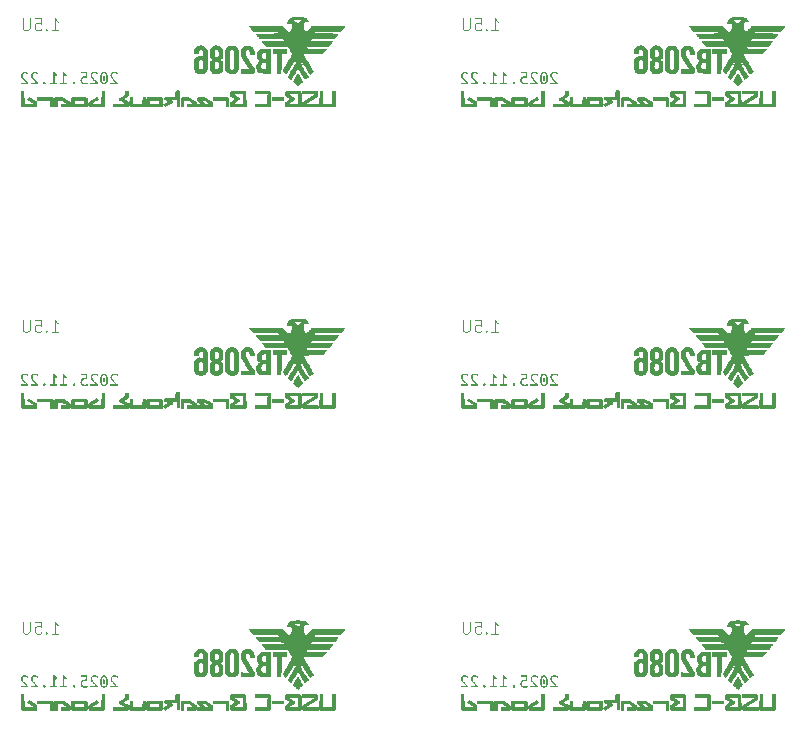
<source format=gbr>
%TF.GenerationSoftware,KiCad,Pcbnew,9.0.5*%
%TF.CreationDate,2025-11-22T18:02:39+08:00*%
%TF.ProjectId,tb2086-usb-c_panelized,74623230-3836-42d7-9573-622d635f7061,rev?*%
%TF.SameCoordinates,Original*%
%TF.FileFunction,Legend,Bot*%
%TF.FilePolarity,Positive*%
%FSLAX46Y46*%
G04 Gerber Fmt 4.6, Leading zero omitted, Abs format (unit mm)*
G04 Created by KiCad (PCBNEW 9.0.5) date 2025-11-22 18:02:39*
%MOMM*%
%LPD*%
G01*
G04 APERTURE LIST*
%ADD10C,0.300000*%
%ADD11C,0.100000*%
%ADD12C,0.000000*%
%ADD13C,0.500000*%
%ADD14C,0.800000*%
%ADD15C,6.400000*%
%ADD16O,1.016000X2.159000*%
G04 APERTURE END LIST*
D10*
G36*
X32622230Y-73255646D02*
G01*
X32612338Y-73265538D01*
X32599973Y-74346679D01*
X31806062Y-74346679D01*
X31822456Y-73255646D01*
X31815404Y-73255646D01*
X31535318Y-73255646D01*
X31531288Y-73259676D01*
X31525426Y-73259676D01*
X31509032Y-74518779D01*
X31515613Y-74555344D01*
X31535600Y-74587823D01*
X31571905Y-74617697D01*
X31630298Y-74644900D01*
X32762913Y-74644900D01*
X32800966Y-74638204D01*
X32834561Y-74617969D01*
X32865235Y-74581458D01*
X32892973Y-74523083D01*
X32909368Y-73255646D01*
X32902315Y-73255646D01*
X32622230Y-73255646D01*
G37*
G36*
X31287198Y-73255646D02*
G01*
X30052276Y-73255646D01*
X30042384Y-73265630D01*
X30042384Y-73543883D01*
X30052276Y-73553867D01*
X31108504Y-73553867D01*
X30092484Y-74170458D01*
X30064395Y-74227347D01*
X30054657Y-74296212D01*
X30054657Y-74485531D01*
X30061436Y-74537719D01*
X30080639Y-74579575D01*
X30112408Y-74613585D01*
X30159254Y-74640686D01*
X30196715Y-74644900D01*
X31431637Y-74644900D01*
X31441529Y-74634916D01*
X31441529Y-74356662D01*
X31431637Y-74346679D01*
X30375501Y-74346679D01*
X31374851Y-73742636D01*
X31404983Y-73707267D01*
X31423001Y-73665946D01*
X31429256Y-73616790D01*
X31429256Y-73415106D01*
X31422474Y-73362924D01*
X31403259Y-73321051D01*
X31371462Y-73287008D01*
X31324567Y-73259859D01*
X31287198Y-73255646D01*
G37*
G36*
X29902409Y-73264195D02*
G01*
X29941668Y-73288725D01*
X29972332Y-73331296D01*
X29994024Y-73398345D01*
X30006297Y-74510169D01*
X30006297Y-74527205D01*
X29979679Y-74582235D01*
X29948167Y-74617653D01*
X29911571Y-74637975D01*
X29867995Y-74644900D01*
X28760659Y-74644900D01*
X28723106Y-74640686D01*
X28676260Y-74613585D01*
X28644491Y-74579575D01*
X28625288Y-74537719D01*
X28618509Y-74485531D01*
X28618509Y-74283848D01*
X28626202Y-74228428D01*
X28647360Y-74187860D01*
X28663646Y-74169163D01*
X28753863Y-74106973D01*
X29016289Y-73952654D01*
X29016289Y-73952013D01*
X28839243Y-73851405D01*
X28819643Y-73836883D01*
X28709983Y-73777910D01*
X28646934Y-73727662D01*
X28615884Y-73684490D01*
X28606786Y-73645641D01*
X28606786Y-73553867D01*
X28927263Y-73553867D01*
X29282911Y-73766450D01*
X29367635Y-73810892D01*
X29419685Y-73855900D01*
X29447743Y-73901715D01*
X29456751Y-73950273D01*
X29446191Y-74001459D01*
X29410589Y-74059541D01*
X28939444Y-74346679D01*
X29709084Y-74346679D01*
X29705146Y-74275604D01*
X29696902Y-73553867D01*
X28927263Y-73553867D01*
X28606786Y-73553867D01*
X28606786Y-73373341D01*
X28633360Y-73318303D01*
X28664829Y-73282887D01*
X28701378Y-73262569D01*
X28744905Y-73255646D01*
X29851691Y-73255646D01*
X29902409Y-73264195D01*
G37*
G36*
X28525086Y-73808307D02*
G01*
X27521889Y-73808307D01*
X27511906Y-73818290D01*
X27511906Y-74092422D01*
X27521889Y-74102406D01*
X28525086Y-74102406D01*
X28534978Y-74092422D01*
X28534978Y-73818290D01*
X28525086Y-73808307D01*
G37*
G36*
X26037290Y-73255646D02*
G01*
X26027306Y-73265630D01*
X26027306Y-73543700D01*
X26037290Y-73553592D01*
X27118156Y-73553592D01*
X27114217Y-73628788D01*
X27105974Y-74345946D01*
X26024925Y-74345946D01*
X26015033Y-74355930D01*
X26015033Y-74634183D01*
X26024925Y-74644167D01*
X27260672Y-74644167D01*
X27312189Y-74635384D01*
X27351691Y-74610227D01*
X27382166Y-74566517D01*
X27403096Y-74497438D01*
X27415369Y-73386163D01*
X27408825Y-73347743D01*
X27389153Y-73313965D01*
X27353950Y-73283290D01*
X27298132Y-73255646D01*
X26037290Y-73255646D01*
G37*
G36*
X25234929Y-73264195D02*
G01*
X25274187Y-73288725D01*
X25304851Y-73331296D01*
X25326543Y-73398345D01*
X25338816Y-74510169D01*
X25338816Y-74527205D01*
X25312198Y-74582235D01*
X25280686Y-74617653D01*
X25244090Y-74637975D01*
X25200514Y-74644900D01*
X24093178Y-74644900D01*
X24055625Y-74640686D01*
X24008779Y-74613585D01*
X23977010Y-74579575D01*
X23957807Y-74537719D01*
X23951028Y-74485531D01*
X23951028Y-74283848D01*
X23958721Y-74228428D01*
X23979880Y-74187860D01*
X23996165Y-74169163D01*
X24086383Y-74106973D01*
X24348808Y-73952654D01*
X24348808Y-73952013D01*
X24171762Y-73851405D01*
X24152162Y-73836883D01*
X24042502Y-73777910D01*
X23979453Y-73727662D01*
X23948404Y-73684490D01*
X23939305Y-73645641D01*
X23939305Y-73553867D01*
X24259782Y-73553867D01*
X24615430Y-73766450D01*
X24700154Y-73810892D01*
X24752205Y-73855900D01*
X24780263Y-73901715D01*
X24789270Y-73950273D01*
X24778710Y-74001459D01*
X24743108Y-74059541D01*
X24271963Y-74346679D01*
X25041603Y-74346679D01*
X25037665Y-74275604D01*
X25029422Y-73553867D01*
X24259782Y-73553867D01*
X23939305Y-73553867D01*
X23939305Y-73373341D01*
X23965879Y-73318303D01*
X23997348Y-73282887D01*
X24033897Y-73262569D01*
X24077424Y-73255646D01*
X25184210Y-73255646D01*
X25234929Y-73264195D01*
G37*
G36*
X23747971Y-73794934D02*
G01*
X22495646Y-73794934D01*
X22485754Y-73804918D01*
X22485754Y-74083171D01*
X22495646Y-74093155D01*
X23589060Y-74093155D01*
X23589060Y-74634916D01*
X23598952Y-74644900D01*
X23876198Y-74644900D01*
X23886090Y-74634916D01*
X23886090Y-73933695D01*
X23879829Y-73891874D01*
X23861501Y-73856431D01*
X23829873Y-73825647D01*
X23781402Y-73799148D01*
X23747971Y-73794934D01*
G37*
G36*
X21928466Y-73843514D02*
G01*
X22366228Y-74094620D01*
X22444826Y-74138351D01*
X22491800Y-74178828D01*
X22516160Y-74216718D01*
X22523673Y-74253806D01*
X22523673Y-74526472D01*
X22497054Y-74581493D01*
X22465528Y-74616912D01*
X22428903Y-74637239D01*
X22385279Y-74644167D01*
X21144953Y-74644167D01*
X21134969Y-74634183D01*
X21134969Y-74355930D01*
X21144953Y-74345946D01*
X21463140Y-74345946D01*
X21234529Y-74119991D01*
X21212742Y-74099749D01*
X21641651Y-74099749D01*
X21894168Y-74343931D01*
X22202097Y-74343931D01*
X21816649Y-74123636D01*
X21769879Y-74099749D01*
X21641651Y-74099749D01*
X21212742Y-74099749D01*
X21166641Y-74056916D01*
X21132695Y-74003666D01*
X21122696Y-73956867D01*
X21122696Y-73919223D01*
X21149272Y-73864203D01*
X21180769Y-73828785D01*
X21217377Y-73808458D01*
X21260999Y-73801529D01*
X21839854Y-73801529D01*
X21928466Y-73843514D01*
G37*
G36*
X19903070Y-73800796D02*
G01*
X19859495Y-73807722D01*
X19822917Y-73828045D01*
X19791434Y-73863462D01*
X19764859Y-73918491D01*
X19764859Y-73935527D01*
X19781345Y-74644900D01*
X19788306Y-74644900D01*
X19792336Y-74644900D01*
X20076543Y-74644900D01*
X20082588Y-74638854D01*
X20078283Y-74612751D01*
X20066102Y-74099017D01*
X20411675Y-74099017D01*
X20458447Y-74122829D01*
X20843801Y-74342374D01*
X20332540Y-74342374D01*
X20322648Y-74352449D01*
X20322648Y-74637023D01*
X20332540Y-74647006D01*
X20969556Y-74647006D01*
X21048595Y-74639185D01*
X21101692Y-74618948D01*
X21136214Y-74588863D01*
X21156310Y-74548088D01*
X21161197Y-74541915D01*
X21165194Y-74503941D01*
X21165194Y-74252707D01*
X21157688Y-74215660D01*
X21133346Y-74177799D01*
X21086399Y-74137340D01*
X21007841Y-74093613D01*
X20570330Y-73842752D01*
X20481742Y-73800796D01*
X19903070Y-73800796D01*
G37*
G36*
X19464898Y-73202890D02*
G01*
X19412257Y-73212869D01*
X19370008Y-73242319D01*
X19335571Y-73295305D01*
X19326456Y-73324581D01*
X19323115Y-73362441D01*
X19323115Y-73742911D01*
X18475623Y-73742911D01*
X18432299Y-73750703D01*
X18396392Y-73773799D01*
X18365897Y-73815123D01*
X18341259Y-73881396D01*
X18341259Y-73894128D01*
X18349522Y-73939826D01*
X18375132Y-73982700D01*
X18422311Y-74024532D01*
X18498612Y-74065586D01*
X18681336Y-74167618D01*
X18681336Y-74168260D01*
X18386668Y-74333702D01*
X18291983Y-74390826D01*
X18291983Y-74397329D01*
X18437338Y-74647464D01*
X18987017Y-74336263D01*
X19091939Y-74270842D01*
X19120688Y-74219736D01*
X19129675Y-74170000D01*
X19129675Y-74165878D01*
X19122347Y-74119483D01*
X19100455Y-74078478D01*
X19061897Y-74041131D01*
X19449144Y-74041131D01*
X19449144Y-74587106D01*
X19459036Y-74597089D01*
X19736282Y-74597089D01*
X19746174Y-74587106D01*
X19746174Y-73341833D01*
X19739254Y-73297985D01*
X19718968Y-73261203D01*
X19683675Y-73229575D01*
X19628937Y-73202890D01*
X19464898Y-73202890D01*
G37*
G36*
X18155970Y-73799148D02*
G01*
X18204441Y-73825647D01*
X18236069Y-73856431D01*
X18254398Y-73891874D01*
X18260659Y-73933695D01*
X18260659Y-74527205D01*
X18234039Y-74582226D01*
X18202513Y-74617645D01*
X18165888Y-74637972D01*
X18122264Y-74644900D01*
X16976918Y-74644900D01*
X16922172Y-74618215D01*
X16886880Y-74586601D01*
X16866599Y-74549848D01*
X16859682Y-74506047D01*
X16859682Y-74346679D01*
X17156711Y-74346679D01*
X17963629Y-74346679D01*
X17963629Y-74093155D01*
X17156711Y-74093155D01*
X17156711Y-74346679D01*
X16859682Y-74346679D01*
X16859682Y-73912629D01*
X16886258Y-73857609D01*
X16917755Y-73822191D01*
X16954362Y-73801863D01*
X16997984Y-73794934D01*
X18122539Y-73794934D01*
X18155970Y-73799148D01*
G37*
G36*
X16822221Y-73794934D02*
G01*
X16542135Y-73790813D01*
X16536273Y-73796675D01*
X16536273Y-73801987D01*
X16523909Y-74320484D01*
X16520245Y-74346679D01*
X15730089Y-74346679D01*
X15742271Y-73822961D01*
X15746667Y-73800979D01*
X15740530Y-73794934D01*
X15735310Y-73794934D01*
X15451102Y-73790813D01*
X15445241Y-73796675D01*
X15445241Y-73801987D01*
X15428846Y-74514291D01*
X15435634Y-74553583D01*
X15455972Y-74587638D01*
X15492359Y-74618087D01*
X15550204Y-74644900D01*
X16674576Y-74644900D01*
X16720689Y-74637749D01*
X16757924Y-74617115D01*
X16788545Y-74581692D01*
X16812787Y-74527113D01*
X16833303Y-73800796D01*
X16827441Y-73794934D01*
X16822221Y-73794934D01*
G37*
G36*
X15369586Y-73254730D02*
G01*
X15088402Y-73254730D01*
X15078510Y-73264714D01*
X15078510Y-73540678D01*
X15019717Y-73578754D01*
X14604068Y-73827724D01*
X14568172Y-73867938D01*
X14547968Y-73909416D01*
X14541328Y-73953570D01*
X14550277Y-73998805D01*
X14578841Y-74043452D01*
X14633181Y-74089495D01*
X14723320Y-74137393D01*
X15070908Y-74345946D01*
X14018069Y-74345946D01*
X14008177Y-74355930D01*
X14008177Y-74634183D01*
X14018069Y-74644167D01*
X15253083Y-74644167D01*
X15296612Y-74637245D01*
X15333178Y-74616928D01*
X15364676Y-74581511D01*
X15391294Y-74526472D01*
X15391294Y-74254172D01*
X15382195Y-74215321D01*
X15351146Y-74172135D01*
X15288097Y-74121859D01*
X15178436Y-74062838D01*
X15158837Y-74048316D01*
X14981790Y-73947708D01*
X14981790Y-73947067D01*
X15275724Y-73773152D01*
X15346139Y-73720746D01*
X15371226Y-73670878D01*
X15379570Y-73615965D01*
X15379570Y-73264714D01*
X15369586Y-73254730D01*
G37*
G36*
X13070925Y-73255646D02*
G01*
X13061034Y-73265538D01*
X13048669Y-74346679D01*
X12267031Y-74346679D01*
X12267031Y-74347229D01*
X12634124Y-74136702D01*
X12858709Y-74001289D01*
X12742389Y-73801968D01*
X12708500Y-73750787D01*
X12702180Y-73750787D01*
X12012224Y-74154338D01*
X11981040Y-74189311D01*
X11963492Y-74225355D01*
X11957728Y-74263697D01*
X11957728Y-74506231D01*
X11964640Y-74549987D01*
X11984904Y-74586696D01*
X12020168Y-74618264D01*
X12074873Y-74644900D01*
X13211609Y-74644900D01*
X13249662Y-74638204D01*
X13283257Y-74617969D01*
X13313931Y-74581458D01*
X13341669Y-74523083D01*
X13358063Y-73255646D01*
X13351011Y-73255646D01*
X13070925Y-73255646D01*
G37*
G36*
X11787093Y-73799148D02*
G01*
X11835564Y-73825647D01*
X11867193Y-73856431D01*
X11885521Y-73891874D01*
X11891782Y-73933695D01*
X11891782Y-74527205D01*
X11865163Y-74582226D01*
X11833637Y-74617645D01*
X11797012Y-74637972D01*
X11753388Y-74644900D01*
X10608042Y-74644900D01*
X10553295Y-74618215D01*
X10518004Y-74586601D01*
X10497722Y-74549848D01*
X10490805Y-74506047D01*
X10490805Y-74346679D01*
X10787835Y-74346679D01*
X11594752Y-74346679D01*
X11594752Y-74093155D01*
X10787835Y-74093155D01*
X10787835Y-74346679D01*
X10490805Y-74346679D01*
X10490805Y-73912629D01*
X10517381Y-73857609D01*
X10548878Y-73822191D01*
X10585486Y-73801863D01*
X10629108Y-73794934D01*
X11753663Y-73794934D01*
X11787093Y-73799148D01*
G37*
G36*
X9190578Y-73800796D02*
G01*
X9147004Y-73807722D01*
X9110425Y-73828045D01*
X9078942Y-73863462D01*
X9052367Y-73918491D01*
X9052367Y-73935527D01*
X9068854Y-74644900D01*
X9075815Y-74644900D01*
X9079845Y-74644900D01*
X9364052Y-74644900D01*
X9370097Y-74638854D01*
X9365792Y-74612751D01*
X9353610Y-74099017D01*
X9699183Y-74099017D01*
X9745956Y-74122829D01*
X10131310Y-74342374D01*
X9620049Y-74342374D01*
X9610157Y-74352449D01*
X9610157Y-74637023D01*
X9620049Y-74647006D01*
X10257065Y-74647006D01*
X10336104Y-74639185D01*
X10389201Y-74618948D01*
X10423723Y-74588863D01*
X10443819Y-74548088D01*
X10448706Y-74541915D01*
X10452703Y-74503941D01*
X10452703Y-74252707D01*
X10445197Y-74215660D01*
X10420854Y-74177799D01*
X10373908Y-74137340D01*
X10295350Y-74093613D01*
X9857839Y-73842752D01*
X9769251Y-73800796D01*
X9190578Y-73800796D01*
G37*
G36*
X8879443Y-73794934D02*
G01*
X7627119Y-73794934D01*
X7617227Y-73804918D01*
X7617227Y-74083171D01*
X7627119Y-74093155D01*
X8720533Y-74093155D01*
X8720533Y-74634916D01*
X8730425Y-74644900D01*
X9007671Y-74644900D01*
X9017563Y-74634916D01*
X9017563Y-73933695D01*
X9011302Y-73891874D01*
X8992973Y-73856431D01*
X8961345Y-73825647D01*
X8912874Y-73799148D01*
X8879443Y-73794934D01*
G37*
G36*
X6535720Y-73255646D02*
G01*
X6528667Y-73255646D01*
X6249772Y-73255646D01*
X6241621Y-73258758D01*
X6238690Y-73268835D01*
X6255085Y-74518595D01*
X6263619Y-74556370D01*
X6291703Y-74595014D01*
X6347134Y-74636473D01*
X6384777Y-74644900D01*
X7500723Y-74644900D01*
X7544352Y-74638005D01*
X7580961Y-74617791D01*
X7612449Y-74582610D01*
X7639026Y-74528029D01*
X7639026Y-74264613D01*
X7631095Y-74220321D01*
X7606660Y-74179309D01*
X7561888Y-74139855D01*
X7489732Y-74101764D01*
X6954094Y-73787564D01*
X6883766Y-73751703D01*
X6737953Y-74006968D01*
X7321663Y-74346679D01*
X6547993Y-74346679D01*
X6547993Y-74345488D01*
X6535720Y-73255646D01*
G37*
D11*
G36*
X14431074Y-47048408D02*
G01*
X14426751Y-47025053D01*
X14413977Y-47006032D01*
X14321714Y-46908640D01*
X14207531Y-46785908D01*
X14137494Y-46709705D01*
X14101652Y-46670076D01*
X14076311Y-46640279D01*
X14018548Y-46565785D01*
X13983316Y-46504968D01*
X13965275Y-46451012D01*
X13959441Y-46398295D01*
X13965455Y-46343890D01*
X13982266Y-46300514D01*
X14009328Y-46265671D01*
X14045780Y-46239447D01*
X14091180Y-46223021D01*
X14148058Y-46217128D01*
X14206725Y-46222066D01*
X14271282Y-46237700D01*
X14342929Y-46265660D01*
X14422892Y-46308047D01*
X14422892Y-46168585D01*
X14352615Y-46138955D01*
X14284101Y-46118026D01*
X14216369Y-46105151D01*
X14150134Y-46100929D01*
X14080559Y-46105826D01*
X14016838Y-46120102D01*
X13958233Y-46144874D01*
X13908150Y-46180247D01*
X13871444Y-46220189D01*
X13842510Y-46268785D01*
X13824250Y-46323466D01*
X13817903Y-46386693D01*
X13825244Y-46453016D01*
X13848005Y-46521332D01*
X13864994Y-46554806D01*
X13886596Y-46588011D01*
X13947107Y-46664886D01*
X13994307Y-46718925D01*
X14057871Y-46788656D01*
X14106048Y-46839275D01*
X14152882Y-46886048D01*
X14209302Y-46942773D01*
X14286849Y-47023801D01*
X13811064Y-47023801D01*
X13811064Y-47140000D01*
X14431074Y-47140000D01*
X14431074Y-47048408D01*
G37*
G36*
X13290071Y-46397781D02*
G01*
X13307860Y-46424739D01*
X13326425Y-46488543D01*
X13337416Y-46568532D01*
X13340102Y-46627334D01*
X13335706Y-46694989D01*
X13324410Y-46770887D01*
X13304260Y-46839947D01*
X13288894Y-46862736D01*
X13270371Y-46869317D01*
X13255321Y-46865124D01*
X13241058Y-46851072D01*
X13227068Y-46821930D01*
X13214317Y-46769483D01*
X13205097Y-46686807D01*
X13202716Y-46632768D01*
X13206807Y-46567128D01*
X13217737Y-46490558D01*
X13229048Y-46445751D01*
X13240696Y-46416796D01*
X13256435Y-46396530D01*
X13273119Y-46390785D01*
X13290071Y-46397781D01*
G37*
G36*
X13335943Y-46106619D02*
G01*
X13391289Y-46122890D01*
X13439480Y-46149243D01*
X13481694Y-46186126D01*
X13518522Y-46234897D01*
X13552030Y-46302407D01*
X13578218Y-46388198D01*
X13595572Y-46496149D01*
X13601931Y-46630692D01*
X13595577Y-46764893D01*
X13578231Y-46872637D01*
X13552043Y-46958328D01*
X13518522Y-47025816D01*
X13481691Y-47074612D01*
X13439475Y-47111512D01*
X13391284Y-47137876D01*
X13335939Y-47154153D01*
X13271775Y-47159844D01*
X13207933Y-47154178D01*
X13152632Y-47137943D01*
X13104260Y-47111600D01*
X13061674Y-47074678D01*
X13024296Y-47025816D01*
X13000138Y-46980704D01*
X12979253Y-46926705D01*
X12962076Y-46862479D01*
X12946603Y-46760130D01*
X12940887Y-46630692D01*
X13079678Y-46630692D01*
X13083425Y-46741881D01*
X13093508Y-46828932D01*
X13108387Y-46895935D01*
X13126817Y-46946559D01*
X13155209Y-46994093D01*
X13188250Y-47025582D01*
X13226500Y-47044066D01*
X13271775Y-47050423D01*
X13315975Y-47044133D01*
X13353684Y-47025753D01*
X13386630Y-46994275D01*
X13415329Y-46946559D01*
X13433968Y-46896601D01*
X13449060Y-46829944D01*
X13459318Y-46742741D01*
X13463140Y-46630692D01*
X13459895Y-46524670D01*
X13451233Y-46443114D01*
X13435491Y-46369308D01*
X13415329Y-46314214D01*
X13386939Y-46266531D01*
X13354109Y-46235037D01*
X13316311Y-46216610D01*
X13271775Y-46210289D01*
X13226548Y-46216676D01*
X13188312Y-46235263D01*
X13155251Y-46266964D01*
X13126817Y-46314886D01*
X13108416Y-46365176D01*
X13093536Y-46432001D01*
X13083436Y-46519112D01*
X13079678Y-46630692D01*
X12940887Y-46630692D01*
X12946598Y-46501271D01*
X12962076Y-46398661D01*
X12979263Y-46334186D01*
X13000150Y-46280052D01*
X13024296Y-46234897D01*
X13061405Y-46186111D01*
X13103840Y-46149220D01*
X13152189Y-46122870D01*
X13207619Y-46106611D01*
X13271775Y-46100929D01*
X13335943Y-46106619D01*
G37*
G36*
X12746775Y-47048408D02*
G01*
X12742452Y-47025053D01*
X12729678Y-47006032D01*
X12637416Y-46908640D01*
X12523232Y-46785908D01*
X12453196Y-46709705D01*
X12417353Y-46670076D01*
X12392013Y-46640279D01*
X12334249Y-46565785D01*
X12299017Y-46504968D01*
X12280977Y-46451012D01*
X12275143Y-46398295D01*
X12281156Y-46343890D01*
X12297967Y-46300514D01*
X12325029Y-46265671D01*
X12361481Y-46239447D01*
X12406881Y-46223021D01*
X12463759Y-46217128D01*
X12522426Y-46222066D01*
X12586983Y-46237700D01*
X12658630Y-46265660D01*
X12738593Y-46308047D01*
X12738593Y-46168585D01*
X12668317Y-46138955D01*
X12599802Y-46118026D01*
X12532071Y-46105151D01*
X12465835Y-46100929D01*
X12396261Y-46105826D01*
X12332540Y-46120102D01*
X12273934Y-46144874D01*
X12223852Y-46180247D01*
X12187146Y-46220189D01*
X12158211Y-46268785D01*
X12139952Y-46323466D01*
X12133604Y-46386693D01*
X12140945Y-46453016D01*
X12163707Y-46521332D01*
X12180696Y-46554806D01*
X12202297Y-46588011D01*
X12262808Y-46664886D01*
X12310008Y-46718925D01*
X12373572Y-46788656D01*
X12421749Y-46839275D01*
X12468583Y-46886048D01*
X12525003Y-46942773D01*
X12602550Y-47023801D01*
X12126765Y-47023801D01*
X12126765Y-47140000D01*
X12746775Y-47140000D01*
X12746775Y-47048408D01*
G37*
G36*
X11649637Y-47159844D02*
G01*
X11718391Y-47157096D01*
X11789771Y-47148914D01*
X11854068Y-47135237D01*
X11910793Y-47116064D01*
X11910793Y-46975929D01*
X11846088Y-47006070D01*
X11784337Y-47026549D01*
X11720595Y-47039372D01*
X11657880Y-47043585D01*
X11597764Y-47039223D01*
X11549094Y-47027163D01*
X11509744Y-47008455D01*
X11478056Y-46983440D01*
X11451955Y-46951291D01*
X11432873Y-46913179D01*
X11420842Y-46867917D01*
X11416568Y-46813935D01*
X11421137Y-46757013D01*
X11433665Y-46712086D01*
X11454170Y-46672784D01*
X11480132Y-46641683D01*
X11512049Y-46617590D01*
X11553954Y-46597903D01*
X11601561Y-46585863D01*
X11661299Y-46581477D01*
X11714258Y-46584559D01*
X11766568Y-46593811D01*
X11818495Y-46609942D01*
X11867074Y-46632096D01*
X11867074Y-46119370D01*
X11350256Y-46119370D01*
X11350256Y-46235629D01*
X11741289Y-46235629D01*
X11741289Y-46486467D01*
X11681816Y-46470102D01*
X11621610Y-46465279D01*
X11542059Y-46471935D01*
X11476041Y-46490619D01*
X11417411Y-46520792D01*
X11370101Y-46558946D01*
X11330685Y-46608050D01*
X11302044Y-46665314D01*
X11284109Y-46732322D01*
X11277777Y-46811188D01*
X11284409Y-46892049D01*
X11303151Y-46960293D01*
X11333043Y-47018217D01*
X11374192Y-47067520D01*
X11425855Y-47106854D01*
X11489352Y-47136275D01*
X11560873Y-47153568D01*
X11649637Y-47159844D01*
G37*
G36*
X10747342Y-47158440D02*
G01*
X10777035Y-47154800D01*
X10802936Y-47144188D01*
X10825989Y-47126322D01*
X10843615Y-47103168D01*
X10854345Y-47075774D01*
X10858107Y-47042913D01*
X10854346Y-47010092D01*
X10843618Y-46982718D01*
X10825989Y-46959565D01*
X10802931Y-46941662D01*
X10777031Y-46931031D01*
X10747342Y-46927386D01*
X10717695Y-46931030D01*
X10691813Y-46941659D01*
X10668757Y-46959565D01*
X10651128Y-46982718D01*
X10640400Y-47010092D01*
X10636639Y-47042913D01*
X10640401Y-47075774D01*
X10651131Y-47103168D01*
X10668757Y-47126322D01*
X10691809Y-47144191D01*
X10717691Y-47154802D01*
X10747342Y-47158440D01*
G37*
G36*
X10139666Y-47023801D02*
G01*
X9925038Y-47023801D01*
X9925038Y-46291683D01*
X10087704Y-46476941D01*
X10162930Y-46385289D01*
X9926381Y-46119370D01*
X9788323Y-46119370D01*
X9788323Y-47023801D01*
X9576381Y-47023801D01*
X9576381Y-47140000D01*
X10139666Y-47140000D01*
X10139666Y-47023801D01*
G37*
G36*
X9297517Y-47023801D02*
G01*
X9082889Y-47023801D01*
X9082889Y-46291683D01*
X9245554Y-46476941D01*
X9320781Y-46385289D01*
X9084232Y-46119370D01*
X8946174Y-46119370D01*
X8946174Y-47023801D01*
X8734232Y-47023801D01*
X8734232Y-47140000D01*
X9297517Y-47140000D01*
X9297517Y-47023801D01*
G37*
G36*
X8220894Y-47158440D02*
G01*
X8250587Y-47154800D01*
X8276488Y-47144188D01*
X8299541Y-47126322D01*
X8317167Y-47103168D01*
X8327897Y-47075774D01*
X8331659Y-47042913D01*
X8327898Y-47010092D01*
X8317170Y-46982718D01*
X8299541Y-46959565D01*
X8276483Y-46941662D01*
X8250582Y-46931031D01*
X8220894Y-46927386D01*
X8191247Y-46931030D01*
X8165365Y-46941659D01*
X8142309Y-46959565D01*
X8124680Y-46982718D01*
X8113952Y-47010092D01*
X8110191Y-47042913D01*
X8113953Y-47075774D01*
X8124683Y-47103168D01*
X8142309Y-47126322D01*
X8165361Y-47144191D01*
X8191243Y-47154802D01*
X8220894Y-47158440D01*
G37*
G36*
X7693879Y-47048408D02*
G01*
X7689556Y-47025053D01*
X7676782Y-47006032D01*
X7584520Y-46908640D01*
X7470336Y-46785908D01*
X7400300Y-46709705D01*
X7364457Y-46670076D01*
X7339117Y-46640279D01*
X7281353Y-46565785D01*
X7246121Y-46504968D01*
X7228081Y-46451012D01*
X7222247Y-46398295D01*
X7228260Y-46343890D01*
X7245071Y-46300514D01*
X7272133Y-46265671D01*
X7308585Y-46239447D01*
X7353985Y-46223021D01*
X7410863Y-46217128D01*
X7469530Y-46222066D01*
X7534087Y-46237700D01*
X7605734Y-46265660D01*
X7685697Y-46308047D01*
X7685697Y-46168585D01*
X7615421Y-46138955D01*
X7546906Y-46118026D01*
X7479175Y-46105151D01*
X7412939Y-46100929D01*
X7343365Y-46105826D01*
X7279644Y-46120102D01*
X7221038Y-46144874D01*
X7170956Y-46180247D01*
X7134250Y-46220189D01*
X7105315Y-46268785D01*
X7087056Y-46323466D01*
X7080708Y-46386693D01*
X7088049Y-46453016D01*
X7110811Y-46521332D01*
X7127800Y-46554806D01*
X7149401Y-46588011D01*
X7209912Y-46664886D01*
X7257112Y-46718925D01*
X7320676Y-46788656D01*
X7368853Y-46839275D01*
X7415687Y-46886048D01*
X7472107Y-46942773D01*
X7549654Y-47023801D01*
X7073869Y-47023801D01*
X7073869Y-47140000D01*
X7693879Y-47140000D01*
X7693879Y-47048408D01*
G37*
G36*
X6851730Y-47048408D02*
G01*
X6847407Y-47025053D01*
X6834633Y-47006032D01*
X6742370Y-46908640D01*
X6628187Y-46785908D01*
X6558150Y-46709705D01*
X6522308Y-46670076D01*
X6496967Y-46640279D01*
X6439204Y-46565785D01*
X6403972Y-46504968D01*
X6385931Y-46451012D01*
X6380097Y-46398295D01*
X6386111Y-46343890D01*
X6402922Y-46300514D01*
X6429984Y-46265671D01*
X6466436Y-46239447D01*
X6511836Y-46223021D01*
X6568714Y-46217128D01*
X6627381Y-46222066D01*
X6691938Y-46237700D01*
X6763585Y-46265660D01*
X6843548Y-46308047D01*
X6843548Y-46168585D01*
X6773271Y-46138955D01*
X6704757Y-46118026D01*
X6637025Y-46105151D01*
X6570790Y-46100929D01*
X6501215Y-46105826D01*
X6437494Y-46120102D01*
X6378889Y-46144874D01*
X6328806Y-46180247D01*
X6292100Y-46220189D01*
X6263166Y-46268785D01*
X6244906Y-46323466D01*
X6238558Y-46386693D01*
X6245900Y-46453016D01*
X6268661Y-46521332D01*
X6285650Y-46554806D01*
X6307252Y-46588011D01*
X6367763Y-46664886D01*
X6414963Y-46718925D01*
X6478527Y-46788656D01*
X6526704Y-46839275D01*
X6573538Y-46886048D01*
X6629958Y-46942773D01*
X6707505Y-47023801D01*
X6231720Y-47023801D01*
X6231720Y-47140000D01*
X6851730Y-47140000D01*
X6851730Y-47048408D01*
G37*
D10*
G36*
X69872230Y-73255646D02*
G01*
X69862338Y-73265538D01*
X69849973Y-74346679D01*
X69056062Y-74346679D01*
X69072456Y-73255646D01*
X69065404Y-73255646D01*
X68785318Y-73255646D01*
X68781288Y-73259676D01*
X68775426Y-73259676D01*
X68759032Y-74518779D01*
X68765613Y-74555344D01*
X68785600Y-74587823D01*
X68821905Y-74617697D01*
X68880298Y-74644900D01*
X70012913Y-74644900D01*
X70050966Y-74638204D01*
X70084561Y-74617969D01*
X70115235Y-74581458D01*
X70142973Y-74523083D01*
X70159368Y-73255646D01*
X70152315Y-73255646D01*
X69872230Y-73255646D01*
G37*
G36*
X68537198Y-73255646D02*
G01*
X67302276Y-73255646D01*
X67292384Y-73265630D01*
X67292384Y-73543883D01*
X67302276Y-73553867D01*
X68358504Y-73553867D01*
X67342484Y-74170458D01*
X67314395Y-74227347D01*
X67304657Y-74296212D01*
X67304657Y-74485531D01*
X67311436Y-74537719D01*
X67330639Y-74579575D01*
X67362408Y-74613585D01*
X67409254Y-74640686D01*
X67446715Y-74644900D01*
X68681637Y-74644900D01*
X68691529Y-74634916D01*
X68691529Y-74356662D01*
X68681637Y-74346679D01*
X67625501Y-74346679D01*
X68624851Y-73742636D01*
X68654983Y-73707267D01*
X68673001Y-73665946D01*
X68679256Y-73616790D01*
X68679256Y-73415106D01*
X68672474Y-73362924D01*
X68653259Y-73321051D01*
X68621462Y-73287008D01*
X68574567Y-73259859D01*
X68537198Y-73255646D01*
G37*
G36*
X67152409Y-73264195D02*
G01*
X67191668Y-73288725D01*
X67222332Y-73331296D01*
X67244024Y-73398345D01*
X67256297Y-74510169D01*
X67256297Y-74527205D01*
X67229679Y-74582235D01*
X67198167Y-74617653D01*
X67161571Y-74637975D01*
X67117995Y-74644900D01*
X66010659Y-74644900D01*
X65973106Y-74640686D01*
X65926260Y-74613585D01*
X65894491Y-74579575D01*
X65875288Y-74537719D01*
X65868509Y-74485531D01*
X65868509Y-74283848D01*
X65876202Y-74228428D01*
X65897360Y-74187860D01*
X65913646Y-74169163D01*
X66003863Y-74106973D01*
X66266289Y-73952654D01*
X66266289Y-73952013D01*
X66089243Y-73851405D01*
X66069643Y-73836883D01*
X65959983Y-73777910D01*
X65896934Y-73727662D01*
X65865884Y-73684490D01*
X65856786Y-73645641D01*
X65856786Y-73553867D01*
X66177263Y-73553867D01*
X66532911Y-73766450D01*
X66617635Y-73810892D01*
X66669685Y-73855900D01*
X66697743Y-73901715D01*
X66706751Y-73950273D01*
X66696191Y-74001459D01*
X66660589Y-74059541D01*
X66189444Y-74346679D01*
X66959084Y-74346679D01*
X66955146Y-74275604D01*
X66946902Y-73553867D01*
X66177263Y-73553867D01*
X65856786Y-73553867D01*
X65856786Y-73373341D01*
X65883360Y-73318303D01*
X65914829Y-73282887D01*
X65951378Y-73262569D01*
X65994905Y-73255646D01*
X67101691Y-73255646D01*
X67152409Y-73264195D01*
G37*
G36*
X65775086Y-73808307D02*
G01*
X64771889Y-73808307D01*
X64761906Y-73818290D01*
X64761906Y-74092422D01*
X64771889Y-74102406D01*
X65775086Y-74102406D01*
X65784978Y-74092422D01*
X65784978Y-73818290D01*
X65775086Y-73808307D01*
G37*
G36*
X63287290Y-73255646D02*
G01*
X63277306Y-73265630D01*
X63277306Y-73543700D01*
X63287290Y-73553592D01*
X64368156Y-73553592D01*
X64364217Y-73628788D01*
X64355974Y-74345946D01*
X63274925Y-74345946D01*
X63265033Y-74355930D01*
X63265033Y-74634183D01*
X63274925Y-74644167D01*
X64510672Y-74644167D01*
X64562189Y-74635384D01*
X64601691Y-74610227D01*
X64632166Y-74566517D01*
X64653096Y-74497438D01*
X64665369Y-73386163D01*
X64658825Y-73347743D01*
X64639153Y-73313965D01*
X64603950Y-73283290D01*
X64548132Y-73255646D01*
X63287290Y-73255646D01*
G37*
G36*
X62484929Y-73264195D02*
G01*
X62524187Y-73288725D01*
X62554851Y-73331296D01*
X62576543Y-73398345D01*
X62588816Y-74510169D01*
X62588816Y-74527205D01*
X62562198Y-74582235D01*
X62530686Y-74617653D01*
X62494090Y-74637975D01*
X62450514Y-74644900D01*
X61343178Y-74644900D01*
X61305625Y-74640686D01*
X61258779Y-74613585D01*
X61227010Y-74579575D01*
X61207807Y-74537719D01*
X61201028Y-74485531D01*
X61201028Y-74283848D01*
X61208721Y-74228428D01*
X61229880Y-74187860D01*
X61246165Y-74169163D01*
X61336383Y-74106973D01*
X61598808Y-73952654D01*
X61598808Y-73952013D01*
X61421762Y-73851405D01*
X61402162Y-73836883D01*
X61292502Y-73777910D01*
X61229453Y-73727662D01*
X61198404Y-73684490D01*
X61189305Y-73645641D01*
X61189305Y-73553867D01*
X61509782Y-73553867D01*
X61865430Y-73766450D01*
X61950154Y-73810892D01*
X62002205Y-73855900D01*
X62030263Y-73901715D01*
X62039270Y-73950273D01*
X62028710Y-74001459D01*
X61993108Y-74059541D01*
X61521963Y-74346679D01*
X62291603Y-74346679D01*
X62287665Y-74275604D01*
X62279422Y-73553867D01*
X61509782Y-73553867D01*
X61189305Y-73553867D01*
X61189305Y-73373341D01*
X61215879Y-73318303D01*
X61247348Y-73282887D01*
X61283897Y-73262569D01*
X61327424Y-73255646D01*
X62434210Y-73255646D01*
X62484929Y-73264195D01*
G37*
G36*
X60997971Y-73794934D02*
G01*
X59745646Y-73794934D01*
X59735754Y-73804918D01*
X59735754Y-74083171D01*
X59745646Y-74093155D01*
X60839060Y-74093155D01*
X60839060Y-74634916D01*
X60848952Y-74644900D01*
X61126198Y-74644900D01*
X61136090Y-74634916D01*
X61136090Y-73933695D01*
X61129829Y-73891874D01*
X61111501Y-73856431D01*
X61079873Y-73825647D01*
X61031402Y-73799148D01*
X60997971Y-73794934D01*
G37*
G36*
X59178466Y-73843514D02*
G01*
X59616228Y-74094620D01*
X59694826Y-74138351D01*
X59741800Y-74178828D01*
X59766160Y-74216718D01*
X59773673Y-74253806D01*
X59773673Y-74526472D01*
X59747054Y-74581493D01*
X59715528Y-74616912D01*
X59678903Y-74637239D01*
X59635279Y-74644167D01*
X58394953Y-74644167D01*
X58384969Y-74634183D01*
X58384969Y-74355930D01*
X58394953Y-74345946D01*
X58713140Y-74345946D01*
X58484529Y-74119991D01*
X58462742Y-74099749D01*
X58891651Y-74099749D01*
X59144168Y-74343931D01*
X59452097Y-74343931D01*
X59066649Y-74123636D01*
X59019879Y-74099749D01*
X58891651Y-74099749D01*
X58462742Y-74099749D01*
X58416641Y-74056916D01*
X58382695Y-74003666D01*
X58372696Y-73956867D01*
X58372696Y-73919223D01*
X58399272Y-73864203D01*
X58430769Y-73828785D01*
X58467377Y-73808458D01*
X58510999Y-73801529D01*
X59089854Y-73801529D01*
X59178466Y-73843514D01*
G37*
G36*
X57153070Y-73800796D02*
G01*
X57109495Y-73807722D01*
X57072917Y-73828045D01*
X57041434Y-73863462D01*
X57014859Y-73918491D01*
X57014859Y-73935527D01*
X57031345Y-74644900D01*
X57038306Y-74644900D01*
X57042336Y-74644900D01*
X57326543Y-74644900D01*
X57332588Y-74638854D01*
X57328283Y-74612751D01*
X57316102Y-74099017D01*
X57661675Y-74099017D01*
X57708447Y-74122829D01*
X58093801Y-74342374D01*
X57582540Y-74342374D01*
X57572648Y-74352449D01*
X57572648Y-74637023D01*
X57582540Y-74647006D01*
X58219556Y-74647006D01*
X58298595Y-74639185D01*
X58351692Y-74618948D01*
X58386214Y-74588863D01*
X58406310Y-74548088D01*
X58411197Y-74541915D01*
X58415194Y-74503941D01*
X58415194Y-74252707D01*
X58407688Y-74215660D01*
X58383346Y-74177799D01*
X58336399Y-74137340D01*
X58257841Y-74093613D01*
X57820330Y-73842752D01*
X57731742Y-73800796D01*
X57153070Y-73800796D01*
G37*
G36*
X56714898Y-73202890D02*
G01*
X56662257Y-73212869D01*
X56620008Y-73242319D01*
X56585571Y-73295305D01*
X56576456Y-73324581D01*
X56573115Y-73362441D01*
X56573115Y-73742911D01*
X55725623Y-73742911D01*
X55682299Y-73750703D01*
X55646392Y-73773799D01*
X55615897Y-73815123D01*
X55591259Y-73881396D01*
X55591259Y-73894128D01*
X55599522Y-73939826D01*
X55625132Y-73982700D01*
X55672311Y-74024532D01*
X55748612Y-74065586D01*
X55931336Y-74167618D01*
X55931336Y-74168260D01*
X55636668Y-74333702D01*
X55541983Y-74390826D01*
X55541983Y-74397329D01*
X55687338Y-74647464D01*
X56237017Y-74336263D01*
X56341939Y-74270842D01*
X56370688Y-74219736D01*
X56379675Y-74170000D01*
X56379675Y-74165878D01*
X56372347Y-74119483D01*
X56350455Y-74078478D01*
X56311897Y-74041131D01*
X56699144Y-74041131D01*
X56699144Y-74587106D01*
X56709036Y-74597089D01*
X56986282Y-74597089D01*
X56996174Y-74587106D01*
X56996174Y-73341833D01*
X56989254Y-73297985D01*
X56968968Y-73261203D01*
X56933675Y-73229575D01*
X56878937Y-73202890D01*
X56714898Y-73202890D01*
G37*
G36*
X55405970Y-73799148D02*
G01*
X55454441Y-73825647D01*
X55486069Y-73856431D01*
X55504398Y-73891874D01*
X55510659Y-73933695D01*
X55510659Y-74527205D01*
X55484039Y-74582226D01*
X55452513Y-74617645D01*
X55415888Y-74637972D01*
X55372264Y-74644900D01*
X54226918Y-74644900D01*
X54172172Y-74618215D01*
X54136880Y-74586601D01*
X54116599Y-74549848D01*
X54109682Y-74506047D01*
X54109682Y-74346679D01*
X54406711Y-74346679D01*
X55213629Y-74346679D01*
X55213629Y-74093155D01*
X54406711Y-74093155D01*
X54406711Y-74346679D01*
X54109682Y-74346679D01*
X54109682Y-73912629D01*
X54136258Y-73857609D01*
X54167755Y-73822191D01*
X54204362Y-73801863D01*
X54247984Y-73794934D01*
X55372539Y-73794934D01*
X55405970Y-73799148D01*
G37*
G36*
X54072221Y-73794934D02*
G01*
X53792135Y-73790813D01*
X53786273Y-73796675D01*
X53786273Y-73801987D01*
X53773909Y-74320484D01*
X53770245Y-74346679D01*
X52980089Y-74346679D01*
X52992271Y-73822961D01*
X52996667Y-73800979D01*
X52990530Y-73794934D01*
X52985310Y-73794934D01*
X52701102Y-73790813D01*
X52695241Y-73796675D01*
X52695241Y-73801987D01*
X52678846Y-74514291D01*
X52685634Y-74553583D01*
X52705972Y-74587638D01*
X52742359Y-74618087D01*
X52800204Y-74644900D01*
X53924576Y-74644900D01*
X53970689Y-74637749D01*
X54007924Y-74617115D01*
X54038545Y-74581692D01*
X54062787Y-74527113D01*
X54083303Y-73800796D01*
X54077441Y-73794934D01*
X54072221Y-73794934D01*
G37*
G36*
X52619586Y-73254730D02*
G01*
X52338402Y-73254730D01*
X52328510Y-73264714D01*
X52328510Y-73540678D01*
X52269717Y-73578754D01*
X51854068Y-73827724D01*
X51818172Y-73867938D01*
X51797968Y-73909416D01*
X51791328Y-73953570D01*
X51800277Y-73998805D01*
X51828841Y-74043452D01*
X51883181Y-74089495D01*
X51973320Y-74137393D01*
X52320908Y-74345946D01*
X51268069Y-74345946D01*
X51258177Y-74355930D01*
X51258177Y-74634183D01*
X51268069Y-74644167D01*
X52503083Y-74644167D01*
X52546612Y-74637245D01*
X52583178Y-74616928D01*
X52614676Y-74581511D01*
X52641294Y-74526472D01*
X52641294Y-74254172D01*
X52632195Y-74215321D01*
X52601146Y-74172135D01*
X52538097Y-74121859D01*
X52428436Y-74062838D01*
X52408837Y-74048316D01*
X52231790Y-73947708D01*
X52231790Y-73947067D01*
X52525724Y-73773152D01*
X52596139Y-73720746D01*
X52621226Y-73670878D01*
X52629570Y-73615965D01*
X52629570Y-73264714D01*
X52619586Y-73254730D01*
G37*
G36*
X50320925Y-73255646D02*
G01*
X50311034Y-73265538D01*
X50298669Y-74346679D01*
X49517031Y-74346679D01*
X49517031Y-74347229D01*
X49884124Y-74136702D01*
X50108709Y-74001289D01*
X49992389Y-73801968D01*
X49958500Y-73750787D01*
X49952180Y-73750787D01*
X49262224Y-74154338D01*
X49231040Y-74189311D01*
X49213492Y-74225355D01*
X49207728Y-74263697D01*
X49207728Y-74506231D01*
X49214640Y-74549987D01*
X49234904Y-74586696D01*
X49270168Y-74618264D01*
X49324873Y-74644900D01*
X50461609Y-74644900D01*
X50499662Y-74638204D01*
X50533257Y-74617969D01*
X50563931Y-74581458D01*
X50591669Y-74523083D01*
X50608063Y-73255646D01*
X50601011Y-73255646D01*
X50320925Y-73255646D01*
G37*
G36*
X49037093Y-73799148D02*
G01*
X49085564Y-73825647D01*
X49117193Y-73856431D01*
X49135521Y-73891874D01*
X49141782Y-73933695D01*
X49141782Y-74527205D01*
X49115163Y-74582226D01*
X49083637Y-74617645D01*
X49047012Y-74637972D01*
X49003388Y-74644900D01*
X47858042Y-74644900D01*
X47803295Y-74618215D01*
X47768004Y-74586601D01*
X47747722Y-74549848D01*
X47740805Y-74506047D01*
X47740805Y-74346679D01*
X48037835Y-74346679D01*
X48844752Y-74346679D01*
X48844752Y-74093155D01*
X48037835Y-74093155D01*
X48037835Y-74346679D01*
X47740805Y-74346679D01*
X47740805Y-73912629D01*
X47767381Y-73857609D01*
X47798878Y-73822191D01*
X47835486Y-73801863D01*
X47879108Y-73794934D01*
X49003663Y-73794934D01*
X49037093Y-73799148D01*
G37*
G36*
X46440578Y-73800796D02*
G01*
X46397004Y-73807722D01*
X46360425Y-73828045D01*
X46328942Y-73863462D01*
X46302367Y-73918491D01*
X46302367Y-73935527D01*
X46318854Y-74644900D01*
X46325815Y-74644900D01*
X46329845Y-74644900D01*
X46614052Y-74644900D01*
X46620097Y-74638854D01*
X46615792Y-74612751D01*
X46603610Y-74099017D01*
X46949183Y-74099017D01*
X46995956Y-74122829D01*
X47381310Y-74342374D01*
X46870049Y-74342374D01*
X46860157Y-74352449D01*
X46860157Y-74637023D01*
X46870049Y-74647006D01*
X47507065Y-74647006D01*
X47586104Y-74639185D01*
X47639201Y-74618948D01*
X47673723Y-74588863D01*
X47693819Y-74548088D01*
X47698706Y-74541915D01*
X47702703Y-74503941D01*
X47702703Y-74252707D01*
X47695197Y-74215660D01*
X47670854Y-74177799D01*
X47623908Y-74137340D01*
X47545350Y-74093613D01*
X47107839Y-73842752D01*
X47019251Y-73800796D01*
X46440578Y-73800796D01*
G37*
G36*
X46129443Y-73794934D02*
G01*
X44877119Y-73794934D01*
X44867227Y-73804918D01*
X44867227Y-74083171D01*
X44877119Y-74093155D01*
X45970533Y-74093155D01*
X45970533Y-74634916D01*
X45980425Y-74644900D01*
X46257671Y-74644900D01*
X46267563Y-74634916D01*
X46267563Y-73933695D01*
X46261302Y-73891874D01*
X46242973Y-73856431D01*
X46211345Y-73825647D01*
X46162874Y-73799148D01*
X46129443Y-73794934D01*
G37*
G36*
X43785720Y-73255646D02*
G01*
X43778667Y-73255646D01*
X43499772Y-73255646D01*
X43491621Y-73258758D01*
X43488690Y-73268835D01*
X43505085Y-74518595D01*
X43513619Y-74556370D01*
X43541703Y-74595014D01*
X43597134Y-74636473D01*
X43634777Y-74644900D01*
X44750723Y-74644900D01*
X44794352Y-74638005D01*
X44830961Y-74617791D01*
X44862449Y-74582610D01*
X44889026Y-74528029D01*
X44889026Y-74264613D01*
X44881095Y-74220321D01*
X44856660Y-74179309D01*
X44811888Y-74139855D01*
X44739732Y-74101764D01*
X44204094Y-73787564D01*
X44133766Y-73751703D01*
X43987953Y-74006968D01*
X44571663Y-74346679D01*
X43797993Y-74346679D01*
X43797993Y-74345488D01*
X43785720Y-73255646D01*
G37*
G36*
X69872230Y-47715646D02*
G01*
X69862338Y-47725538D01*
X69849973Y-48806679D01*
X69056062Y-48806679D01*
X69072456Y-47715646D01*
X69065404Y-47715646D01*
X68785318Y-47715646D01*
X68781288Y-47719676D01*
X68775426Y-47719676D01*
X68759032Y-48978779D01*
X68765613Y-49015344D01*
X68785600Y-49047823D01*
X68821905Y-49077697D01*
X68880298Y-49104900D01*
X70012913Y-49104900D01*
X70050966Y-49098204D01*
X70084561Y-49077969D01*
X70115235Y-49041458D01*
X70142973Y-48983083D01*
X70159368Y-47715646D01*
X70152315Y-47715646D01*
X69872230Y-47715646D01*
G37*
G36*
X68537198Y-47715646D02*
G01*
X67302276Y-47715646D01*
X67292384Y-47725630D01*
X67292384Y-48003883D01*
X67302276Y-48013867D01*
X68358504Y-48013867D01*
X67342484Y-48630458D01*
X67314395Y-48687347D01*
X67304657Y-48756212D01*
X67304657Y-48945531D01*
X67311436Y-48997719D01*
X67330639Y-49039575D01*
X67362408Y-49073585D01*
X67409254Y-49100686D01*
X67446715Y-49104900D01*
X68681637Y-49104900D01*
X68691529Y-49094916D01*
X68691529Y-48816662D01*
X68681637Y-48806679D01*
X67625501Y-48806679D01*
X68624851Y-48202636D01*
X68654983Y-48167267D01*
X68673001Y-48125946D01*
X68679256Y-48076790D01*
X68679256Y-47875106D01*
X68672474Y-47822924D01*
X68653259Y-47781051D01*
X68621462Y-47747008D01*
X68574567Y-47719859D01*
X68537198Y-47715646D01*
G37*
G36*
X67152409Y-47724195D02*
G01*
X67191668Y-47748725D01*
X67222332Y-47791296D01*
X67244024Y-47858345D01*
X67256297Y-48970169D01*
X67256297Y-48987205D01*
X67229679Y-49042235D01*
X67198167Y-49077653D01*
X67161571Y-49097975D01*
X67117995Y-49104900D01*
X66010659Y-49104900D01*
X65973106Y-49100686D01*
X65926260Y-49073585D01*
X65894491Y-49039575D01*
X65875288Y-48997719D01*
X65868509Y-48945531D01*
X65868509Y-48743848D01*
X65876202Y-48688428D01*
X65897360Y-48647860D01*
X65913646Y-48629163D01*
X66003863Y-48566973D01*
X66266289Y-48412654D01*
X66266289Y-48412013D01*
X66089243Y-48311405D01*
X66069643Y-48296883D01*
X65959983Y-48237910D01*
X65896934Y-48187662D01*
X65865884Y-48144490D01*
X65856786Y-48105641D01*
X65856786Y-48013867D01*
X66177263Y-48013867D01*
X66532911Y-48226450D01*
X66617635Y-48270892D01*
X66669685Y-48315900D01*
X66697743Y-48361715D01*
X66706751Y-48410273D01*
X66696191Y-48461459D01*
X66660589Y-48519541D01*
X66189444Y-48806679D01*
X66959084Y-48806679D01*
X66955146Y-48735604D01*
X66946902Y-48013867D01*
X66177263Y-48013867D01*
X65856786Y-48013867D01*
X65856786Y-47833341D01*
X65883360Y-47778303D01*
X65914829Y-47742887D01*
X65951378Y-47722569D01*
X65994905Y-47715646D01*
X67101691Y-47715646D01*
X67152409Y-47724195D01*
G37*
G36*
X65775086Y-48268307D02*
G01*
X64771889Y-48268307D01*
X64761906Y-48278290D01*
X64761906Y-48552422D01*
X64771889Y-48562406D01*
X65775086Y-48562406D01*
X65784978Y-48552422D01*
X65784978Y-48278290D01*
X65775086Y-48268307D01*
G37*
G36*
X63287290Y-47715646D02*
G01*
X63277306Y-47725630D01*
X63277306Y-48003700D01*
X63287290Y-48013592D01*
X64368156Y-48013592D01*
X64364217Y-48088788D01*
X64355974Y-48805946D01*
X63274925Y-48805946D01*
X63265033Y-48815930D01*
X63265033Y-49094183D01*
X63274925Y-49104167D01*
X64510672Y-49104167D01*
X64562189Y-49095384D01*
X64601691Y-49070227D01*
X64632166Y-49026517D01*
X64653096Y-48957438D01*
X64665369Y-47846163D01*
X64658825Y-47807743D01*
X64639153Y-47773965D01*
X64603950Y-47743290D01*
X64548132Y-47715646D01*
X63287290Y-47715646D01*
G37*
G36*
X62484929Y-47724195D02*
G01*
X62524187Y-47748725D01*
X62554851Y-47791296D01*
X62576543Y-47858345D01*
X62588816Y-48970169D01*
X62588816Y-48987205D01*
X62562198Y-49042235D01*
X62530686Y-49077653D01*
X62494090Y-49097975D01*
X62450514Y-49104900D01*
X61343178Y-49104900D01*
X61305625Y-49100686D01*
X61258779Y-49073585D01*
X61227010Y-49039575D01*
X61207807Y-48997719D01*
X61201028Y-48945531D01*
X61201028Y-48743848D01*
X61208721Y-48688428D01*
X61229880Y-48647860D01*
X61246165Y-48629163D01*
X61336383Y-48566973D01*
X61598808Y-48412654D01*
X61598808Y-48412013D01*
X61421762Y-48311405D01*
X61402162Y-48296883D01*
X61292502Y-48237910D01*
X61229453Y-48187662D01*
X61198404Y-48144490D01*
X61189305Y-48105641D01*
X61189305Y-48013867D01*
X61509782Y-48013867D01*
X61865430Y-48226450D01*
X61950154Y-48270892D01*
X62002205Y-48315900D01*
X62030263Y-48361715D01*
X62039270Y-48410273D01*
X62028710Y-48461459D01*
X61993108Y-48519541D01*
X61521963Y-48806679D01*
X62291603Y-48806679D01*
X62287665Y-48735604D01*
X62279422Y-48013867D01*
X61509782Y-48013867D01*
X61189305Y-48013867D01*
X61189305Y-47833341D01*
X61215879Y-47778303D01*
X61247348Y-47742887D01*
X61283897Y-47722569D01*
X61327424Y-47715646D01*
X62434210Y-47715646D01*
X62484929Y-47724195D01*
G37*
G36*
X60997971Y-48254934D02*
G01*
X59745646Y-48254934D01*
X59735754Y-48264918D01*
X59735754Y-48543171D01*
X59745646Y-48553155D01*
X60839060Y-48553155D01*
X60839060Y-49094916D01*
X60848952Y-49104900D01*
X61126198Y-49104900D01*
X61136090Y-49094916D01*
X61136090Y-48393695D01*
X61129829Y-48351874D01*
X61111501Y-48316431D01*
X61079873Y-48285647D01*
X61031402Y-48259148D01*
X60997971Y-48254934D01*
G37*
G36*
X59178466Y-48303514D02*
G01*
X59616228Y-48554620D01*
X59694826Y-48598351D01*
X59741800Y-48638828D01*
X59766160Y-48676718D01*
X59773673Y-48713806D01*
X59773673Y-48986472D01*
X59747054Y-49041493D01*
X59715528Y-49076912D01*
X59678903Y-49097239D01*
X59635279Y-49104167D01*
X58394953Y-49104167D01*
X58384969Y-49094183D01*
X58384969Y-48815930D01*
X58394953Y-48805946D01*
X58713140Y-48805946D01*
X58484529Y-48579991D01*
X58462742Y-48559749D01*
X58891651Y-48559749D01*
X59144168Y-48803931D01*
X59452097Y-48803931D01*
X59066649Y-48583636D01*
X59019879Y-48559749D01*
X58891651Y-48559749D01*
X58462742Y-48559749D01*
X58416641Y-48516916D01*
X58382695Y-48463666D01*
X58372696Y-48416867D01*
X58372696Y-48379223D01*
X58399272Y-48324203D01*
X58430769Y-48288785D01*
X58467377Y-48268458D01*
X58510999Y-48261529D01*
X59089854Y-48261529D01*
X59178466Y-48303514D01*
G37*
G36*
X57153070Y-48260796D02*
G01*
X57109495Y-48267722D01*
X57072917Y-48288045D01*
X57041434Y-48323462D01*
X57014859Y-48378491D01*
X57014859Y-48395527D01*
X57031345Y-49104900D01*
X57038306Y-49104900D01*
X57042336Y-49104900D01*
X57326543Y-49104900D01*
X57332588Y-49098854D01*
X57328283Y-49072751D01*
X57316102Y-48559017D01*
X57661675Y-48559017D01*
X57708447Y-48582829D01*
X58093801Y-48802374D01*
X57582540Y-48802374D01*
X57572648Y-48812449D01*
X57572648Y-49097023D01*
X57582540Y-49107006D01*
X58219556Y-49107006D01*
X58298595Y-49099185D01*
X58351692Y-49078948D01*
X58386214Y-49048863D01*
X58406310Y-49008088D01*
X58411197Y-49001915D01*
X58415194Y-48963941D01*
X58415194Y-48712707D01*
X58407688Y-48675660D01*
X58383346Y-48637799D01*
X58336399Y-48597340D01*
X58257841Y-48553613D01*
X57820330Y-48302752D01*
X57731742Y-48260796D01*
X57153070Y-48260796D01*
G37*
G36*
X56714898Y-47662890D02*
G01*
X56662257Y-47672869D01*
X56620008Y-47702319D01*
X56585571Y-47755305D01*
X56576456Y-47784581D01*
X56573115Y-47822441D01*
X56573115Y-48202911D01*
X55725623Y-48202911D01*
X55682299Y-48210703D01*
X55646392Y-48233799D01*
X55615897Y-48275123D01*
X55591259Y-48341396D01*
X55591259Y-48354128D01*
X55599522Y-48399826D01*
X55625132Y-48442700D01*
X55672311Y-48484532D01*
X55748612Y-48525586D01*
X55931336Y-48627618D01*
X55931336Y-48628260D01*
X55636668Y-48793702D01*
X55541983Y-48850826D01*
X55541983Y-48857329D01*
X55687338Y-49107464D01*
X56237017Y-48796263D01*
X56341939Y-48730842D01*
X56370688Y-48679736D01*
X56379675Y-48630000D01*
X56379675Y-48625878D01*
X56372347Y-48579483D01*
X56350455Y-48538478D01*
X56311897Y-48501131D01*
X56699144Y-48501131D01*
X56699144Y-49047106D01*
X56709036Y-49057089D01*
X56986282Y-49057089D01*
X56996174Y-49047106D01*
X56996174Y-47801833D01*
X56989254Y-47757985D01*
X56968968Y-47721203D01*
X56933675Y-47689575D01*
X56878937Y-47662890D01*
X56714898Y-47662890D01*
G37*
G36*
X55405970Y-48259148D02*
G01*
X55454441Y-48285647D01*
X55486069Y-48316431D01*
X55504398Y-48351874D01*
X55510659Y-48393695D01*
X55510659Y-48987205D01*
X55484039Y-49042226D01*
X55452513Y-49077645D01*
X55415888Y-49097972D01*
X55372264Y-49104900D01*
X54226918Y-49104900D01*
X54172172Y-49078215D01*
X54136880Y-49046601D01*
X54116599Y-49009848D01*
X54109682Y-48966047D01*
X54109682Y-48806679D01*
X54406711Y-48806679D01*
X55213629Y-48806679D01*
X55213629Y-48553155D01*
X54406711Y-48553155D01*
X54406711Y-48806679D01*
X54109682Y-48806679D01*
X54109682Y-48372629D01*
X54136258Y-48317609D01*
X54167755Y-48282191D01*
X54204362Y-48261863D01*
X54247984Y-48254934D01*
X55372539Y-48254934D01*
X55405970Y-48259148D01*
G37*
G36*
X54072221Y-48254934D02*
G01*
X53792135Y-48250813D01*
X53786273Y-48256675D01*
X53786273Y-48261987D01*
X53773909Y-48780484D01*
X53770245Y-48806679D01*
X52980089Y-48806679D01*
X52992271Y-48282961D01*
X52996667Y-48260979D01*
X52990530Y-48254934D01*
X52985310Y-48254934D01*
X52701102Y-48250813D01*
X52695241Y-48256675D01*
X52695241Y-48261987D01*
X52678846Y-48974291D01*
X52685634Y-49013583D01*
X52705972Y-49047638D01*
X52742359Y-49078087D01*
X52800204Y-49104900D01*
X53924576Y-49104900D01*
X53970689Y-49097749D01*
X54007924Y-49077115D01*
X54038545Y-49041692D01*
X54062787Y-48987113D01*
X54083303Y-48260796D01*
X54077441Y-48254934D01*
X54072221Y-48254934D01*
G37*
G36*
X52619586Y-47714730D02*
G01*
X52338402Y-47714730D01*
X52328510Y-47724714D01*
X52328510Y-48000678D01*
X52269717Y-48038754D01*
X51854068Y-48287724D01*
X51818172Y-48327938D01*
X51797968Y-48369416D01*
X51791328Y-48413570D01*
X51800277Y-48458805D01*
X51828841Y-48503452D01*
X51883181Y-48549495D01*
X51973320Y-48597393D01*
X52320908Y-48805946D01*
X51268069Y-48805946D01*
X51258177Y-48815930D01*
X51258177Y-49094183D01*
X51268069Y-49104167D01*
X52503083Y-49104167D01*
X52546612Y-49097245D01*
X52583178Y-49076928D01*
X52614676Y-49041511D01*
X52641294Y-48986472D01*
X52641294Y-48714172D01*
X52632195Y-48675321D01*
X52601146Y-48632135D01*
X52538097Y-48581859D01*
X52428436Y-48522838D01*
X52408837Y-48508316D01*
X52231790Y-48407708D01*
X52231790Y-48407067D01*
X52525724Y-48233152D01*
X52596139Y-48180746D01*
X52621226Y-48130878D01*
X52629570Y-48075965D01*
X52629570Y-47724714D01*
X52619586Y-47714730D01*
G37*
G36*
X50320925Y-47715646D02*
G01*
X50311034Y-47725538D01*
X50298669Y-48806679D01*
X49517031Y-48806679D01*
X49517031Y-48807229D01*
X49884124Y-48596702D01*
X50108709Y-48461289D01*
X49992389Y-48261968D01*
X49958500Y-48210787D01*
X49952180Y-48210787D01*
X49262224Y-48614338D01*
X49231040Y-48649311D01*
X49213492Y-48685355D01*
X49207728Y-48723697D01*
X49207728Y-48966231D01*
X49214640Y-49009987D01*
X49234904Y-49046696D01*
X49270168Y-49078264D01*
X49324873Y-49104900D01*
X50461609Y-49104900D01*
X50499662Y-49098204D01*
X50533257Y-49077969D01*
X50563931Y-49041458D01*
X50591669Y-48983083D01*
X50608063Y-47715646D01*
X50601011Y-47715646D01*
X50320925Y-47715646D01*
G37*
G36*
X49037093Y-48259148D02*
G01*
X49085564Y-48285647D01*
X49117193Y-48316431D01*
X49135521Y-48351874D01*
X49141782Y-48393695D01*
X49141782Y-48987205D01*
X49115163Y-49042226D01*
X49083637Y-49077645D01*
X49047012Y-49097972D01*
X49003388Y-49104900D01*
X47858042Y-49104900D01*
X47803295Y-49078215D01*
X47768004Y-49046601D01*
X47747722Y-49009848D01*
X47740805Y-48966047D01*
X47740805Y-48806679D01*
X48037835Y-48806679D01*
X48844752Y-48806679D01*
X48844752Y-48553155D01*
X48037835Y-48553155D01*
X48037835Y-48806679D01*
X47740805Y-48806679D01*
X47740805Y-48372629D01*
X47767381Y-48317609D01*
X47798878Y-48282191D01*
X47835486Y-48261863D01*
X47879108Y-48254934D01*
X49003663Y-48254934D01*
X49037093Y-48259148D01*
G37*
G36*
X46440578Y-48260796D02*
G01*
X46397004Y-48267722D01*
X46360425Y-48288045D01*
X46328942Y-48323462D01*
X46302367Y-48378491D01*
X46302367Y-48395527D01*
X46318854Y-49104900D01*
X46325815Y-49104900D01*
X46329845Y-49104900D01*
X46614052Y-49104900D01*
X46620097Y-49098854D01*
X46615792Y-49072751D01*
X46603610Y-48559017D01*
X46949183Y-48559017D01*
X46995956Y-48582829D01*
X47381310Y-48802374D01*
X46870049Y-48802374D01*
X46860157Y-48812449D01*
X46860157Y-49097023D01*
X46870049Y-49107006D01*
X47507065Y-49107006D01*
X47586104Y-49099185D01*
X47639201Y-49078948D01*
X47673723Y-49048863D01*
X47693819Y-49008088D01*
X47698706Y-49001915D01*
X47702703Y-48963941D01*
X47702703Y-48712707D01*
X47695197Y-48675660D01*
X47670854Y-48637799D01*
X47623908Y-48597340D01*
X47545350Y-48553613D01*
X47107839Y-48302752D01*
X47019251Y-48260796D01*
X46440578Y-48260796D01*
G37*
G36*
X46129443Y-48254934D02*
G01*
X44877119Y-48254934D01*
X44867227Y-48264918D01*
X44867227Y-48543171D01*
X44877119Y-48553155D01*
X45970533Y-48553155D01*
X45970533Y-49094916D01*
X45980425Y-49104900D01*
X46257671Y-49104900D01*
X46267563Y-49094916D01*
X46267563Y-48393695D01*
X46261302Y-48351874D01*
X46242973Y-48316431D01*
X46211345Y-48285647D01*
X46162874Y-48259148D01*
X46129443Y-48254934D01*
G37*
G36*
X43785720Y-47715646D02*
G01*
X43778667Y-47715646D01*
X43499772Y-47715646D01*
X43491621Y-47718758D01*
X43488690Y-47728835D01*
X43505085Y-48978595D01*
X43513619Y-49016370D01*
X43541703Y-49055014D01*
X43597134Y-49096473D01*
X43634777Y-49104900D01*
X44750723Y-49104900D01*
X44794352Y-49098005D01*
X44830961Y-49077791D01*
X44862449Y-49042610D01*
X44889026Y-48988029D01*
X44889026Y-48724613D01*
X44881095Y-48680321D01*
X44856660Y-48639309D01*
X44811888Y-48599855D01*
X44739732Y-48561764D01*
X44204094Y-48247564D01*
X44133766Y-48211703D01*
X43987953Y-48466968D01*
X44571663Y-48806679D01*
X43797993Y-48806679D01*
X43797993Y-48805488D01*
X43785720Y-47715646D01*
G37*
D11*
X8827306Y-17037384D02*
X9398734Y-17037384D01*
X9113020Y-17037384D02*
X9113020Y-16037384D01*
X9113020Y-16037384D02*
X9208258Y-16180241D01*
X9208258Y-16180241D02*
X9303496Y-16275479D01*
X9303496Y-16275479D02*
X9398734Y-16323098D01*
X8398734Y-16942145D02*
X8351115Y-16989765D01*
X8351115Y-16989765D02*
X8398734Y-17037384D01*
X8398734Y-17037384D02*
X8446353Y-16989765D01*
X8446353Y-16989765D02*
X8398734Y-16942145D01*
X8398734Y-16942145D02*
X8398734Y-17037384D01*
X7446354Y-16037384D02*
X7922544Y-16037384D01*
X7922544Y-16037384D02*
X7970163Y-16513574D01*
X7970163Y-16513574D02*
X7922544Y-16465955D01*
X7922544Y-16465955D02*
X7827306Y-16418336D01*
X7827306Y-16418336D02*
X7589211Y-16418336D01*
X7589211Y-16418336D02*
X7493973Y-16465955D01*
X7493973Y-16465955D02*
X7446354Y-16513574D01*
X7446354Y-16513574D02*
X7398735Y-16608812D01*
X7398735Y-16608812D02*
X7398735Y-16846907D01*
X7398735Y-16846907D02*
X7446354Y-16942145D01*
X7446354Y-16942145D02*
X7493973Y-16989765D01*
X7493973Y-16989765D02*
X7589211Y-17037384D01*
X7589211Y-17037384D02*
X7827306Y-17037384D01*
X7827306Y-17037384D02*
X7922544Y-16989765D01*
X7922544Y-16989765D02*
X7970163Y-16942145D01*
X6970163Y-16037384D02*
X6970163Y-16846907D01*
X6970163Y-16846907D02*
X6922544Y-16942145D01*
X6922544Y-16942145D02*
X6874925Y-16989765D01*
X6874925Y-16989765D02*
X6779687Y-17037384D01*
X6779687Y-17037384D02*
X6589211Y-17037384D01*
X6589211Y-17037384D02*
X6493973Y-16989765D01*
X6493973Y-16989765D02*
X6446354Y-16942145D01*
X6446354Y-16942145D02*
X6398735Y-16846907D01*
X6398735Y-16846907D02*
X6398735Y-16037384D01*
X8827306Y-68117384D02*
X9398734Y-68117384D01*
X9113020Y-68117384D02*
X9113020Y-67117384D01*
X9113020Y-67117384D02*
X9208258Y-67260241D01*
X9208258Y-67260241D02*
X9303496Y-67355479D01*
X9303496Y-67355479D02*
X9398734Y-67403098D01*
X8398734Y-68022145D02*
X8351115Y-68069765D01*
X8351115Y-68069765D02*
X8398734Y-68117384D01*
X8398734Y-68117384D02*
X8446353Y-68069765D01*
X8446353Y-68069765D02*
X8398734Y-68022145D01*
X8398734Y-68022145D02*
X8398734Y-68117384D01*
X7446354Y-67117384D02*
X7922544Y-67117384D01*
X7922544Y-67117384D02*
X7970163Y-67593574D01*
X7970163Y-67593574D02*
X7922544Y-67545955D01*
X7922544Y-67545955D02*
X7827306Y-67498336D01*
X7827306Y-67498336D02*
X7589211Y-67498336D01*
X7589211Y-67498336D02*
X7493973Y-67545955D01*
X7493973Y-67545955D02*
X7446354Y-67593574D01*
X7446354Y-67593574D02*
X7398735Y-67688812D01*
X7398735Y-67688812D02*
X7398735Y-67926907D01*
X7398735Y-67926907D02*
X7446354Y-68022145D01*
X7446354Y-68022145D02*
X7493973Y-68069765D01*
X7493973Y-68069765D02*
X7589211Y-68117384D01*
X7589211Y-68117384D02*
X7827306Y-68117384D01*
X7827306Y-68117384D02*
X7922544Y-68069765D01*
X7922544Y-68069765D02*
X7970163Y-68022145D01*
X6970163Y-67117384D02*
X6970163Y-67926907D01*
X6970163Y-67926907D02*
X6922544Y-68022145D01*
X6922544Y-68022145D02*
X6874925Y-68069765D01*
X6874925Y-68069765D02*
X6779687Y-68117384D01*
X6779687Y-68117384D02*
X6589211Y-68117384D01*
X6589211Y-68117384D02*
X6493973Y-68069765D01*
X6493973Y-68069765D02*
X6446354Y-68022145D01*
X6446354Y-68022145D02*
X6398735Y-67926907D01*
X6398735Y-67926907D02*
X6398735Y-67117384D01*
G36*
X51681074Y-72588408D02*
G01*
X51676751Y-72565053D01*
X51663977Y-72546032D01*
X51571714Y-72448640D01*
X51457531Y-72325908D01*
X51387494Y-72249705D01*
X51351652Y-72210076D01*
X51326311Y-72180279D01*
X51268548Y-72105785D01*
X51233316Y-72044968D01*
X51215275Y-71991012D01*
X51209441Y-71938295D01*
X51215455Y-71883890D01*
X51232266Y-71840514D01*
X51259328Y-71805671D01*
X51295780Y-71779447D01*
X51341180Y-71763021D01*
X51398058Y-71757128D01*
X51456725Y-71762066D01*
X51521282Y-71777700D01*
X51592929Y-71805660D01*
X51672892Y-71848047D01*
X51672892Y-71708585D01*
X51602615Y-71678955D01*
X51534101Y-71658026D01*
X51466369Y-71645151D01*
X51400134Y-71640929D01*
X51330559Y-71645826D01*
X51266838Y-71660102D01*
X51208233Y-71684874D01*
X51158150Y-71720247D01*
X51121444Y-71760189D01*
X51092510Y-71808785D01*
X51074250Y-71863466D01*
X51067903Y-71926693D01*
X51075244Y-71993016D01*
X51098005Y-72061332D01*
X51114994Y-72094806D01*
X51136596Y-72128011D01*
X51197107Y-72204886D01*
X51244307Y-72258925D01*
X51307871Y-72328656D01*
X51356048Y-72379275D01*
X51402882Y-72426048D01*
X51459302Y-72482773D01*
X51536849Y-72563801D01*
X51061064Y-72563801D01*
X51061064Y-72680000D01*
X51681074Y-72680000D01*
X51681074Y-72588408D01*
G37*
G36*
X50540071Y-71937781D02*
G01*
X50557860Y-71964739D01*
X50576425Y-72028543D01*
X50587416Y-72108532D01*
X50590102Y-72167334D01*
X50585706Y-72234989D01*
X50574410Y-72310887D01*
X50554260Y-72379947D01*
X50538894Y-72402736D01*
X50520371Y-72409317D01*
X50505321Y-72405124D01*
X50491058Y-72391072D01*
X50477068Y-72361930D01*
X50464317Y-72309483D01*
X50455097Y-72226807D01*
X50452716Y-72172768D01*
X50456807Y-72107128D01*
X50467737Y-72030558D01*
X50479048Y-71985751D01*
X50490696Y-71956796D01*
X50506435Y-71936530D01*
X50523119Y-71930785D01*
X50540071Y-71937781D01*
G37*
G36*
X50585943Y-71646619D02*
G01*
X50641289Y-71662890D01*
X50689480Y-71689243D01*
X50731694Y-71726126D01*
X50768522Y-71774897D01*
X50802030Y-71842407D01*
X50828218Y-71928198D01*
X50845572Y-72036149D01*
X50851931Y-72170692D01*
X50845577Y-72304893D01*
X50828231Y-72412637D01*
X50802043Y-72498328D01*
X50768522Y-72565816D01*
X50731691Y-72614612D01*
X50689475Y-72651512D01*
X50641284Y-72677876D01*
X50585939Y-72694153D01*
X50521775Y-72699844D01*
X50457933Y-72694178D01*
X50402632Y-72677943D01*
X50354260Y-72651600D01*
X50311674Y-72614678D01*
X50274296Y-72565816D01*
X50250138Y-72520704D01*
X50229253Y-72466705D01*
X50212076Y-72402479D01*
X50196603Y-72300130D01*
X50190887Y-72170692D01*
X50329678Y-72170692D01*
X50333425Y-72281881D01*
X50343508Y-72368932D01*
X50358387Y-72435935D01*
X50376817Y-72486559D01*
X50405209Y-72534093D01*
X50438250Y-72565582D01*
X50476500Y-72584066D01*
X50521775Y-72590423D01*
X50565975Y-72584133D01*
X50603684Y-72565753D01*
X50636630Y-72534275D01*
X50665329Y-72486559D01*
X50683968Y-72436601D01*
X50699060Y-72369944D01*
X50709318Y-72282741D01*
X50713140Y-72170692D01*
X50709895Y-72064670D01*
X50701233Y-71983114D01*
X50685491Y-71909308D01*
X50665329Y-71854214D01*
X50636939Y-71806531D01*
X50604109Y-71775037D01*
X50566311Y-71756610D01*
X50521775Y-71750289D01*
X50476548Y-71756676D01*
X50438312Y-71775263D01*
X50405251Y-71806964D01*
X50376817Y-71854886D01*
X50358416Y-71905176D01*
X50343536Y-71972001D01*
X50333436Y-72059112D01*
X50329678Y-72170692D01*
X50190887Y-72170692D01*
X50196598Y-72041271D01*
X50212076Y-71938661D01*
X50229263Y-71874186D01*
X50250150Y-71820052D01*
X50274296Y-71774897D01*
X50311405Y-71726111D01*
X50353840Y-71689220D01*
X50402189Y-71662870D01*
X50457619Y-71646611D01*
X50521775Y-71640929D01*
X50585943Y-71646619D01*
G37*
G36*
X49996775Y-72588408D02*
G01*
X49992452Y-72565053D01*
X49979678Y-72546032D01*
X49887416Y-72448640D01*
X49773232Y-72325908D01*
X49703196Y-72249705D01*
X49667353Y-72210076D01*
X49642013Y-72180279D01*
X49584249Y-72105785D01*
X49549017Y-72044968D01*
X49530977Y-71991012D01*
X49525143Y-71938295D01*
X49531156Y-71883890D01*
X49547967Y-71840514D01*
X49575029Y-71805671D01*
X49611481Y-71779447D01*
X49656881Y-71763021D01*
X49713759Y-71757128D01*
X49772426Y-71762066D01*
X49836983Y-71777700D01*
X49908630Y-71805660D01*
X49988593Y-71848047D01*
X49988593Y-71708585D01*
X49918317Y-71678955D01*
X49849802Y-71658026D01*
X49782071Y-71645151D01*
X49715835Y-71640929D01*
X49646261Y-71645826D01*
X49582540Y-71660102D01*
X49523934Y-71684874D01*
X49473852Y-71720247D01*
X49437146Y-71760189D01*
X49408211Y-71808785D01*
X49389952Y-71863466D01*
X49383604Y-71926693D01*
X49390945Y-71993016D01*
X49413707Y-72061332D01*
X49430696Y-72094806D01*
X49452297Y-72128011D01*
X49512808Y-72204886D01*
X49560008Y-72258925D01*
X49623572Y-72328656D01*
X49671749Y-72379275D01*
X49718583Y-72426048D01*
X49775003Y-72482773D01*
X49852550Y-72563801D01*
X49376765Y-72563801D01*
X49376765Y-72680000D01*
X49996775Y-72680000D01*
X49996775Y-72588408D01*
G37*
G36*
X48899637Y-72699844D02*
G01*
X48968391Y-72697096D01*
X49039771Y-72688914D01*
X49104068Y-72675237D01*
X49160793Y-72656064D01*
X49160793Y-72515929D01*
X49096088Y-72546070D01*
X49034337Y-72566549D01*
X48970595Y-72579372D01*
X48907880Y-72583585D01*
X48847764Y-72579223D01*
X48799094Y-72567163D01*
X48759744Y-72548455D01*
X48728056Y-72523440D01*
X48701955Y-72491291D01*
X48682873Y-72453179D01*
X48670842Y-72407917D01*
X48666568Y-72353935D01*
X48671137Y-72297013D01*
X48683665Y-72252086D01*
X48704170Y-72212784D01*
X48730132Y-72181683D01*
X48762049Y-72157590D01*
X48803954Y-72137903D01*
X48851561Y-72125863D01*
X48911299Y-72121477D01*
X48964258Y-72124559D01*
X49016568Y-72133811D01*
X49068495Y-72149942D01*
X49117074Y-72172096D01*
X49117074Y-71659370D01*
X48600256Y-71659370D01*
X48600256Y-71775629D01*
X48991289Y-71775629D01*
X48991289Y-72026467D01*
X48931816Y-72010102D01*
X48871610Y-72005279D01*
X48792059Y-72011935D01*
X48726041Y-72030619D01*
X48667411Y-72060792D01*
X48620101Y-72098946D01*
X48580685Y-72148050D01*
X48552044Y-72205314D01*
X48534109Y-72272322D01*
X48527777Y-72351188D01*
X48534409Y-72432049D01*
X48553151Y-72500293D01*
X48583043Y-72558217D01*
X48624192Y-72607520D01*
X48675855Y-72646854D01*
X48739352Y-72676275D01*
X48810873Y-72693568D01*
X48899637Y-72699844D01*
G37*
G36*
X47997342Y-72698440D02*
G01*
X48027035Y-72694800D01*
X48052936Y-72684188D01*
X48075989Y-72666322D01*
X48093615Y-72643168D01*
X48104345Y-72615774D01*
X48108107Y-72582913D01*
X48104346Y-72550092D01*
X48093618Y-72522718D01*
X48075989Y-72499565D01*
X48052931Y-72481662D01*
X48027031Y-72471031D01*
X47997342Y-72467386D01*
X47967695Y-72471030D01*
X47941813Y-72481659D01*
X47918757Y-72499565D01*
X47901128Y-72522718D01*
X47890400Y-72550092D01*
X47886639Y-72582913D01*
X47890401Y-72615774D01*
X47901131Y-72643168D01*
X47918757Y-72666322D01*
X47941809Y-72684191D01*
X47967691Y-72694802D01*
X47997342Y-72698440D01*
G37*
G36*
X47389666Y-72563801D02*
G01*
X47175038Y-72563801D01*
X47175038Y-71831683D01*
X47337704Y-72016941D01*
X47412930Y-71925289D01*
X47176381Y-71659370D01*
X47038323Y-71659370D01*
X47038323Y-72563801D01*
X46826381Y-72563801D01*
X46826381Y-72680000D01*
X47389666Y-72680000D01*
X47389666Y-72563801D01*
G37*
G36*
X46547517Y-72563801D02*
G01*
X46332889Y-72563801D01*
X46332889Y-71831683D01*
X46495554Y-72016941D01*
X46570781Y-71925289D01*
X46334232Y-71659370D01*
X46196174Y-71659370D01*
X46196174Y-72563801D01*
X45984232Y-72563801D01*
X45984232Y-72680000D01*
X46547517Y-72680000D01*
X46547517Y-72563801D01*
G37*
G36*
X45470894Y-72698440D02*
G01*
X45500587Y-72694800D01*
X45526488Y-72684188D01*
X45549541Y-72666322D01*
X45567167Y-72643168D01*
X45577897Y-72615774D01*
X45581659Y-72582913D01*
X45577898Y-72550092D01*
X45567170Y-72522718D01*
X45549541Y-72499565D01*
X45526483Y-72481662D01*
X45500582Y-72471031D01*
X45470894Y-72467386D01*
X45441247Y-72471030D01*
X45415365Y-72481659D01*
X45392309Y-72499565D01*
X45374680Y-72522718D01*
X45363952Y-72550092D01*
X45360191Y-72582913D01*
X45363953Y-72615774D01*
X45374683Y-72643168D01*
X45392309Y-72666322D01*
X45415361Y-72684191D01*
X45441243Y-72694802D01*
X45470894Y-72698440D01*
G37*
G36*
X44943879Y-72588408D02*
G01*
X44939556Y-72565053D01*
X44926782Y-72546032D01*
X44834520Y-72448640D01*
X44720336Y-72325908D01*
X44650300Y-72249705D01*
X44614457Y-72210076D01*
X44589117Y-72180279D01*
X44531353Y-72105785D01*
X44496121Y-72044968D01*
X44478081Y-71991012D01*
X44472247Y-71938295D01*
X44478260Y-71883890D01*
X44495071Y-71840514D01*
X44522133Y-71805671D01*
X44558585Y-71779447D01*
X44603985Y-71763021D01*
X44660863Y-71757128D01*
X44719530Y-71762066D01*
X44784087Y-71777700D01*
X44855734Y-71805660D01*
X44935697Y-71848047D01*
X44935697Y-71708585D01*
X44865421Y-71678955D01*
X44796906Y-71658026D01*
X44729175Y-71645151D01*
X44662939Y-71640929D01*
X44593365Y-71645826D01*
X44529644Y-71660102D01*
X44471038Y-71684874D01*
X44420956Y-71720247D01*
X44384250Y-71760189D01*
X44355315Y-71808785D01*
X44337056Y-71863466D01*
X44330708Y-71926693D01*
X44338049Y-71993016D01*
X44360811Y-72061332D01*
X44377800Y-72094806D01*
X44399401Y-72128011D01*
X44459912Y-72204886D01*
X44507112Y-72258925D01*
X44570676Y-72328656D01*
X44618853Y-72379275D01*
X44665687Y-72426048D01*
X44722107Y-72482773D01*
X44799654Y-72563801D01*
X44323869Y-72563801D01*
X44323869Y-72680000D01*
X44943879Y-72680000D01*
X44943879Y-72588408D01*
G37*
G36*
X44101730Y-72588408D02*
G01*
X44097407Y-72565053D01*
X44084633Y-72546032D01*
X43992370Y-72448640D01*
X43878187Y-72325908D01*
X43808150Y-72249705D01*
X43772308Y-72210076D01*
X43746967Y-72180279D01*
X43689204Y-72105785D01*
X43653972Y-72044968D01*
X43635931Y-71991012D01*
X43630097Y-71938295D01*
X43636111Y-71883890D01*
X43652922Y-71840514D01*
X43679984Y-71805671D01*
X43716436Y-71779447D01*
X43761836Y-71763021D01*
X43818714Y-71757128D01*
X43877381Y-71762066D01*
X43941938Y-71777700D01*
X44013585Y-71805660D01*
X44093548Y-71848047D01*
X44093548Y-71708585D01*
X44023271Y-71678955D01*
X43954757Y-71658026D01*
X43887025Y-71645151D01*
X43820790Y-71640929D01*
X43751215Y-71645826D01*
X43687494Y-71660102D01*
X43628889Y-71684874D01*
X43578806Y-71720247D01*
X43542100Y-71760189D01*
X43513166Y-71808785D01*
X43494906Y-71863466D01*
X43488558Y-71926693D01*
X43495900Y-71993016D01*
X43518661Y-72061332D01*
X43535650Y-72094806D01*
X43557252Y-72128011D01*
X43617763Y-72204886D01*
X43664963Y-72258925D01*
X43728527Y-72328656D01*
X43776704Y-72379275D01*
X43823538Y-72426048D01*
X43879958Y-72482773D01*
X43957505Y-72563801D01*
X43481720Y-72563801D01*
X43481720Y-72680000D01*
X44101730Y-72680000D01*
X44101730Y-72588408D01*
G37*
D10*
G36*
X69872230Y-22175646D02*
G01*
X69862338Y-22185538D01*
X69849973Y-23266679D01*
X69056062Y-23266679D01*
X69072456Y-22175646D01*
X69065404Y-22175646D01*
X68785318Y-22175646D01*
X68781288Y-22179676D01*
X68775426Y-22179676D01*
X68759032Y-23438779D01*
X68765613Y-23475344D01*
X68785600Y-23507823D01*
X68821905Y-23537697D01*
X68880298Y-23564900D01*
X70012913Y-23564900D01*
X70050966Y-23558204D01*
X70084561Y-23537969D01*
X70115235Y-23501458D01*
X70142973Y-23443083D01*
X70159368Y-22175646D01*
X70152315Y-22175646D01*
X69872230Y-22175646D01*
G37*
G36*
X68537198Y-22175646D02*
G01*
X67302276Y-22175646D01*
X67292384Y-22185630D01*
X67292384Y-22463883D01*
X67302276Y-22473867D01*
X68358504Y-22473867D01*
X67342484Y-23090458D01*
X67314395Y-23147347D01*
X67304657Y-23216212D01*
X67304657Y-23405531D01*
X67311436Y-23457719D01*
X67330639Y-23499575D01*
X67362408Y-23533585D01*
X67409254Y-23560686D01*
X67446715Y-23564900D01*
X68681637Y-23564900D01*
X68691529Y-23554916D01*
X68691529Y-23276662D01*
X68681637Y-23266679D01*
X67625501Y-23266679D01*
X68624851Y-22662636D01*
X68654983Y-22627267D01*
X68673001Y-22585946D01*
X68679256Y-22536790D01*
X68679256Y-22335106D01*
X68672474Y-22282924D01*
X68653259Y-22241051D01*
X68621462Y-22207008D01*
X68574567Y-22179859D01*
X68537198Y-22175646D01*
G37*
G36*
X67152409Y-22184195D02*
G01*
X67191668Y-22208725D01*
X67222332Y-22251296D01*
X67244024Y-22318345D01*
X67256297Y-23430169D01*
X67256297Y-23447205D01*
X67229679Y-23502235D01*
X67198167Y-23537653D01*
X67161571Y-23557975D01*
X67117995Y-23564900D01*
X66010659Y-23564900D01*
X65973106Y-23560686D01*
X65926260Y-23533585D01*
X65894491Y-23499575D01*
X65875288Y-23457719D01*
X65868509Y-23405531D01*
X65868509Y-23203848D01*
X65876202Y-23148428D01*
X65897360Y-23107860D01*
X65913646Y-23089163D01*
X66003863Y-23026973D01*
X66266289Y-22872654D01*
X66266289Y-22872013D01*
X66089243Y-22771405D01*
X66069643Y-22756883D01*
X65959983Y-22697910D01*
X65896934Y-22647662D01*
X65865884Y-22604490D01*
X65856786Y-22565641D01*
X65856786Y-22473867D01*
X66177263Y-22473867D01*
X66532911Y-22686450D01*
X66617635Y-22730892D01*
X66669685Y-22775900D01*
X66697743Y-22821715D01*
X66706751Y-22870273D01*
X66696191Y-22921459D01*
X66660589Y-22979541D01*
X66189444Y-23266679D01*
X66959084Y-23266679D01*
X66955146Y-23195604D01*
X66946902Y-22473867D01*
X66177263Y-22473867D01*
X65856786Y-22473867D01*
X65856786Y-22293341D01*
X65883360Y-22238303D01*
X65914829Y-22202887D01*
X65951378Y-22182569D01*
X65994905Y-22175646D01*
X67101691Y-22175646D01*
X67152409Y-22184195D01*
G37*
G36*
X65775086Y-22728307D02*
G01*
X64771889Y-22728307D01*
X64761906Y-22738290D01*
X64761906Y-23012422D01*
X64771889Y-23022406D01*
X65775086Y-23022406D01*
X65784978Y-23012422D01*
X65784978Y-22738290D01*
X65775086Y-22728307D01*
G37*
G36*
X63287290Y-22175646D02*
G01*
X63277306Y-22185630D01*
X63277306Y-22463700D01*
X63287290Y-22473592D01*
X64368156Y-22473592D01*
X64364217Y-22548788D01*
X64355974Y-23265946D01*
X63274925Y-23265946D01*
X63265033Y-23275930D01*
X63265033Y-23554183D01*
X63274925Y-23564167D01*
X64510672Y-23564167D01*
X64562189Y-23555384D01*
X64601691Y-23530227D01*
X64632166Y-23486517D01*
X64653096Y-23417438D01*
X64665369Y-22306163D01*
X64658825Y-22267743D01*
X64639153Y-22233965D01*
X64603950Y-22203290D01*
X64548132Y-22175646D01*
X63287290Y-22175646D01*
G37*
G36*
X62484929Y-22184195D02*
G01*
X62524187Y-22208725D01*
X62554851Y-22251296D01*
X62576543Y-22318345D01*
X62588816Y-23430169D01*
X62588816Y-23447205D01*
X62562198Y-23502235D01*
X62530686Y-23537653D01*
X62494090Y-23557975D01*
X62450514Y-23564900D01*
X61343178Y-23564900D01*
X61305625Y-23560686D01*
X61258779Y-23533585D01*
X61227010Y-23499575D01*
X61207807Y-23457719D01*
X61201028Y-23405531D01*
X61201028Y-23203848D01*
X61208721Y-23148428D01*
X61229880Y-23107860D01*
X61246165Y-23089163D01*
X61336383Y-23026973D01*
X61598808Y-22872654D01*
X61598808Y-22872013D01*
X61421762Y-22771405D01*
X61402162Y-22756883D01*
X61292502Y-22697910D01*
X61229453Y-22647662D01*
X61198404Y-22604490D01*
X61189305Y-22565641D01*
X61189305Y-22473867D01*
X61509782Y-22473867D01*
X61865430Y-22686450D01*
X61950154Y-22730892D01*
X62002205Y-22775900D01*
X62030263Y-22821715D01*
X62039270Y-22870273D01*
X62028710Y-22921459D01*
X61993108Y-22979541D01*
X61521963Y-23266679D01*
X62291603Y-23266679D01*
X62287665Y-23195604D01*
X62279422Y-22473867D01*
X61509782Y-22473867D01*
X61189305Y-22473867D01*
X61189305Y-22293341D01*
X61215879Y-22238303D01*
X61247348Y-22202887D01*
X61283897Y-22182569D01*
X61327424Y-22175646D01*
X62434210Y-22175646D01*
X62484929Y-22184195D01*
G37*
G36*
X60997971Y-22714934D02*
G01*
X59745646Y-22714934D01*
X59735754Y-22724918D01*
X59735754Y-23003171D01*
X59745646Y-23013155D01*
X60839060Y-23013155D01*
X60839060Y-23554916D01*
X60848952Y-23564900D01*
X61126198Y-23564900D01*
X61136090Y-23554916D01*
X61136090Y-22853695D01*
X61129829Y-22811874D01*
X61111501Y-22776431D01*
X61079873Y-22745647D01*
X61031402Y-22719148D01*
X60997971Y-22714934D01*
G37*
G36*
X59178466Y-22763514D02*
G01*
X59616228Y-23014620D01*
X59694826Y-23058351D01*
X59741800Y-23098828D01*
X59766160Y-23136718D01*
X59773673Y-23173806D01*
X59773673Y-23446472D01*
X59747054Y-23501493D01*
X59715528Y-23536912D01*
X59678903Y-23557239D01*
X59635279Y-23564167D01*
X58394953Y-23564167D01*
X58384969Y-23554183D01*
X58384969Y-23275930D01*
X58394953Y-23265946D01*
X58713140Y-23265946D01*
X58484529Y-23039991D01*
X58462742Y-23019749D01*
X58891651Y-23019749D01*
X59144168Y-23263931D01*
X59452097Y-23263931D01*
X59066649Y-23043636D01*
X59019879Y-23019749D01*
X58891651Y-23019749D01*
X58462742Y-23019749D01*
X58416641Y-22976916D01*
X58382695Y-22923666D01*
X58372696Y-22876867D01*
X58372696Y-22839223D01*
X58399272Y-22784203D01*
X58430769Y-22748785D01*
X58467377Y-22728458D01*
X58510999Y-22721529D01*
X59089854Y-22721529D01*
X59178466Y-22763514D01*
G37*
G36*
X57153070Y-22720796D02*
G01*
X57109495Y-22727722D01*
X57072917Y-22748045D01*
X57041434Y-22783462D01*
X57014859Y-22838491D01*
X57014859Y-22855527D01*
X57031345Y-23564900D01*
X57038306Y-23564900D01*
X57042336Y-23564900D01*
X57326543Y-23564900D01*
X57332588Y-23558854D01*
X57328283Y-23532751D01*
X57316102Y-23019017D01*
X57661675Y-23019017D01*
X57708447Y-23042829D01*
X58093801Y-23262374D01*
X57582540Y-23262374D01*
X57572648Y-23272449D01*
X57572648Y-23557023D01*
X57582540Y-23567006D01*
X58219556Y-23567006D01*
X58298595Y-23559185D01*
X58351692Y-23538948D01*
X58386214Y-23508863D01*
X58406310Y-23468088D01*
X58411197Y-23461915D01*
X58415194Y-23423941D01*
X58415194Y-23172707D01*
X58407688Y-23135660D01*
X58383346Y-23097799D01*
X58336399Y-23057340D01*
X58257841Y-23013613D01*
X57820330Y-22762752D01*
X57731742Y-22720796D01*
X57153070Y-22720796D01*
G37*
G36*
X56714898Y-22122890D02*
G01*
X56662257Y-22132869D01*
X56620008Y-22162319D01*
X56585571Y-22215305D01*
X56576456Y-22244581D01*
X56573115Y-22282441D01*
X56573115Y-22662911D01*
X55725623Y-22662911D01*
X55682299Y-22670703D01*
X55646392Y-22693799D01*
X55615897Y-22735123D01*
X55591259Y-22801396D01*
X55591259Y-22814128D01*
X55599522Y-22859826D01*
X55625132Y-22902700D01*
X55672311Y-22944532D01*
X55748612Y-22985586D01*
X55931336Y-23087618D01*
X55931336Y-23088260D01*
X55636668Y-23253702D01*
X55541983Y-23310826D01*
X55541983Y-23317329D01*
X55687338Y-23567464D01*
X56237017Y-23256263D01*
X56341939Y-23190842D01*
X56370688Y-23139736D01*
X56379675Y-23090000D01*
X56379675Y-23085878D01*
X56372347Y-23039483D01*
X56350455Y-22998478D01*
X56311897Y-22961131D01*
X56699144Y-22961131D01*
X56699144Y-23507106D01*
X56709036Y-23517089D01*
X56986282Y-23517089D01*
X56996174Y-23507106D01*
X56996174Y-22261833D01*
X56989254Y-22217985D01*
X56968968Y-22181203D01*
X56933675Y-22149575D01*
X56878937Y-22122890D01*
X56714898Y-22122890D01*
G37*
G36*
X55405970Y-22719148D02*
G01*
X55454441Y-22745647D01*
X55486069Y-22776431D01*
X55504398Y-22811874D01*
X55510659Y-22853695D01*
X55510659Y-23447205D01*
X55484039Y-23502226D01*
X55452513Y-23537645D01*
X55415888Y-23557972D01*
X55372264Y-23564900D01*
X54226918Y-23564900D01*
X54172172Y-23538215D01*
X54136880Y-23506601D01*
X54116599Y-23469848D01*
X54109682Y-23426047D01*
X54109682Y-23266679D01*
X54406711Y-23266679D01*
X55213629Y-23266679D01*
X55213629Y-23013155D01*
X54406711Y-23013155D01*
X54406711Y-23266679D01*
X54109682Y-23266679D01*
X54109682Y-22832629D01*
X54136258Y-22777609D01*
X54167755Y-22742191D01*
X54204362Y-22721863D01*
X54247984Y-22714934D01*
X55372539Y-22714934D01*
X55405970Y-22719148D01*
G37*
G36*
X54072221Y-22714934D02*
G01*
X53792135Y-22710813D01*
X53786273Y-22716675D01*
X53786273Y-22721987D01*
X53773909Y-23240484D01*
X53770245Y-23266679D01*
X52980089Y-23266679D01*
X52992271Y-22742961D01*
X52996667Y-22720979D01*
X52990530Y-22714934D01*
X52985310Y-22714934D01*
X52701102Y-22710813D01*
X52695241Y-22716675D01*
X52695241Y-22721987D01*
X52678846Y-23434291D01*
X52685634Y-23473583D01*
X52705972Y-23507638D01*
X52742359Y-23538087D01*
X52800204Y-23564900D01*
X53924576Y-23564900D01*
X53970689Y-23557749D01*
X54007924Y-23537115D01*
X54038545Y-23501692D01*
X54062787Y-23447113D01*
X54083303Y-22720796D01*
X54077441Y-22714934D01*
X54072221Y-22714934D01*
G37*
G36*
X52619586Y-22174730D02*
G01*
X52338402Y-22174730D01*
X52328510Y-22184714D01*
X52328510Y-22460678D01*
X52269717Y-22498754D01*
X51854068Y-22747724D01*
X51818172Y-22787938D01*
X51797968Y-22829416D01*
X51791328Y-22873570D01*
X51800277Y-22918805D01*
X51828841Y-22963452D01*
X51883181Y-23009495D01*
X51973320Y-23057393D01*
X52320908Y-23265946D01*
X51268069Y-23265946D01*
X51258177Y-23275930D01*
X51258177Y-23554183D01*
X51268069Y-23564167D01*
X52503083Y-23564167D01*
X52546612Y-23557245D01*
X52583178Y-23536928D01*
X52614676Y-23501511D01*
X52641294Y-23446472D01*
X52641294Y-23174172D01*
X52632195Y-23135321D01*
X52601146Y-23092135D01*
X52538097Y-23041859D01*
X52428436Y-22982838D01*
X52408837Y-22968316D01*
X52231790Y-22867708D01*
X52231790Y-22867067D01*
X52525724Y-22693152D01*
X52596139Y-22640746D01*
X52621226Y-22590878D01*
X52629570Y-22535965D01*
X52629570Y-22184714D01*
X52619586Y-22174730D01*
G37*
G36*
X50320925Y-22175646D02*
G01*
X50311034Y-22185538D01*
X50298669Y-23266679D01*
X49517031Y-23266679D01*
X49517031Y-23267229D01*
X49884124Y-23056702D01*
X50108709Y-22921289D01*
X49992389Y-22721968D01*
X49958500Y-22670787D01*
X49952180Y-22670787D01*
X49262224Y-23074338D01*
X49231040Y-23109311D01*
X49213492Y-23145355D01*
X49207728Y-23183697D01*
X49207728Y-23426231D01*
X49214640Y-23469987D01*
X49234904Y-23506696D01*
X49270168Y-23538264D01*
X49324873Y-23564900D01*
X50461609Y-23564900D01*
X50499662Y-23558204D01*
X50533257Y-23537969D01*
X50563931Y-23501458D01*
X50591669Y-23443083D01*
X50608063Y-22175646D01*
X50601011Y-22175646D01*
X50320925Y-22175646D01*
G37*
G36*
X49037093Y-22719148D02*
G01*
X49085564Y-22745647D01*
X49117193Y-22776431D01*
X49135521Y-22811874D01*
X49141782Y-22853695D01*
X49141782Y-23447205D01*
X49115163Y-23502226D01*
X49083637Y-23537645D01*
X49047012Y-23557972D01*
X49003388Y-23564900D01*
X47858042Y-23564900D01*
X47803295Y-23538215D01*
X47768004Y-23506601D01*
X47747722Y-23469848D01*
X47740805Y-23426047D01*
X47740805Y-23266679D01*
X48037835Y-23266679D01*
X48844752Y-23266679D01*
X48844752Y-23013155D01*
X48037835Y-23013155D01*
X48037835Y-23266679D01*
X47740805Y-23266679D01*
X47740805Y-22832629D01*
X47767381Y-22777609D01*
X47798878Y-22742191D01*
X47835486Y-22721863D01*
X47879108Y-22714934D01*
X49003663Y-22714934D01*
X49037093Y-22719148D01*
G37*
G36*
X46440578Y-22720796D02*
G01*
X46397004Y-22727722D01*
X46360425Y-22748045D01*
X46328942Y-22783462D01*
X46302367Y-22838491D01*
X46302367Y-22855527D01*
X46318854Y-23564900D01*
X46325815Y-23564900D01*
X46329845Y-23564900D01*
X46614052Y-23564900D01*
X46620097Y-23558854D01*
X46615792Y-23532751D01*
X46603610Y-23019017D01*
X46949183Y-23019017D01*
X46995956Y-23042829D01*
X47381310Y-23262374D01*
X46870049Y-23262374D01*
X46860157Y-23272449D01*
X46860157Y-23557023D01*
X46870049Y-23567006D01*
X47507065Y-23567006D01*
X47586104Y-23559185D01*
X47639201Y-23538948D01*
X47673723Y-23508863D01*
X47693819Y-23468088D01*
X47698706Y-23461915D01*
X47702703Y-23423941D01*
X47702703Y-23172707D01*
X47695197Y-23135660D01*
X47670854Y-23097799D01*
X47623908Y-23057340D01*
X47545350Y-23013613D01*
X47107839Y-22762752D01*
X47019251Y-22720796D01*
X46440578Y-22720796D01*
G37*
G36*
X46129443Y-22714934D02*
G01*
X44877119Y-22714934D01*
X44867227Y-22724918D01*
X44867227Y-23003171D01*
X44877119Y-23013155D01*
X45970533Y-23013155D01*
X45970533Y-23554916D01*
X45980425Y-23564900D01*
X46257671Y-23564900D01*
X46267563Y-23554916D01*
X46267563Y-22853695D01*
X46261302Y-22811874D01*
X46242973Y-22776431D01*
X46211345Y-22745647D01*
X46162874Y-22719148D01*
X46129443Y-22714934D01*
G37*
G36*
X43785720Y-22175646D02*
G01*
X43778667Y-22175646D01*
X43499772Y-22175646D01*
X43491621Y-22178758D01*
X43488690Y-22188835D01*
X43505085Y-23438595D01*
X43513619Y-23476370D01*
X43541703Y-23515014D01*
X43597134Y-23556473D01*
X43634777Y-23564900D01*
X44750723Y-23564900D01*
X44794352Y-23558005D01*
X44830961Y-23537791D01*
X44862449Y-23502610D01*
X44889026Y-23448029D01*
X44889026Y-23184613D01*
X44881095Y-23140321D01*
X44856660Y-23099309D01*
X44811888Y-23059855D01*
X44739732Y-23021764D01*
X44204094Y-22707564D01*
X44133766Y-22671703D01*
X43987953Y-22926968D01*
X44571663Y-23266679D01*
X43797993Y-23266679D01*
X43797993Y-23265488D01*
X43785720Y-22175646D01*
G37*
G36*
X32622230Y-47715646D02*
G01*
X32612338Y-47725538D01*
X32599973Y-48806679D01*
X31806062Y-48806679D01*
X31822456Y-47715646D01*
X31815404Y-47715646D01*
X31535318Y-47715646D01*
X31531288Y-47719676D01*
X31525426Y-47719676D01*
X31509032Y-48978779D01*
X31515613Y-49015344D01*
X31535600Y-49047823D01*
X31571905Y-49077697D01*
X31630298Y-49104900D01*
X32762913Y-49104900D01*
X32800966Y-49098204D01*
X32834561Y-49077969D01*
X32865235Y-49041458D01*
X32892973Y-48983083D01*
X32909368Y-47715646D01*
X32902315Y-47715646D01*
X32622230Y-47715646D01*
G37*
G36*
X31287198Y-47715646D02*
G01*
X30052276Y-47715646D01*
X30042384Y-47725630D01*
X30042384Y-48003883D01*
X30052276Y-48013867D01*
X31108504Y-48013867D01*
X30092484Y-48630458D01*
X30064395Y-48687347D01*
X30054657Y-48756212D01*
X30054657Y-48945531D01*
X30061436Y-48997719D01*
X30080639Y-49039575D01*
X30112408Y-49073585D01*
X30159254Y-49100686D01*
X30196715Y-49104900D01*
X31431637Y-49104900D01*
X31441529Y-49094916D01*
X31441529Y-48816662D01*
X31431637Y-48806679D01*
X30375501Y-48806679D01*
X31374851Y-48202636D01*
X31404983Y-48167267D01*
X31423001Y-48125946D01*
X31429256Y-48076790D01*
X31429256Y-47875106D01*
X31422474Y-47822924D01*
X31403259Y-47781051D01*
X31371462Y-47747008D01*
X31324567Y-47719859D01*
X31287198Y-47715646D01*
G37*
G36*
X29902409Y-47724195D02*
G01*
X29941668Y-47748725D01*
X29972332Y-47791296D01*
X29994024Y-47858345D01*
X30006297Y-48970169D01*
X30006297Y-48987205D01*
X29979679Y-49042235D01*
X29948167Y-49077653D01*
X29911571Y-49097975D01*
X29867995Y-49104900D01*
X28760659Y-49104900D01*
X28723106Y-49100686D01*
X28676260Y-49073585D01*
X28644491Y-49039575D01*
X28625288Y-48997719D01*
X28618509Y-48945531D01*
X28618509Y-48743848D01*
X28626202Y-48688428D01*
X28647360Y-48647860D01*
X28663646Y-48629163D01*
X28753863Y-48566973D01*
X29016289Y-48412654D01*
X29016289Y-48412013D01*
X28839243Y-48311405D01*
X28819643Y-48296883D01*
X28709983Y-48237910D01*
X28646934Y-48187662D01*
X28615884Y-48144490D01*
X28606786Y-48105641D01*
X28606786Y-48013867D01*
X28927263Y-48013867D01*
X29282911Y-48226450D01*
X29367635Y-48270892D01*
X29419685Y-48315900D01*
X29447743Y-48361715D01*
X29456751Y-48410273D01*
X29446191Y-48461459D01*
X29410589Y-48519541D01*
X28939444Y-48806679D01*
X29709084Y-48806679D01*
X29705146Y-48735604D01*
X29696902Y-48013867D01*
X28927263Y-48013867D01*
X28606786Y-48013867D01*
X28606786Y-47833341D01*
X28633360Y-47778303D01*
X28664829Y-47742887D01*
X28701378Y-47722569D01*
X28744905Y-47715646D01*
X29851691Y-47715646D01*
X29902409Y-47724195D01*
G37*
G36*
X28525086Y-48268307D02*
G01*
X27521889Y-48268307D01*
X27511906Y-48278290D01*
X27511906Y-48552422D01*
X27521889Y-48562406D01*
X28525086Y-48562406D01*
X28534978Y-48552422D01*
X28534978Y-48278290D01*
X28525086Y-48268307D01*
G37*
G36*
X26037290Y-47715646D02*
G01*
X26027306Y-47725630D01*
X26027306Y-48003700D01*
X26037290Y-48013592D01*
X27118156Y-48013592D01*
X27114217Y-48088788D01*
X27105974Y-48805946D01*
X26024925Y-48805946D01*
X26015033Y-48815930D01*
X26015033Y-49094183D01*
X26024925Y-49104167D01*
X27260672Y-49104167D01*
X27312189Y-49095384D01*
X27351691Y-49070227D01*
X27382166Y-49026517D01*
X27403096Y-48957438D01*
X27415369Y-47846163D01*
X27408825Y-47807743D01*
X27389153Y-47773965D01*
X27353950Y-47743290D01*
X27298132Y-47715646D01*
X26037290Y-47715646D01*
G37*
G36*
X25234929Y-47724195D02*
G01*
X25274187Y-47748725D01*
X25304851Y-47791296D01*
X25326543Y-47858345D01*
X25338816Y-48970169D01*
X25338816Y-48987205D01*
X25312198Y-49042235D01*
X25280686Y-49077653D01*
X25244090Y-49097975D01*
X25200514Y-49104900D01*
X24093178Y-49104900D01*
X24055625Y-49100686D01*
X24008779Y-49073585D01*
X23977010Y-49039575D01*
X23957807Y-48997719D01*
X23951028Y-48945531D01*
X23951028Y-48743848D01*
X23958721Y-48688428D01*
X23979880Y-48647860D01*
X23996165Y-48629163D01*
X24086383Y-48566973D01*
X24348808Y-48412654D01*
X24348808Y-48412013D01*
X24171762Y-48311405D01*
X24152162Y-48296883D01*
X24042502Y-48237910D01*
X23979453Y-48187662D01*
X23948404Y-48144490D01*
X23939305Y-48105641D01*
X23939305Y-48013867D01*
X24259782Y-48013867D01*
X24615430Y-48226450D01*
X24700154Y-48270892D01*
X24752205Y-48315900D01*
X24780263Y-48361715D01*
X24789270Y-48410273D01*
X24778710Y-48461459D01*
X24743108Y-48519541D01*
X24271963Y-48806679D01*
X25041603Y-48806679D01*
X25037665Y-48735604D01*
X25029422Y-48013867D01*
X24259782Y-48013867D01*
X23939305Y-48013867D01*
X23939305Y-47833341D01*
X23965879Y-47778303D01*
X23997348Y-47742887D01*
X24033897Y-47722569D01*
X24077424Y-47715646D01*
X25184210Y-47715646D01*
X25234929Y-47724195D01*
G37*
G36*
X23747971Y-48254934D02*
G01*
X22495646Y-48254934D01*
X22485754Y-48264918D01*
X22485754Y-48543171D01*
X22495646Y-48553155D01*
X23589060Y-48553155D01*
X23589060Y-49094916D01*
X23598952Y-49104900D01*
X23876198Y-49104900D01*
X23886090Y-49094916D01*
X23886090Y-48393695D01*
X23879829Y-48351874D01*
X23861501Y-48316431D01*
X23829873Y-48285647D01*
X23781402Y-48259148D01*
X23747971Y-48254934D01*
G37*
G36*
X21928466Y-48303514D02*
G01*
X22366228Y-48554620D01*
X22444826Y-48598351D01*
X22491800Y-48638828D01*
X22516160Y-48676718D01*
X22523673Y-48713806D01*
X22523673Y-48986472D01*
X22497054Y-49041493D01*
X22465528Y-49076912D01*
X22428903Y-49097239D01*
X22385279Y-49104167D01*
X21144953Y-49104167D01*
X21134969Y-49094183D01*
X21134969Y-48815930D01*
X21144953Y-48805946D01*
X21463140Y-48805946D01*
X21234529Y-48579991D01*
X21212742Y-48559749D01*
X21641651Y-48559749D01*
X21894168Y-48803931D01*
X22202097Y-48803931D01*
X21816649Y-48583636D01*
X21769879Y-48559749D01*
X21641651Y-48559749D01*
X21212742Y-48559749D01*
X21166641Y-48516916D01*
X21132695Y-48463666D01*
X21122696Y-48416867D01*
X21122696Y-48379223D01*
X21149272Y-48324203D01*
X21180769Y-48288785D01*
X21217377Y-48268458D01*
X21260999Y-48261529D01*
X21839854Y-48261529D01*
X21928466Y-48303514D01*
G37*
G36*
X19903070Y-48260796D02*
G01*
X19859495Y-48267722D01*
X19822917Y-48288045D01*
X19791434Y-48323462D01*
X19764859Y-48378491D01*
X19764859Y-48395527D01*
X19781345Y-49104900D01*
X19788306Y-49104900D01*
X19792336Y-49104900D01*
X20076543Y-49104900D01*
X20082588Y-49098854D01*
X20078283Y-49072751D01*
X20066102Y-48559017D01*
X20411675Y-48559017D01*
X20458447Y-48582829D01*
X20843801Y-48802374D01*
X20332540Y-48802374D01*
X20322648Y-48812449D01*
X20322648Y-49097023D01*
X20332540Y-49107006D01*
X20969556Y-49107006D01*
X21048595Y-49099185D01*
X21101692Y-49078948D01*
X21136214Y-49048863D01*
X21156310Y-49008088D01*
X21161197Y-49001915D01*
X21165194Y-48963941D01*
X21165194Y-48712707D01*
X21157688Y-48675660D01*
X21133346Y-48637799D01*
X21086399Y-48597340D01*
X21007841Y-48553613D01*
X20570330Y-48302752D01*
X20481742Y-48260796D01*
X19903070Y-48260796D01*
G37*
G36*
X19464898Y-47662890D02*
G01*
X19412257Y-47672869D01*
X19370008Y-47702319D01*
X19335571Y-47755305D01*
X19326456Y-47784581D01*
X19323115Y-47822441D01*
X19323115Y-48202911D01*
X18475623Y-48202911D01*
X18432299Y-48210703D01*
X18396392Y-48233799D01*
X18365897Y-48275123D01*
X18341259Y-48341396D01*
X18341259Y-48354128D01*
X18349522Y-48399826D01*
X18375132Y-48442700D01*
X18422311Y-48484532D01*
X18498612Y-48525586D01*
X18681336Y-48627618D01*
X18681336Y-48628260D01*
X18386668Y-48793702D01*
X18291983Y-48850826D01*
X18291983Y-48857329D01*
X18437338Y-49107464D01*
X18987017Y-48796263D01*
X19091939Y-48730842D01*
X19120688Y-48679736D01*
X19129675Y-48630000D01*
X19129675Y-48625878D01*
X19122347Y-48579483D01*
X19100455Y-48538478D01*
X19061897Y-48501131D01*
X19449144Y-48501131D01*
X19449144Y-49047106D01*
X19459036Y-49057089D01*
X19736282Y-49057089D01*
X19746174Y-49047106D01*
X19746174Y-47801833D01*
X19739254Y-47757985D01*
X19718968Y-47721203D01*
X19683675Y-47689575D01*
X19628937Y-47662890D01*
X19464898Y-47662890D01*
G37*
G36*
X18155970Y-48259148D02*
G01*
X18204441Y-48285647D01*
X18236069Y-48316431D01*
X18254398Y-48351874D01*
X18260659Y-48393695D01*
X18260659Y-48987205D01*
X18234039Y-49042226D01*
X18202513Y-49077645D01*
X18165888Y-49097972D01*
X18122264Y-49104900D01*
X16976918Y-49104900D01*
X16922172Y-49078215D01*
X16886880Y-49046601D01*
X16866599Y-49009848D01*
X16859682Y-48966047D01*
X16859682Y-48806679D01*
X17156711Y-48806679D01*
X17963629Y-48806679D01*
X17963629Y-48553155D01*
X17156711Y-48553155D01*
X17156711Y-48806679D01*
X16859682Y-48806679D01*
X16859682Y-48372629D01*
X16886258Y-48317609D01*
X16917755Y-48282191D01*
X16954362Y-48261863D01*
X16997984Y-48254934D01*
X18122539Y-48254934D01*
X18155970Y-48259148D01*
G37*
G36*
X16822221Y-48254934D02*
G01*
X16542135Y-48250813D01*
X16536273Y-48256675D01*
X16536273Y-48261987D01*
X16523909Y-48780484D01*
X16520245Y-48806679D01*
X15730089Y-48806679D01*
X15742271Y-48282961D01*
X15746667Y-48260979D01*
X15740530Y-48254934D01*
X15735310Y-48254934D01*
X15451102Y-48250813D01*
X15445241Y-48256675D01*
X15445241Y-48261987D01*
X15428846Y-48974291D01*
X15435634Y-49013583D01*
X15455972Y-49047638D01*
X15492359Y-49078087D01*
X15550204Y-49104900D01*
X16674576Y-49104900D01*
X16720689Y-49097749D01*
X16757924Y-49077115D01*
X16788545Y-49041692D01*
X16812787Y-48987113D01*
X16833303Y-48260796D01*
X16827441Y-48254934D01*
X16822221Y-48254934D01*
G37*
G36*
X15369586Y-47714730D02*
G01*
X15088402Y-47714730D01*
X15078510Y-47724714D01*
X15078510Y-48000678D01*
X15019717Y-48038754D01*
X14604068Y-48287724D01*
X14568172Y-48327938D01*
X14547968Y-48369416D01*
X14541328Y-48413570D01*
X14550277Y-48458805D01*
X14578841Y-48503452D01*
X14633181Y-48549495D01*
X14723320Y-48597393D01*
X15070908Y-48805946D01*
X14018069Y-48805946D01*
X14008177Y-48815930D01*
X14008177Y-49094183D01*
X14018069Y-49104167D01*
X15253083Y-49104167D01*
X15296612Y-49097245D01*
X15333178Y-49076928D01*
X15364676Y-49041511D01*
X15391294Y-48986472D01*
X15391294Y-48714172D01*
X15382195Y-48675321D01*
X15351146Y-48632135D01*
X15288097Y-48581859D01*
X15178436Y-48522838D01*
X15158837Y-48508316D01*
X14981790Y-48407708D01*
X14981790Y-48407067D01*
X15275724Y-48233152D01*
X15346139Y-48180746D01*
X15371226Y-48130878D01*
X15379570Y-48075965D01*
X15379570Y-47724714D01*
X15369586Y-47714730D01*
G37*
G36*
X13070925Y-47715646D02*
G01*
X13061034Y-47725538D01*
X13048669Y-48806679D01*
X12267031Y-48806679D01*
X12267031Y-48807229D01*
X12634124Y-48596702D01*
X12858709Y-48461289D01*
X12742389Y-48261968D01*
X12708500Y-48210787D01*
X12702180Y-48210787D01*
X12012224Y-48614338D01*
X11981040Y-48649311D01*
X11963492Y-48685355D01*
X11957728Y-48723697D01*
X11957728Y-48966231D01*
X11964640Y-49009987D01*
X11984904Y-49046696D01*
X12020168Y-49078264D01*
X12074873Y-49104900D01*
X13211609Y-49104900D01*
X13249662Y-49098204D01*
X13283257Y-49077969D01*
X13313931Y-49041458D01*
X13341669Y-48983083D01*
X13358063Y-47715646D01*
X13351011Y-47715646D01*
X13070925Y-47715646D01*
G37*
G36*
X11787093Y-48259148D02*
G01*
X11835564Y-48285647D01*
X11867193Y-48316431D01*
X11885521Y-48351874D01*
X11891782Y-48393695D01*
X11891782Y-48987205D01*
X11865163Y-49042226D01*
X11833637Y-49077645D01*
X11797012Y-49097972D01*
X11753388Y-49104900D01*
X10608042Y-49104900D01*
X10553295Y-49078215D01*
X10518004Y-49046601D01*
X10497722Y-49009848D01*
X10490805Y-48966047D01*
X10490805Y-48806679D01*
X10787835Y-48806679D01*
X11594752Y-48806679D01*
X11594752Y-48553155D01*
X10787835Y-48553155D01*
X10787835Y-48806679D01*
X10490805Y-48806679D01*
X10490805Y-48372629D01*
X10517381Y-48317609D01*
X10548878Y-48282191D01*
X10585486Y-48261863D01*
X10629108Y-48254934D01*
X11753663Y-48254934D01*
X11787093Y-48259148D01*
G37*
G36*
X9190578Y-48260796D02*
G01*
X9147004Y-48267722D01*
X9110425Y-48288045D01*
X9078942Y-48323462D01*
X9052367Y-48378491D01*
X9052367Y-48395527D01*
X9068854Y-49104900D01*
X9075815Y-49104900D01*
X9079845Y-49104900D01*
X9364052Y-49104900D01*
X9370097Y-49098854D01*
X9365792Y-49072751D01*
X9353610Y-48559017D01*
X9699183Y-48559017D01*
X9745956Y-48582829D01*
X10131310Y-48802374D01*
X9620049Y-48802374D01*
X9610157Y-48812449D01*
X9610157Y-49097023D01*
X9620049Y-49107006D01*
X10257065Y-49107006D01*
X10336104Y-49099185D01*
X10389201Y-49078948D01*
X10423723Y-49048863D01*
X10443819Y-49008088D01*
X10448706Y-49001915D01*
X10452703Y-48963941D01*
X10452703Y-48712707D01*
X10445197Y-48675660D01*
X10420854Y-48637799D01*
X10373908Y-48597340D01*
X10295350Y-48553613D01*
X9857839Y-48302752D01*
X9769251Y-48260796D01*
X9190578Y-48260796D01*
G37*
G36*
X8879443Y-48254934D02*
G01*
X7627119Y-48254934D01*
X7617227Y-48264918D01*
X7617227Y-48543171D01*
X7627119Y-48553155D01*
X8720533Y-48553155D01*
X8720533Y-49094916D01*
X8730425Y-49104900D01*
X9007671Y-49104900D01*
X9017563Y-49094916D01*
X9017563Y-48393695D01*
X9011302Y-48351874D01*
X8992973Y-48316431D01*
X8961345Y-48285647D01*
X8912874Y-48259148D01*
X8879443Y-48254934D01*
G37*
G36*
X6535720Y-47715646D02*
G01*
X6528667Y-47715646D01*
X6249772Y-47715646D01*
X6241621Y-47718758D01*
X6238690Y-47728835D01*
X6255085Y-48978595D01*
X6263619Y-49016370D01*
X6291703Y-49055014D01*
X6347134Y-49096473D01*
X6384777Y-49104900D01*
X7500723Y-49104900D01*
X7544352Y-49098005D01*
X7580961Y-49077791D01*
X7612449Y-49042610D01*
X7639026Y-48988029D01*
X7639026Y-48724613D01*
X7631095Y-48680321D01*
X7606660Y-48639309D01*
X7561888Y-48599855D01*
X7489732Y-48561764D01*
X6954094Y-48247564D01*
X6883766Y-48211703D01*
X6737953Y-48466968D01*
X7321663Y-48806679D01*
X6547993Y-48806679D01*
X6547993Y-48805488D01*
X6535720Y-47715646D01*
G37*
G36*
X32622230Y-22175646D02*
G01*
X32612338Y-22185538D01*
X32599973Y-23266679D01*
X31806062Y-23266679D01*
X31822456Y-22175646D01*
X31815404Y-22175646D01*
X31535318Y-22175646D01*
X31531288Y-22179676D01*
X31525426Y-22179676D01*
X31509032Y-23438779D01*
X31515613Y-23475344D01*
X31535600Y-23507823D01*
X31571905Y-23537697D01*
X31630298Y-23564900D01*
X32762913Y-23564900D01*
X32800966Y-23558204D01*
X32834561Y-23537969D01*
X32865235Y-23501458D01*
X32892973Y-23443083D01*
X32909368Y-22175646D01*
X32902315Y-22175646D01*
X32622230Y-22175646D01*
G37*
G36*
X31287198Y-22175646D02*
G01*
X30052276Y-22175646D01*
X30042384Y-22185630D01*
X30042384Y-22463883D01*
X30052276Y-22473867D01*
X31108504Y-22473867D01*
X30092484Y-23090458D01*
X30064395Y-23147347D01*
X30054657Y-23216212D01*
X30054657Y-23405531D01*
X30061436Y-23457719D01*
X30080639Y-23499575D01*
X30112408Y-23533585D01*
X30159254Y-23560686D01*
X30196715Y-23564900D01*
X31431637Y-23564900D01*
X31441529Y-23554916D01*
X31441529Y-23276662D01*
X31431637Y-23266679D01*
X30375501Y-23266679D01*
X31374851Y-22662636D01*
X31404983Y-22627267D01*
X31423001Y-22585946D01*
X31429256Y-22536790D01*
X31429256Y-22335106D01*
X31422474Y-22282924D01*
X31403259Y-22241051D01*
X31371462Y-22207008D01*
X31324567Y-22179859D01*
X31287198Y-22175646D01*
G37*
G36*
X29902409Y-22184195D02*
G01*
X29941668Y-22208725D01*
X29972332Y-22251296D01*
X29994024Y-22318345D01*
X30006297Y-23430169D01*
X30006297Y-23447205D01*
X29979679Y-23502235D01*
X29948167Y-23537653D01*
X29911571Y-23557975D01*
X29867995Y-23564900D01*
X28760659Y-23564900D01*
X28723106Y-23560686D01*
X28676260Y-23533585D01*
X28644491Y-23499575D01*
X28625288Y-23457719D01*
X28618509Y-23405531D01*
X28618509Y-23203848D01*
X28626202Y-23148428D01*
X28647360Y-23107860D01*
X28663646Y-23089163D01*
X28753863Y-23026973D01*
X29016289Y-22872654D01*
X29016289Y-22872013D01*
X28839243Y-22771405D01*
X28819643Y-22756883D01*
X28709983Y-22697910D01*
X28646934Y-22647662D01*
X28615884Y-22604490D01*
X28606786Y-22565641D01*
X28606786Y-22473867D01*
X28927263Y-22473867D01*
X29282911Y-22686450D01*
X29367635Y-22730892D01*
X29419685Y-22775900D01*
X29447743Y-22821715D01*
X29456751Y-22870273D01*
X29446191Y-22921459D01*
X29410589Y-22979541D01*
X28939444Y-23266679D01*
X29709084Y-23266679D01*
X29705146Y-23195604D01*
X29696902Y-22473867D01*
X28927263Y-22473867D01*
X28606786Y-22473867D01*
X28606786Y-22293341D01*
X28633360Y-22238303D01*
X28664829Y-22202887D01*
X28701378Y-22182569D01*
X28744905Y-22175646D01*
X29851691Y-22175646D01*
X29902409Y-22184195D01*
G37*
G36*
X28525086Y-22728307D02*
G01*
X27521889Y-22728307D01*
X27511906Y-22738290D01*
X27511906Y-23012422D01*
X27521889Y-23022406D01*
X28525086Y-23022406D01*
X28534978Y-23012422D01*
X28534978Y-22738290D01*
X28525086Y-22728307D01*
G37*
G36*
X26037290Y-22175646D02*
G01*
X26027306Y-22185630D01*
X26027306Y-22463700D01*
X26037290Y-22473592D01*
X27118156Y-22473592D01*
X27114217Y-22548788D01*
X27105974Y-23265946D01*
X26024925Y-23265946D01*
X26015033Y-23275930D01*
X26015033Y-23554183D01*
X26024925Y-23564167D01*
X27260672Y-23564167D01*
X27312189Y-23555384D01*
X27351691Y-23530227D01*
X27382166Y-23486517D01*
X27403096Y-23417438D01*
X27415369Y-22306163D01*
X27408825Y-22267743D01*
X27389153Y-22233965D01*
X27353950Y-22203290D01*
X27298132Y-22175646D01*
X26037290Y-22175646D01*
G37*
G36*
X25234929Y-22184195D02*
G01*
X25274187Y-22208725D01*
X25304851Y-22251296D01*
X25326543Y-22318345D01*
X25338816Y-23430169D01*
X25338816Y-23447205D01*
X25312198Y-23502235D01*
X25280686Y-23537653D01*
X25244090Y-23557975D01*
X25200514Y-23564900D01*
X24093178Y-23564900D01*
X24055625Y-23560686D01*
X24008779Y-23533585D01*
X23977010Y-23499575D01*
X23957807Y-23457719D01*
X23951028Y-23405531D01*
X23951028Y-23203848D01*
X23958721Y-23148428D01*
X23979880Y-23107860D01*
X23996165Y-23089163D01*
X24086383Y-23026973D01*
X24348808Y-22872654D01*
X24348808Y-22872013D01*
X24171762Y-22771405D01*
X24152162Y-22756883D01*
X24042502Y-22697910D01*
X23979453Y-22647662D01*
X23948404Y-22604490D01*
X23939305Y-22565641D01*
X23939305Y-22473867D01*
X24259782Y-22473867D01*
X24615430Y-22686450D01*
X24700154Y-22730892D01*
X24752205Y-22775900D01*
X24780263Y-22821715D01*
X24789270Y-22870273D01*
X24778710Y-22921459D01*
X24743108Y-22979541D01*
X24271963Y-23266679D01*
X25041603Y-23266679D01*
X25037665Y-23195604D01*
X25029422Y-22473867D01*
X24259782Y-22473867D01*
X23939305Y-22473867D01*
X23939305Y-22293341D01*
X23965879Y-22238303D01*
X23997348Y-22202887D01*
X24033897Y-22182569D01*
X24077424Y-22175646D01*
X25184210Y-22175646D01*
X25234929Y-22184195D01*
G37*
G36*
X23747971Y-22714934D02*
G01*
X22495646Y-22714934D01*
X22485754Y-22724918D01*
X22485754Y-23003171D01*
X22495646Y-23013155D01*
X23589060Y-23013155D01*
X23589060Y-23554916D01*
X23598952Y-23564900D01*
X23876198Y-23564900D01*
X23886090Y-23554916D01*
X23886090Y-22853695D01*
X23879829Y-22811874D01*
X23861501Y-22776431D01*
X23829873Y-22745647D01*
X23781402Y-22719148D01*
X23747971Y-22714934D01*
G37*
G36*
X21928466Y-22763514D02*
G01*
X22366228Y-23014620D01*
X22444826Y-23058351D01*
X22491800Y-23098828D01*
X22516160Y-23136718D01*
X22523673Y-23173806D01*
X22523673Y-23446472D01*
X22497054Y-23501493D01*
X22465528Y-23536912D01*
X22428903Y-23557239D01*
X22385279Y-23564167D01*
X21144953Y-23564167D01*
X21134969Y-23554183D01*
X21134969Y-23275930D01*
X21144953Y-23265946D01*
X21463140Y-23265946D01*
X21234529Y-23039991D01*
X21212742Y-23019749D01*
X21641651Y-23019749D01*
X21894168Y-23263931D01*
X22202097Y-23263931D01*
X21816649Y-23043636D01*
X21769879Y-23019749D01*
X21641651Y-23019749D01*
X21212742Y-23019749D01*
X21166641Y-22976916D01*
X21132695Y-22923666D01*
X21122696Y-22876867D01*
X21122696Y-22839223D01*
X21149272Y-22784203D01*
X21180769Y-22748785D01*
X21217377Y-22728458D01*
X21260999Y-22721529D01*
X21839854Y-22721529D01*
X21928466Y-22763514D01*
G37*
G36*
X19903070Y-22720796D02*
G01*
X19859495Y-22727722D01*
X19822917Y-22748045D01*
X19791434Y-22783462D01*
X19764859Y-22838491D01*
X19764859Y-22855527D01*
X19781345Y-23564900D01*
X19788306Y-23564900D01*
X19792336Y-23564900D01*
X20076543Y-23564900D01*
X20082588Y-23558854D01*
X20078283Y-23532751D01*
X20066102Y-23019017D01*
X20411675Y-23019017D01*
X20458447Y-23042829D01*
X20843801Y-23262374D01*
X20332540Y-23262374D01*
X20322648Y-23272449D01*
X20322648Y-23557023D01*
X20332540Y-23567006D01*
X20969556Y-23567006D01*
X21048595Y-23559185D01*
X21101692Y-23538948D01*
X21136214Y-23508863D01*
X21156310Y-23468088D01*
X21161197Y-23461915D01*
X21165194Y-23423941D01*
X21165194Y-23172707D01*
X21157688Y-23135660D01*
X21133346Y-23097799D01*
X21086399Y-23057340D01*
X21007841Y-23013613D01*
X20570330Y-22762752D01*
X20481742Y-22720796D01*
X19903070Y-22720796D01*
G37*
G36*
X19464898Y-22122890D02*
G01*
X19412257Y-22132869D01*
X19370008Y-22162319D01*
X19335571Y-22215305D01*
X19326456Y-22244581D01*
X19323115Y-22282441D01*
X19323115Y-22662911D01*
X18475623Y-22662911D01*
X18432299Y-22670703D01*
X18396392Y-22693799D01*
X18365897Y-22735123D01*
X18341259Y-22801396D01*
X18341259Y-22814128D01*
X18349522Y-22859826D01*
X18375132Y-22902700D01*
X18422311Y-22944532D01*
X18498612Y-22985586D01*
X18681336Y-23087618D01*
X18681336Y-23088260D01*
X18386668Y-23253702D01*
X18291983Y-23310826D01*
X18291983Y-23317329D01*
X18437338Y-23567464D01*
X18987017Y-23256263D01*
X19091939Y-23190842D01*
X19120688Y-23139736D01*
X19129675Y-23090000D01*
X19129675Y-23085878D01*
X19122347Y-23039483D01*
X19100455Y-22998478D01*
X19061897Y-22961131D01*
X19449144Y-22961131D01*
X19449144Y-23507106D01*
X19459036Y-23517089D01*
X19736282Y-23517089D01*
X19746174Y-23507106D01*
X19746174Y-22261833D01*
X19739254Y-22217985D01*
X19718968Y-22181203D01*
X19683675Y-22149575D01*
X19628937Y-22122890D01*
X19464898Y-22122890D01*
G37*
G36*
X18155970Y-22719148D02*
G01*
X18204441Y-22745647D01*
X18236069Y-22776431D01*
X18254398Y-22811874D01*
X18260659Y-22853695D01*
X18260659Y-23447205D01*
X18234039Y-23502226D01*
X18202513Y-23537645D01*
X18165888Y-23557972D01*
X18122264Y-23564900D01*
X16976918Y-23564900D01*
X16922172Y-23538215D01*
X16886880Y-23506601D01*
X16866599Y-23469848D01*
X16859682Y-23426047D01*
X16859682Y-23266679D01*
X17156711Y-23266679D01*
X17963629Y-23266679D01*
X17963629Y-23013155D01*
X17156711Y-23013155D01*
X17156711Y-23266679D01*
X16859682Y-23266679D01*
X16859682Y-22832629D01*
X16886258Y-22777609D01*
X16917755Y-22742191D01*
X16954362Y-22721863D01*
X16997984Y-22714934D01*
X18122539Y-22714934D01*
X18155970Y-22719148D01*
G37*
G36*
X16822221Y-22714934D02*
G01*
X16542135Y-22710813D01*
X16536273Y-22716675D01*
X16536273Y-22721987D01*
X16523909Y-23240484D01*
X16520245Y-23266679D01*
X15730089Y-23266679D01*
X15742271Y-22742961D01*
X15746667Y-22720979D01*
X15740530Y-22714934D01*
X15735310Y-22714934D01*
X15451102Y-22710813D01*
X15445241Y-22716675D01*
X15445241Y-22721987D01*
X15428846Y-23434291D01*
X15435634Y-23473583D01*
X15455972Y-23507638D01*
X15492359Y-23538087D01*
X15550204Y-23564900D01*
X16674576Y-23564900D01*
X16720689Y-23557749D01*
X16757924Y-23537115D01*
X16788545Y-23501692D01*
X16812787Y-23447113D01*
X16833303Y-22720796D01*
X16827441Y-22714934D01*
X16822221Y-22714934D01*
G37*
G36*
X15369586Y-22174730D02*
G01*
X15088402Y-22174730D01*
X15078510Y-22184714D01*
X15078510Y-22460678D01*
X15019717Y-22498754D01*
X14604068Y-22747724D01*
X14568172Y-22787938D01*
X14547968Y-22829416D01*
X14541328Y-22873570D01*
X14550277Y-22918805D01*
X14578841Y-22963452D01*
X14633181Y-23009495D01*
X14723320Y-23057393D01*
X15070908Y-23265946D01*
X14018069Y-23265946D01*
X14008177Y-23275930D01*
X14008177Y-23554183D01*
X14018069Y-23564167D01*
X15253083Y-23564167D01*
X15296612Y-23557245D01*
X15333178Y-23536928D01*
X15364676Y-23501511D01*
X15391294Y-23446472D01*
X15391294Y-23174172D01*
X15382195Y-23135321D01*
X15351146Y-23092135D01*
X15288097Y-23041859D01*
X15178436Y-22982838D01*
X15158837Y-22968316D01*
X14981790Y-22867708D01*
X14981790Y-22867067D01*
X15275724Y-22693152D01*
X15346139Y-22640746D01*
X15371226Y-22590878D01*
X15379570Y-22535965D01*
X15379570Y-22184714D01*
X15369586Y-22174730D01*
G37*
G36*
X13070925Y-22175646D02*
G01*
X13061034Y-22185538D01*
X13048669Y-23266679D01*
X12267031Y-23266679D01*
X12267031Y-23267229D01*
X12634124Y-23056702D01*
X12858709Y-22921289D01*
X12742389Y-22721968D01*
X12708500Y-22670787D01*
X12702180Y-22670787D01*
X12012224Y-23074338D01*
X11981040Y-23109311D01*
X11963492Y-23145355D01*
X11957728Y-23183697D01*
X11957728Y-23426231D01*
X11964640Y-23469987D01*
X11984904Y-23506696D01*
X12020168Y-23538264D01*
X12074873Y-23564900D01*
X13211609Y-23564900D01*
X13249662Y-23558204D01*
X13283257Y-23537969D01*
X13313931Y-23501458D01*
X13341669Y-23443083D01*
X13358063Y-22175646D01*
X13351011Y-22175646D01*
X13070925Y-22175646D01*
G37*
G36*
X11787093Y-22719148D02*
G01*
X11835564Y-22745647D01*
X11867193Y-22776431D01*
X11885521Y-22811874D01*
X11891782Y-22853695D01*
X11891782Y-23447205D01*
X11865163Y-23502226D01*
X11833637Y-23537645D01*
X11797012Y-23557972D01*
X11753388Y-23564900D01*
X10608042Y-23564900D01*
X10553295Y-23538215D01*
X10518004Y-23506601D01*
X10497722Y-23469848D01*
X10490805Y-23426047D01*
X10490805Y-23266679D01*
X10787835Y-23266679D01*
X11594752Y-23266679D01*
X11594752Y-23013155D01*
X10787835Y-23013155D01*
X10787835Y-23266679D01*
X10490805Y-23266679D01*
X10490805Y-22832629D01*
X10517381Y-22777609D01*
X10548878Y-22742191D01*
X10585486Y-22721863D01*
X10629108Y-22714934D01*
X11753663Y-22714934D01*
X11787093Y-22719148D01*
G37*
G36*
X9190578Y-22720796D02*
G01*
X9147004Y-22727722D01*
X9110425Y-22748045D01*
X9078942Y-22783462D01*
X9052367Y-22838491D01*
X9052367Y-22855527D01*
X9068854Y-23564900D01*
X9075815Y-23564900D01*
X9079845Y-23564900D01*
X9364052Y-23564900D01*
X9370097Y-23558854D01*
X9365792Y-23532751D01*
X9353610Y-23019017D01*
X9699183Y-23019017D01*
X9745956Y-23042829D01*
X10131310Y-23262374D01*
X9620049Y-23262374D01*
X9610157Y-23272449D01*
X9610157Y-23557023D01*
X9620049Y-23567006D01*
X10257065Y-23567006D01*
X10336104Y-23559185D01*
X10389201Y-23538948D01*
X10423723Y-23508863D01*
X10443819Y-23468088D01*
X10448706Y-23461915D01*
X10452703Y-23423941D01*
X10452703Y-23172707D01*
X10445197Y-23135660D01*
X10420854Y-23097799D01*
X10373908Y-23057340D01*
X10295350Y-23013613D01*
X9857839Y-22762752D01*
X9769251Y-22720796D01*
X9190578Y-22720796D01*
G37*
G36*
X8879443Y-22714934D02*
G01*
X7627119Y-22714934D01*
X7617227Y-22724918D01*
X7617227Y-23003171D01*
X7627119Y-23013155D01*
X8720533Y-23013155D01*
X8720533Y-23554916D01*
X8730425Y-23564900D01*
X9007671Y-23564900D01*
X9017563Y-23554916D01*
X9017563Y-22853695D01*
X9011302Y-22811874D01*
X8992973Y-22776431D01*
X8961345Y-22745647D01*
X8912874Y-22719148D01*
X8879443Y-22714934D01*
G37*
G36*
X6535720Y-22175646D02*
G01*
X6528667Y-22175646D01*
X6249772Y-22175646D01*
X6241621Y-22178758D01*
X6238690Y-22188835D01*
X6255085Y-23438595D01*
X6263619Y-23476370D01*
X6291703Y-23515014D01*
X6347134Y-23556473D01*
X6384777Y-23564900D01*
X7500723Y-23564900D01*
X7544352Y-23558005D01*
X7580961Y-23537791D01*
X7612449Y-23502610D01*
X7639026Y-23448029D01*
X7639026Y-23184613D01*
X7631095Y-23140321D01*
X7606660Y-23099309D01*
X7561888Y-23059855D01*
X7489732Y-23021764D01*
X6954094Y-22707564D01*
X6883766Y-22671703D01*
X6737953Y-22926968D01*
X7321663Y-23266679D01*
X6547993Y-23266679D01*
X6547993Y-23265488D01*
X6535720Y-22175646D01*
G37*
D11*
G36*
X14431074Y-72588408D02*
G01*
X14426751Y-72565053D01*
X14413977Y-72546032D01*
X14321714Y-72448640D01*
X14207531Y-72325908D01*
X14137494Y-72249705D01*
X14101652Y-72210076D01*
X14076311Y-72180279D01*
X14018548Y-72105785D01*
X13983316Y-72044968D01*
X13965275Y-71991012D01*
X13959441Y-71938295D01*
X13965455Y-71883890D01*
X13982266Y-71840514D01*
X14009328Y-71805671D01*
X14045780Y-71779447D01*
X14091180Y-71763021D01*
X14148058Y-71757128D01*
X14206725Y-71762066D01*
X14271282Y-71777700D01*
X14342929Y-71805660D01*
X14422892Y-71848047D01*
X14422892Y-71708585D01*
X14352615Y-71678955D01*
X14284101Y-71658026D01*
X14216369Y-71645151D01*
X14150134Y-71640929D01*
X14080559Y-71645826D01*
X14016838Y-71660102D01*
X13958233Y-71684874D01*
X13908150Y-71720247D01*
X13871444Y-71760189D01*
X13842510Y-71808785D01*
X13824250Y-71863466D01*
X13817903Y-71926693D01*
X13825244Y-71993016D01*
X13848005Y-72061332D01*
X13864994Y-72094806D01*
X13886596Y-72128011D01*
X13947107Y-72204886D01*
X13994307Y-72258925D01*
X14057871Y-72328656D01*
X14106048Y-72379275D01*
X14152882Y-72426048D01*
X14209302Y-72482773D01*
X14286849Y-72563801D01*
X13811064Y-72563801D01*
X13811064Y-72680000D01*
X14431074Y-72680000D01*
X14431074Y-72588408D01*
G37*
G36*
X13290071Y-71937781D02*
G01*
X13307860Y-71964739D01*
X13326425Y-72028543D01*
X13337416Y-72108532D01*
X13340102Y-72167334D01*
X13335706Y-72234989D01*
X13324410Y-72310887D01*
X13304260Y-72379947D01*
X13288894Y-72402736D01*
X13270371Y-72409317D01*
X13255321Y-72405124D01*
X13241058Y-72391072D01*
X13227068Y-72361930D01*
X13214317Y-72309483D01*
X13205097Y-72226807D01*
X13202716Y-72172768D01*
X13206807Y-72107128D01*
X13217737Y-72030558D01*
X13229048Y-71985751D01*
X13240696Y-71956796D01*
X13256435Y-71936530D01*
X13273119Y-71930785D01*
X13290071Y-71937781D01*
G37*
G36*
X13335943Y-71646619D02*
G01*
X13391289Y-71662890D01*
X13439480Y-71689243D01*
X13481694Y-71726126D01*
X13518522Y-71774897D01*
X13552030Y-71842407D01*
X13578218Y-71928198D01*
X13595572Y-72036149D01*
X13601931Y-72170692D01*
X13595577Y-72304893D01*
X13578231Y-72412637D01*
X13552043Y-72498328D01*
X13518522Y-72565816D01*
X13481691Y-72614612D01*
X13439475Y-72651512D01*
X13391284Y-72677876D01*
X13335939Y-72694153D01*
X13271775Y-72699844D01*
X13207933Y-72694178D01*
X13152632Y-72677943D01*
X13104260Y-72651600D01*
X13061674Y-72614678D01*
X13024296Y-72565816D01*
X13000138Y-72520704D01*
X12979253Y-72466705D01*
X12962076Y-72402479D01*
X12946603Y-72300130D01*
X12940887Y-72170692D01*
X13079678Y-72170692D01*
X13083425Y-72281881D01*
X13093508Y-72368932D01*
X13108387Y-72435935D01*
X13126817Y-72486559D01*
X13155209Y-72534093D01*
X13188250Y-72565582D01*
X13226500Y-72584066D01*
X13271775Y-72590423D01*
X13315975Y-72584133D01*
X13353684Y-72565753D01*
X13386630Y-72534275D01*
X13415329Y-72486559D01*
X13433968Y-72436601D01*
X13449060Y-72369944D01*
X13459318Y-72282741D01*
X13463140Y-72170692D01*
X13459895Y-72064670D01*
X13451233Y-71983114D01*
X13435491Y-71909308D01*
X13415329Y-71854214D01*
X13386939Y-71806531D01*
X13354109Y-71775037D01*
X13316311Y-71756610D01*
X13271775Y-71750289D01*
X13226548Y-71756676D01*
X13188312Y-71775263D01*
X13155251Y-71806964D01*
X13126817Y-71854886D01*
X13108416Y-71905176D01*
X13093536Y-71972001D01*
X13083436Y-72059112D01*
X13079678Y-72170692D01*
X12940887Y-72170692D01*
X12946598Y-72041271D01*
X12962076Y-71938661D01*
X12979263Y-71874186D01*
X13000150Y-71820052D01*
X13024296Y-71774897D01*
X13061405Y-71726111D01*
X13103840Y-71689220D01*
X13152189Y-71662870D01*
X13207619Y-71646611D01*
X13271775Y-71640929D01*
X13335943Y-71646619D01*
G37*
G36*
X12746775Y-72588408D02*
G01*
X12742452Y-72565053D01*
X12729678Y-72546032D01*
X12637416Y-72448640D01*
X12523232Y-72325908D01*
X12453196Y-72249705D01*
X12417353Y-72210076D01*
X12392013Y-72180279D01*
X12334249Y-72105785D01*
X12299017Y-72044968D01*
X12280977Y-71991012D01*
X12275143Y-71938295D01*
X12281156Y-71883890D01*
X12297967Y-71840514D01*
X12325029Y-71805671D01*
X12361481Y-71779447D01*
X12406881Y-71763021D01*
X12463759Y-71757128D01*
X12522426Y-71762066D01*
X12586983Y-71777700D01*
X12658630Y-71805660D01*
X12738593Y-71848047D01*
X12738593Y-71708585D01*
X12668317Y-71678955D01*
X12599802Y-71658026D01*
X12532071Y-71645151D01*
X12465835Y-71640929D01*
X12396261Y-71645826D01*
X12332540Y-71660102D01*
X12273934Y-71684874D01*
X12223852Y-71720247D01*
X12187146Y-71760189D01*
X12158211Y-71808785D01*
X12139952Y-71863466D01*
X12133604Y-71926693D01*
X12140945Y-71993016D01*
X12163707Y-72061332D01*
X12180696Y-72094806D01*
X12202297Y-72128011D01*
X12262808Y-72204886D01*
X12310008Y-72258925D01*
X12373572Y-72328656D01*
X12421749Y-72379275D01*
X12468583Y-72426048D01*
X12525003Y-72482773D01*
X12602550Y-72563801D01*
X12126765Y-72563801D01*
X12126765Y-72680000D01*
X12746775Y-72680000D01*
X12746775Y-72588408D01*
G37*
G36*
X11649637Y-72699844D02*
G01*
X11718391Y-72697096D01*
X11789771Y-72688914D01*
X11854068Y-72675237D01*
X11910793Y-72656064D01*
X11910793Y-72515929D01*
X11846088Y-72546070D01*
X11784337Y-72566549D01*
X11720595Y-72579372D01*
X11657880Y-72583585D01*
X11597764Y-72579223D01*
X11549094Y-72567163D01*
X11509744Y-72548455D01*
X11478056Y-72523440D01*
X11451955Y-72491291D01*
X11432873Y-72453179D01*
X11420842Y-72407917D01*
X11416568Y-72353935D01*
X11421137Y-72297013D01*
X11433665Y-72252086D01*
X11454170Y-72212784D01*
X11480132Y-72181683D01*
X11512049Y-72157590D01*
X11553954Y-72137903D01*
X11601561Y-72125863D01*
X11661299Y-72121477D01*
X11714258Y-72124559D01*
X11766568Y-72133811D01*
X11818495Y-72149942D01*
X11867074Y-72172096D01*
X11867074Y-71659370D01*
X11350256Y-71659370D01*
X11350256Y-71775629D01*
X11741289Y-71775629D01*
X11741289Y-72026467D01*
X11681816Y-72010102D01*
X11621610Y-72005279D01*
X11542059Y-72011935D01*
X11476041Y-72030619D01*
X11417411Y-72060792D01*
X11370101Y-72098946D01*
X11330685Y-72148050D01*
X11302044Y-72205314D01*
X11284109Y-72272322D01*
X11277777Y-72351188D01*
X11284409Y-72432049D01*
X11303151Y-72500293D01*
X11333043Y-72558217D01*
X11374192Y-72607520D01*
X11425855Y-72646854D01*
X11489352Y-72676275D01*
X11560873Y-72693568D01*
X11649637Y-72699844D01*
G37*
G36*
X10747342Y-72698440D02*
G01*
X10777035Y-72694800D01*
X10802936Y-72684188D01*
X10825989Y-72666322D01*
X10843615Y-72643168D01*
X10854345Y-72615774D01*
X10858107Y-72582913D01*
X10854346Y-72550092D01*
X10843618Y-72522718D01*
X10825989Y-72499565D01*
X10802931Y-72481662D01*
X10777031Y-72471031D01*
X10747342Y-72467386D01*
X10717695Y-72471030D01*
X10691813Y-72481659D01*
X10668757Y-72499565D01*
X10651128Y-72522718D01*
X10640400Y-72550092D01*
X10636639Y-72582913D01*
X10640401Y-72615774D01*
X10651131Y-72643168D01*
X10668757Y-72666322D01*
X10691809Y-72684191D01*
X10717691Y-72694802D01*
X10747342Y-72698440D01*
G37*
G36*
X10139666Y-72563801D02*
G01*
X9925038Y-72563801D01*
X9925038Y-71831683D01*
X10087704Y-72016941D01*
X10162930Y-71925289D01*
X9926381Y-71659370D01*
X9788323Y-71659370D01*
X9788323Y-72563801D01*
X9576381Y-72563801D01*
X9576381Y-72680000D01*
X10139666Y-72680000D01*
X10139666Y-72563801D01*
G37*
G36*
X9297517Y-72563801D02*
G01*
X9082889Y-72563801D01*
X9082889Y-71831683D01*
X9245554Y-72016941D01*
X9320781Y-71925289D01*
X9084232Y-71659370D01*
X8946174Y-71659370D01*
X8946174Y-72563801D01*
X8734232Y-72563801D01*
X8734232Y-72680000D01*
X9297517Y-72680000D01*
X9297517Y-72563801D01*
G37*
G36*
X8220894Y-72698440D02*
G01*
X8250587Y-72694800D01*
X8276488Y-72684188D01*
X8299541Y-72666322D01*
X8317167Y-72643168D01*
X8327897Y-72615774D01*
X8331659Y-72582913D01*
X8327898Y-72550092D01*
X8317170Y-72522718D01*
X8299541Y-72499565D01*
X8276483Y-72481662D01*
X8250582Y-72471031D01*
X8220894Y-72467386D01*
X8191247Y-72471030D01*
X8165365Y-72481659D01*
X8142309Y-72499565D01*
X8124680Y-72522718D01*
X8113952Y-72550092D01*
X8110191Y-72582913D01*
X8113953Y-72615774D01*
X8124683Y-72643168D01*
X8142309Y-72666322D01*
X8165361Y-72684191D01*
X8191243Y-72694802D01*
X8220894Y-72698440D01*
G37*
G36*
X7693879Y-72588408D02*
G01*
X7689556Y-72565053D01*
X7676782Y-72546032D01*
X7584520Y-72448640D01*
X7470336Y-72325908D01*
X7400300Y-72249705D01*
X7364457Y-72210076D01*
X7339117Y-72180279D01*
X7281353Y-72105785D01*
X7246121Y-72044968D01*
X7228081Y-71991012D01*
X7222247Y-71938295D01*
X7228260Y-71883890D01*
X7245071Y-71840514D01*
X7272133Y-71805671D01*
X7308585Y-71779447D01*
X7353985Y-71763021D01*
X7410863Y-71757128D01*
X7469530Y-71762066D01*
X7534087Y-71777700D01*
X7605734Y-71805660D01*
X7685697Y-71848047D01*
X7685697Y-71708585D01*
X7615421Y-71678955D01*
X7546906Y-71658026D01*
X7479175Y-71645151D01*
X7412939Y-71640929D01*
X7343365Y-71645826D01*
X7279644Y-71660102D01*
X7221038Y-71684874D01*
X7170956Y-71720247D01*
X7134250Y-71760189D01*
X7105315Y-71808785D01*
X7087056Y-71863466D01*
X7080708Y-71926693D01*
X7088049Y-71993016D01*
X7110811Y-72061332D01*
X7127800Y-72094806D01*
X7149401Y-72128011D01*
X7209912Y-72204886D01*
X7257112Y-72258925D01*
X7320676Y-72328656D01*
X7368853Y-72379275D01*
X7415687Y-72426048D01*
X7472107Y-72482773D01*
X7549654Y-72563801D01*
X7073869Y-72563801D01*
X7073869Y-72680000D01*
X7693879Y-72680000D01*
X7693879Y-72588408D01*
G37*
G36*
X6851730Y-72588408D02*
G01*
X6847407Y-72565053D01*
X6834633Y-72546032D01*
X6742370Y-72448640D01*
X6628187Y-72325908D01*
X6558150Y-72249705D01*
X6522308Y-72210076D01*
X6496967Y-72180279D01*
X6439204Y-72105785D01*
X6403972Y-72044968D01*
X6385931Y-71991012D01*
X6380097Y-71938295D01*
X6386111Y-71883890D01*
X6402922Y-71840514D01*
X6429984Y-71805671D01*
X6466436Y-71779447D01*
X6511836Y-71763021D01*
X6568714Y-71757128D01*
X6627381Y-71762066D01*
X6691938Y-71777700D01*
X6763585Y-71805660D01*
X6843548Y-71848047D01*
X6843548Y-71708585D01*
X6773271Y-71678955D01*
X6704757Y-71658026D01*
X6637025Y-71645151D01*
X6570790Y-71640929D01*
X6501215Y-71645826D01*
X6437494Y-71660102D01*
X6378889Y-71684874D01*
X6328806Y-71720247D01*
X6292100Y-71760189D01*
X6263166Y-71808785D01*
X6244906Y-71863466D01*
X6238558Y-71926693D01*
X6245900Y-71993016D01*
X6268661Y-72061332D01*
X6285650Y-72094806D01*
X6307252Y-72128011D01*
X6367763Y-72204886D01*
X6414963Y-72258925D01*
X6478527Y-72328656D01*
X6526704Y-72379275D01*
X6573538Y-72426048D01*
X6629958Y-72482773D01*
X6707505Y-72563801D01*
X6231720Y-72563801D01*
X6231720Y-72680000D01*
X6851730Y-72680000D01*
X6851730Y-72588408D01*
G37*
X8827306Y-42577384D02*
X9398734Y-42577384D01*
X9113020Y-42577384D02*
X9113020Y-41577384D01*
X9113020Y-41577384D02*
X9208258Y-41720241D01*
X9208258Y-41720241D02*
X9303496Y-41815479D01*
X9303496Y-41815479D02*
X9398734Y-41863098D01*
X8398734Y-42482145D02*
X8351115Y-42529765D01*
X8351115Y-42529765D02*
X8398734Y-42577384D01*
X8398734Y-42577384D02*
X8446353Y-42529765D01*
X8446353Y-42529765D02*
X8398734Y-42482145D01*
X8398734Y-42482145D02*
X8398734Y-42577384D01*
X7446354Y-41577384D02*
X7922544Y-41577384D01*
X7922544Y-41577384D02*
X7970163Y-42053574D01*
X7970163Y-42053574D02*
X7922544Y-42005955D01*
X7922544Y-42005955D02*
X7827306Y-41958336D01*
X7827306Y-41958336D02*
X7589211Y-41958336D01*
X7589211Y-41958336D02*
X7493973Y-42005955D01*
X7493973Y-42005955D02*
X7446354Y-42053574D01*
X7446354Y-42053574D02*
X7398735Y-42148812D01*
X7398735Y-42148812D02*
X7398735Y-42386907D01*
X7398735Y-42386907D02*
X7446354Y-42482145D01*
X7446354Y-42482145D02*
X7493973Y-42529765D01*
X7493973Y-42529765D02*
X7589211Y-42577384D01*
X7589211Y-42577384D02*
X7827306Y-42577384D01*
X7827306Y-42577384D02*
X7922544Y-42529765D01*
X7922544Y-42529765D02*
X7970163Y-42482145D01*
X6970163Y-41577384D02*
X6970163Y-42386907D01*
X6970163Y-42386907D02*
X6922544Y-42482145D01*
X6922544Y-42482145D02*
X6874925Y-42529765D01*
X6874925Y-42529765D02*
X6779687Y-42577384D01*
X6779687Y-42577384D02*
X6589211Y-42577384D01*
X6589211Y-42577384D02*
X6493973Y-42529765D01*
X6493973Y-42529765D02*
X6446354Y-42482145D01*
X6446354Y-42482145D02*
X6398735Y-42386907D01*
X6398735Y-42386907D02*
X6398735Y-41577384D01*
G36*
X51681074Y-47048408D02*
G01*
X51676751Y-47025053D01*
X51663977Y-47006032D01*
X51571714Y-46908640D01*
X51457531Y-46785908D01*
X51387494Y-46709705D01*
X51351652Y-46670076D01*
X51326311Y-46640279D01*
X51268548Y-46565785D01*
X51233316Y-46504968D01*
X51215275Y-46451012D01*
X51209441Y-46398295D01*
X51215455Y-46343890D01*
X51232266Y-46300514D01*
X51259328Y-46265671D01*
X51295780Y-46239447D01*
X51341180Y-46223021D01*
X51398058Y-46217128D01*
X51456725Y-46222066D01*
X51521282Y-46237700D01*
X51592929Y-46265660D01*
X51672892Y-46308047D01*
X51672892Y-46168585D01*
X51602615Y-46138955D01*
X51534101Y-46118026D01*
X51466369Y-46105151D01*
X51400134Y-46100929D01*
X51330559Y-46105826D01*
X51266838Y-46120102D01*
X51208233Y-46144874D01*
X51158150Y-46180247D01*
X51121444Y-46220189D01*
X51092510Y-46268785D01*
X51074250Y-46323466D01*
X51067903Y-46386693D01*
X51075244Y-46453016D01*
X51098005Y-46521332D01*
X51114994Y-46554806D01*
X51136596Y-46588011D01*
X51197107Y-46664886D01*
X51244307Y-46718925D01*
X51307871Y-46788656D01*
X51356048Y-46839275D01*
X51402882Y-46886048D01*
X51459302Y-46942773D01*
X51536849Y-47023801D01*
X51061064Y-47023801D01*
X51061064Y-47140000D01*
X51681074Y-47140000D01*
X51681074Y-47048408D01*
G37*
G36*
X50540071Y-46397781D02*
G01*
X50557860Y-46424739D01*
X50576425Y-46488543D01*
X50587416Y-46568532D01*
X50590102Y-46627334D01*
X50585706Y-46694989D01*
X50574410Y-46770887D01*
X50554260Y-46839947D01*
X50538894Y-46862736D01*
X50520371Y-46869317D01*
X50505321Y-46865124D01*
X50491058Y-46851072D01*
X50477068Y-46821930D01*
X50464317Y-46769483D01*
X50455097Y-46686807D01*
X50452716Y-46632768D01*
X50456807Y-46567128D01*
X50467737Y-46490558D01*
X50479048Y-46445751D01*
X50490696Y-46416796D01*
X50506435Y-46396530D01*
X50523119Y-46390785D01*
X50540071Y-46397781D01*
G37*
G36*
X50585943Y-46106619D02*
G01*
X50641289Y-46122890D01*
X50689480Y-46149243D01*
X50731694Y-46186126D01*
X50768522Y-46234897D01*
X50802030Y-46302407D01*
X50828218Y-46388198D01*
X50845572Y-46496149D01*
X50851931Y-46630692D01*
X50845577Y-46764893D01*
X50828231Y-46872637D01*
X50802043Y-46958328D01*
X50768522Y-47025816D01*
X50731691Y-47074612D01*
X50689475Y-47111512D01*
X50641284Y-47137876D01*
X50585939Y-47154153D01*
X50521775Y-47159844D01*
X50457933Y-47154178D01*
X50402632Y-47137943D01*
X50354260Y-47111600D01*
X50311674Y-47074678D01*
X50274296Y-47025816D01*
X50250138Y-46980704D01*
X50229253Y-46926705D01*
X50212076Y-46862479D01*
X50196603Y-46760130D01*
X50190887Y-46630692D01*
X50329678Y-46630692D01*
X50333425Y-46741881D01*
X50343508Y-46828932D01*
X50358387Y-46895935D01*
X50376817Y-46946559D01*
X50405209Y-46994093D01*
X50438250Y-47025582D01*
X50476500Y-47044066D01*
X50521775Y-47050423D01*
X50565975Y-47044133D01*
X50603684Y-47025753D01*
X50636630Y-46994275D01*
X50665329Y-46946559D01*
X50683968Y-46896601D01*
X50699060Y-46829944D01*
X50709318Y-46742741D01*
X50713140Y-46630692D01*
X50709895Y-46524670D01*
X50701233Y-46443114D01*
X50685491Y-46369308D01*
X50665329Y-46314214D01*
X50636939Y-46266531D01*
X50604109Y-46235037D01*
X50566311Y-46216610D01*
X50521775Y-46210289D01*
X50476548Y-46216676D01*
X50438312Y-46235263D01*
X50405251Y-46266964D01*
X50376817Y-46314886D01*
X50358416Y-46365176D01*
X50343536Y-46432001D01*
X50333436Y-46519112D01*
X50329678Y-46630692D01*
X50190887Y-46630692D01*
X50196598Y-46501271D01*
X50212076Y-46398661D01*
X50229263Y-46334186D01*
X50250150Y-46280052D01*
X50274296Y-46234897D01*
X50311405Y-46186111D01*
X50353840Y-46149220D01*
X50402189Y-46122870D01*
X50457619Y-46106611D01*
X50521775Y-46100929D01*
X50585943Y-46106619D01*
G37*
G36*
X49996775Y-47048408D02*
G01*
X49992452Y-47025053D01*
X49979678Y-47006032D01*
X49887416Y-46908640D01*
X49773232Y-46785908D01*
X49703196Y-46709705D01*
X49667353Y-46670076D01*
X49642013Y-46640279D01*
X49584249Y-46565785D01*
X49549017Y-46504968D01*
X49530977Y-46451012D01*
X49525143Y-46398295D01*
X49531156Y-46343890D01*
X49547967Y-46300514D01*
X49575029Y-46265671D01*
X49611481Y-46239447D01*
X49656881Y-46223021D01*
X49713759Y-46217128D01*
X49772426Y-46222066D01*
X49836983Y-46237700D01*
X49908630Y-46265660D01*
X49988593Y-46308047D01*
X49988593Y-46168585D01*
X49918317Y-46138955D01*
X49849802Y-46118026D01*
X49782071Y-46105151D01*
X49715835Y-46100929D01*
X49646261Y-46105826D01*
X49582540Y-46120102D01*
X49523934Y-46144874D01*
X49473852Y-46180247D01*
X49437146Y-46220189D01*
X49408211Y-46268785D01*
X49389952Y-46323466D01*
X49383604Y-46386693D01*
X49390945Y-46453016D01*
X49413707Y-46521332D01*
X49430696Y-46554806D01*
X49452297Y-46588011D01*
X49512808Y-46664886D01*
X49560008Y-46718925D01*
X49623572Y-46788656D01*
X49671749Y-46839275D01*
X49718583Y-46886048D01*
X49775003Y-46942773D01*
X49852550Y-47023801D01*
X49376765Y-47023801D01*
X49376765Y-47140000D01*
X49996775Y-47140000D01*
X49996775Y-47048408D01*
G37*
G36*
X48899637Y-47159844D02*
G01*
X48968391Y-47157096D01*
X49039771Y-47148914D01*
X49104068Y-47135237D01*
X49160793Y-47116064D01*
X49160793Y-46975929D01*
X49096088Y-47006070D01*
X49034337Y-47026549D01*
X48970595Y-47039372D01*
X48907880Y-47043585D01*
X48847764Y-47039223D01*
X48799094Y-47027163D01*
X48759744Y-47008455D01*
X48728056Y-46983440D01*
X48701955Y-46951291D01*
X48682873Y-46913179D01*
X48670842Y-46867917D01*
X48666568Y-46813935D01*
X48671137Y-46757013D01*
X48683665Y-46712086D01*
X48704170Y-46672784D01*
X48730132Y-46641683D01*
X48762049Y-46617590D01*
X48803954Y-46597903D01*
X48851561Y-46585863D01*
X48911299Y-46581477D01*
X48964258Y-46584559D01*
X49016568Y-46593811D01*
X49068495Y-46609942D01*
X49117074Y-46632096D01*
X49117074Y-46119370D01*
X48600256Y-46119370D01*
X48600256Y-46235629D01*
X48991289Y-46235629D01*
X48991289Y-46486467D01*
X48931816Y-46470102D01*
X48871610Y-46465279D01*
X48792059Y-46471935D01*
X48726041Y-46490619D01*
X48667411Y-46520792D01*
X48620101Y-46558946D01*
X48580685Y-46608050D01*
X48552044Y-46665314D01*
X48534109Y-46732322D01*
X48527777Y-46811188D01*
X48534409Y-46892049D01*
X48553151Y-46960293D01*
X48583043Y-47018217D01*
X48624192Y-47067520D01*
X48675855Y-47106854D01*
X48739352Y-47136275D01*
X48810873Y-47153568D01*
X48899637Y-47159844D01*
G37*
G36*
X47997342Y-47158440D02*
G01*
X48027035Y-47154800D01*
X48052936Y-47144188D01*
X48075989Y-47126322D01*
X48093615Y-47103168D01*
X48104345Y-47075774D01*
X48108107Y-47042913D01*
X48104346Y-47010092D01*
X48093618Y-46982718D01*
X48075989Y-46959565D01*
X48052931Y-46941662D01*
X48027031Y-46931031D01*
X47997342Y-46927386D01*
X47967695Y-46931030D01*
X47941813Y-46941659D01*
X47918757Y-46959565D01*
X47901128Y-46982718D01*
X47890400Y-47010092D01*
X47886639Y-47042913D01*
X47890401Y-47075774D01*
X47901131Y-47103168D01*
X47918757Y-47126322D01*
X47941809Y-47144191D01*
X47967691Y-47154802D01*
X47997342Y-47158440D01*
G37*
G36*
X47389666Y-47023801D02*
G01*
X47175038Y-47023801D01*
X47175038Y-46291683D01*
X47337704Y-46476941D01*
X47412930Y-46385289D01*
X47176381Y-46119370D01*
X47038323Y-46119370D01*
X47038323Y-47023801D01*
X46826381Y-47023801D01*
X46826381Y-47140000D01*
X47389666Y-47140000D01*
X47389666Y-47023801D01*
G37*
G36*
X46547517Y-47023801D02*
G01*
X46332889Y-47023801D01*
X46332889Y-46291683D01*
X46495554Y-46476941D01*
X46570781Y-46385289D01*
X46334232Y-46119370D01*
X46196174Y-46119370D01*
X46196174Y-47023801D01*
X45984232Y-47023801D01*
X45984232Y-47140000D01*
X46547517Y-47140000D01*
X46547517Y-47023801D01*
G37*
G36*
X45470894Y-47158440D02*
G01*
X45500587Y-47154800D01*
X45526488Y-47144188D01*
X45549541Y-47126322D01*
X45567167Y-47103168D01*
X45577897Y-47075774D01*
X45581659Y-47042913D01*
X45577898Y-47010092D01*
X45567170Y-46982718D01*
X45549541Y-46959565D01*
X45526483Y-46941662D01*
X45500582Y-46931031D01*
X45470894Y-46927386D01*
X45441247Y-46931030D01*
X45415365Y-46941659D01*
X45392309Y-46959565D01*
X45374680Y-46982718D01*
X45363952Y-47010092D01*
X45360191Y-47042913D01*
X45363953Y-47075774D01*
X45374683Y-47103168D01*
X45392309Y-47126322D01*
X45415361Y-47144191D01*
X45441243Y-47154802D01*
X45470894Y-47158440D01*
G37*
G36*
X44943879Y-47048408D02*
G01*
X44939556Y-47025053D01*
X44926782Y-47006032D01*
X44834520Y-46908640D01*
X44720336Y-46785908D01*
X44650300Y-46709705D01*
X44614457Y-46670076D01*
X44589117Y-46640279D01*
X44531353Y-46565785D01*
X44496121Y-46504968D01*
X44478081Y-46451012D01*
X44472247Y-46398295D01*
X44478260Y-46343890D01*
X44495071Y-46300514D01*
X44522133Y-46265671D01*
X44558585Y-46239447D01*
X44603985Y-46223021D01*
X44660863Y-46217128D01*
X44719530Y-46222066D01*
X44784087Y-46237700D01*
X44855734Y-46265660D01*
X44935697Y-46308047D01*
X44935697Y-46168585D01*
X44865421Y-46138955D01*
X44796906Y-46118026D01*
X44729175Y-46105151D01*
X44662939Y-46100929D01*
X44593365Y-46105826D01*
X44529644Y-46120102D01*
X44471038Y-46144874D01*
X44420956Y-46180247D01*
X44384250Y-46220189D01*
X44355315Y-46268785D01*
X44337056Y-46323466D01*
X44330708Y-46386693D01*
X44338049Y-46453016D01*
X44360811Y-46521332D01*
X44377800Y-46554806D01*
X44399401Y-46588011D01*
X44459912Y-46664886D01*
X44507112Y-46718925D01*
X44570676Y-46788656D01*
X44618853Y-46839275D01*
X44665687Y-46886048D01*
X44722107Y-46942773D01*
X44799654Y-47023801D01*
X44323869Y-47023801D01*
X44323869Y-47140000D01*
X44943879Y-47140000D01*
X44943879Y-47048408D01*
G37*
G36*
X44101730Y-47048408D02*
G01*
X44097407Y-47025053D01*
X44084633Y-47006032D01*
X43992370Y-46908640D01*
X43878187Y-46785908D01*
X43808150Y-46709705D01*
X43772308Y-46670076D01*
X43746967Y-46640279D01*
X43689204Y-46565785D01*
X43653972Y-46504968D01*
X43635931Y-46451012D01*
X43630097Y-46398295D01*
X43636111Y-46343890D01*
X43652922Y-46300514D01*
X43679984Y-46265671D01*
X43716436Y-46239447D01*
X43761836Y-46223021D01*
X43818714Y-46217128D01*
X43877381Y-46222066D01*
X43941938Y-46237700D01*
X44013585Y-46265660D01*
X44093548Y-46308047D01*
X44093548Y-46168585D01*
X44023271Y-46138955D01*
X43954757Y-46118026D01*
X43887025Y-46105151D01*
X43820790Y-46100929D01*
X43751215Y-46105826D01*
X43687494Y-46120102D01*
X43628889Y-46144874D01*
X43578806Y-46180247D01*
X43542100Y-46220189D01*
X43513166Y-46268785D01*
X43494906Y-46323466D01*
X43488558Y-46386693D01*
X43495900Y-46453016D01*
X43518661Y-46521332D01*
X43535650Y-46554806D01*
X43557252Y-46588011D01*
X43617763Y-46664886D01*
X43664963Y-46718925D01*
X43728527Y-46788656D01*
X43776704Y-46839275D01*
X43823538Y-46886048D01*
X43879958Y-46942773D01*
X43957505Y-47023801D01*
X43481720Y-47023801D01*
X43481720Y-47140000D01*
X44101730Y-47140000D01*
X44101730Y-47048408D01*
G37*
X46077306Y-68117384D02*
X46648734Y-68117384D01*
X46363020Y-68117384D02*
X46363020Y-67117384D01*
X46363020Y-67117384D02*
X46458258Y-67260241D01*
X46458258Y-67260241D02*
X46553496Y-67355479D01*
X46553496Y-67355479D02*
X46648734Y-67403098D01*
X45648734Y-68022145D02*
X45601115Y-68069765D01*
X45601115Y-68069765D02*
X45648734Y-68117384D01*
X45648734Y-68117384D02*
X45696353Y-68069765D01*
X45696353Y-68069765D02*
X45648734Y-68022145D01*
X45648734Y-68022145D02*
X45648734Y-68117384D01*
X44696354Y-67117384D02*
X45172544Y-67117384D01*
X45172544Y-67117384D02*
X45220163Y-67593574D01*
X45220163Y-67593574D02*
X45172544Y-67545955D01*
X45172544Y-67545955D02*
X45077306Y-67498336D01*
X45077306Y-67498336D02*
X44839211Y-67498336D01*
X44839211Y-67498336D02*
X44743973Y-67545955D01*
X44743973Y-67545955D02*
X44696354Y-67593574D01*
X44696354Y-67593574D02*
X44648735Y-67688812D01*
X44648735Y-67688812D02*
X44648735Y-67926907D01*
X44648735Y-67926907D02*
X44696354Y-68022145D01*
X44696354Y-68022145D02*
X44743973Y-68069765D01*
X44743973Y-68069765D02*
X44839211Y-68117384D01*
X44839211Y-68117384D02*
X45077306Y-68117384D01*
X45077306Y-68117384D02*
X45172544Y-68069765D01*
X45172544Y-68069765D02*
X45220163Y-68022145D01*
X44220163Y-67117384D02*
X44220163Y-67926907D01*
X44220163Y-67926907D02*
X44172544Y-68022145D01*
X44172544Y-68022145D02*
X44124925Y-68069765D01*
X44124925Y-68069765D02*
X44029687Y-68117384D01*
X44029687Y-68117384D02*
X43839211Y-68117384D01*
X43839211Y-68117384D02*
X43743973Y-68069765D01*
X43743973Y-68069765D02*
X43696354Y-68022145D01*
X43696354Y-68022145D02*
X43648735Y-67926907D01*
X43648735Y-67926907D02*
X43648735Y-67117384D01*
G36*
X14431074Y-21508408D02*
G01*
X14426751Y-21485053D01*
X14413977Y-21466032D01*
X14321714Y-21368640D01*
X14207531Y-21245908D01*
X14137494Y-21169705D01*
X14101652Y-21130076D01*
X14076311Y-21100279D01*
X14018548Y-21025785D01*
X13983316Y-20964968D01*
X13965275Y-20911012D01*
X13959441Y-20858295D01*
X13965455Y-20803890D01*
X13982266Y-20760514D01*
X14009328Y-20725671D01*
X14045780Y-20699447D01*
X14091180Y-20683021D01*
X14148058Y-20677128D01*
X14206725Y-20682066D01*
X14271282Y-20697700D01*
X14342929Y-20725660D01*
X14422892Y-20768047D01*
X14422892Y-20628585D01*
X14352615Y-20598955D01*
X14284101Y-20578026D01*
X14216369Y-20565151D01*
X14150134Y-20560929D01*
X14080559Y-20565826D01*
X14016838Y-20580102D01*
X13958233Y-20604874D01*
X13908150Y-20640247D01*
X13871444Y-20680189D01*
X13842510Y-20728785D01*
X13824250Y-20783466D01*
X13817903Y-20846693D01*
X13825244Y-20913016D01*
X13848005Y-20981332D01*
X13864994Y-21014806D01*
X13886596Y-21048011D01*
X13947107Y-21124886D01*
X13994307Y-21178925D01*
X14057871Y-21248656D01*
X14106048Y-21299275D01*
X14152882Y-21346048D01*
X14209302Y-21402773D01*
X14286849Y-21483801D01*
X13811064Y-21483801D01*
X13811064Y-21600000D01*
X14431074Y-21600000D01*
X14431074Y-21508408D01*
G37*
G36*
X13290071Y-20857781D02*
G01*
X13307860Y-20884739D01*
X13326425Y-20948543D01*
X13337416Y-21028532D01*
X13340102Y-21087334D01*
X13335706Y-21154989D01*
X13324410Y-21230887D01*
X13304260Y-21299947D01*
X13288894Y-21322736D01*
X13270371Y-21329317D01*
X13255321Y-21325124D01*
X13241058Y-21311072D01*
X13227068Y-21281930D01*
X13214317Y-21229483D01*
X13205097Y-21146807D01*
X13202716Y-21092768D01*
X13206807Y-21027128D01*
X13217737Y-20950558D01*
X13229048Y-20905751D01*
X13240696Y-20876796D01*
X13256435Y-20856530D01*
X13273119Y-20850785D01*
X13290071Y-20857781D01*
G37*
G36*
X13335943Y-20566619D02*
G01*
X13391289Y-20582890D01*
X13439480Y-20609243D01*
X13481694Y-20646126D01*
X13518522Y-20694897D01*
X13552030Y-20762407D01*
X13578218Y-20848198D01*
X13595572Y-20956149D01*
X13601931Y-21090692D01*
X13595577Y-21224893D01*
X13578231Y-21332637D01*
X13552043Y-21418328D01*
X13518522Y-21485816D01*
X13481691Y-21534612D01*
X13439475Y-21571512D01*
X13391284Y-21597876D01*
X13335939Y-21614153D01*
X13271775Y-21619844D01*
X13207933Y-21614178D01*
X13152632Y-21597943D01*
X13104260Y-21571600D01*
X13061674Y-21534678D01*
X13024296Y-21485816D01*
X13000138Y-21440704D01*
X12979253Y-21386705D01*
X12962076Y-21322479D01*
X12946603Y-21220130D01*
X12940887Y-21090692D01*
X13079678Y-21090692D01*
X13083425Y-21201881D01*
X13093508Y-21288932D01*
X13108387Y-21355935D01*
X13126817Y-21406559D01*
X13155209Y-21454093D01*
X13188250Y-21485582D01*
X13226500Y-21504066D01*
X13271775Y-21510423D01*
X13315975Y-21504133D01*
X13353684Y-21485753D01*
X13386630Y-21454275D01*
X13415329Y-21406559D01*
X13433968Y-21356601D01*
X13449060Y-21289944D01*
X13459318Y-21202741D01*
X13463140Y-21090692D01*
X13459895Y-20984670D01*
X13451233Y-20903114D01*
X13435491Y-20829308D01*
X13415329Y-20774214D01*
X13386939Y-20726531D01*
X13354109Y-20695037D01*
X13316311Y-20676610D01*
X13271775Y-20670289D01*
X13226548Y-20676676D01*
X13188312Y-20695263D01*
X13155251Y-20726964D01*
X13126817Y-20774886D01*
X13108416Y-20825176D01*
X13093536Y-20892001D01*
X13083436Y-20979112D01*
X13079678Y-21090692D01*
X12940887Y-21090692D01*
X12946598Y-20961271D01*
X12962076Y-20858661D01*
X12979263Y-20794186D01*
X13000150Y-20740052D01*
X13024296Y-20694897D01*
X13061405Y-20646111D01*
X13103840Y-20609220D01*
X13152189Y-20582870D01*
X13207619Y-20566611D01*
X13271775Y-20560929D01*
X13335943Y-20566619D01*
G37*
G36*
X12746775Y-21508408D02*
G01*
X12742452Y-21485053D01*
X12729678Y-21466032D01*
X12637416Y-21368640D01*
X12523232Y-21245908D01*
X12453196Y-21169705D01*
X12417353Y-21130076D01*
X12392013Y-21100279D01*
X12334249Y-21025785D01*
X12299017Y-20964968D01*
X12280977Y-20911012D01*
X12275143Y-20858295D01*
X12281156Y-20803890D01*
X12297967Y-20760514D01*
X12325029Y-20725671D01*
X12361481Y-20699447D01*
X12406881Y-20683021D01*
X12463759Y-20677128D01*
X12522426Y-20682066D01*
X12586983Y-20697700D01*
X12658630Y-20725660D01*
X12738593Y-20768047D01*
X12738593Y-20628585D01*
X12668317Y-20598955D01*
X12599802Y-20578026D01*
X12532071Y-20565151D01*
X12465835Y-20560929D01*
X12396261Y-20565826D01*
X12332540Y-20580102D01*
X12273934Y-20604874D01*
X12223852Y-20640247D01*
X12187146Y-20680189D01*
X12158211Y-20728785D01*
X12139952Y-20783466D01*
X12133604Y-20846693D01*
X12140945Y-20913016D01*
X12163707Y-20981332D01*
X12180696Y-21014806D01*
X12202297Y-21048011D01*
X12262808Y-21124886D01*
X12310008Y-21178925D01*
X12373572Y-21248656D01*
X12421749Y-21299275D01*
X12468583Y-21346048D01*
X12525003Y-21402773D01*
X12602550Y-21483801D01*
X12126765Y-21483801D01*
X12126765Y-21600000D01*
X12746775Y-21600000D01*
X12746775Y-21508408D01*
G37*
G36*
X11649637Y-21619844D02*
G01*
X11718391Y-21617096D01*
X11789771Y-21608914D01*
X11854068Y-21595237D01*
X11910793Y-21576064D01*
X11910793Y-21435929D01*
X11846088Y-21466070D01*
X11784337Y-21486549D01*
X11720595Y-21499372D01*
X11657880Y-21503585D01*
X11597764Y-21499223D01*
X11549094Y-21487163D01*
X11509744Y-21468455D01*
X11478056Y-21443440D01*
X11451955Y-21411291D01*
X11432873Y-21373179D01*
X11420842Y-21327917D01*
X11416568Y-21273935D01*
X11421137Y-21217013D01*
X11433665Y-21172086D01*
X11454170Y-21132784D01*
X11480132Y-21101683D01*
X11512049Y-21077590D01*
X11553954Y-21057903D01*
X11601561Y-21045863D01*
X11661299Y-21041477D01*
X11714258Y-21044559D01*
X11766568Y-21053811D01*
X11818495Y-21069942D01*
X11867074Y-21092096D01*
X11867074Y-20579370D01*
X11350256Y-20579370D01*
X11350256Y-20695629D01*
X11741289Y-20695629D01*
X11741289Y-20946467D01*
X11681816Y-20930102D01*
X11621610Y-20925279D01*
X11542059Y-20931935D01*
X11476041Y-20950619D01*
X11417411Y-20980792D01*
X11370101Y-21018946D01*
X11330685Y-21068050D01*
X11302044Y-21125314D01*
X11284109Y-21192322D01*
X11277777Y-21271188D01*
X11284409Y-21352049D01*
X11303151Y-21420293D01*
X11333043Y-21478217D01*
X11374192Y-21527520D01*
X11425855Y-21566854D01*
X11489352Y-21596275D01*
X11560873Y-21613568D01*
X11649637Y-21619844D01*
G37*
G36*
X10747342Y-21618440D02*
G01*
X10777035Y-21614800D01*
X10802936Y-21604188D01*
X10825989Y-21586322D01*
X10843615Y-21563168D01*
X10854345Y-21535774D01*
X10858107Y-21502913D01*
X10854346Y-21470092D01*
X10843618Y-21442718D01*
X10825989Y-21419565D01*
X10802931Y-21401662D01*
X10777031Y-21391031D01*
X10747342Y-21387386D01*
X10717695Y-21391030D01*
X10691813Y-21401659D01*
X10668757Y-21419565D01*
X10651128Y-21442718D01*
X10640400Y-21470092D01*
X10636639Y-21502913D01*
X10640401Y-21535774D01*
X10651131Y-21563168D01*
X10668757Y-21586322D01*
X10691809Y-21604191D01*
X10717691Y-21614802D01*
X10747342Y-21618440D01*
G37*
G36*
X10139666Y-21483801D02*
G01*
X9925038Y-21483801D01*
X9925038Y-20751683D01*
X10087704Y-20936941D01*
X10162930Y-20845289D01*
X9926381Y-20579370D01*
X9788323Y-20579370D01*
X9788323Y-21483801D01*
X9576381Y-21483801D01*
X9576381Y-21600000D01*
X10139666Y-21600000D01*
X10139666Y-21483801D01*
G37*
G36*
X9297517Y-21483801D02*
G01*
X9082889Y-21483801D01*
X9082889Y-20751683D01*
X9245554Y-20936941D01*
X9320781Y-20845289D01*
X9084232Y-20579370D01*
X8946174Y-20579370D01*
X8946174Y-21483801D01*
X8734232Y-21483801D01*
X8734232Y-21600000D01*
X9297517Y-21600000D01*
X9297517Y-21483801D01*
G37*
G36*
X8220894Y-21618440D02*
G01*
X8250587Y-21614800D01*
X8276488Y-21604188D01*
X8299541Y-21586322D01*
X8317167Y-21563168D01*
X8327897Y-21535774D01*
X8331659Y-21502913D01*
X8327898Y-21470092D01*
X8317170Y-21442718D01*
X8299541Y-21419565D01*
X8276483Y-21401662D01*
X8250582Y-21391031D01*
X8220894Y-21387386D01*
X8191247Y-21391030D01*
X8165365Y-21401659D01*
X8142309Y-21419565D01*
X8124680Y-21442718D01*
X8113952Y-21470092D01*
X8110191Y-21502913D01*
X8113953Y-21535774D01*
X8124683Y-21563168D01*
X8142309Y-21586322D01*
X8165361Y-21604191D01*
X8191243Y-21614802D01*
X8220894Y-21618440D01*
G37*
G36*
X7693879Y-21508408D02*
G01*
X7689556Y-21485053D01*
X7676782Y-21466032D01*
X7584520Y-21368640D01*
X7470336Y-21245908D01*
X7400300Y-21169705D01*
X7364457Y-21130076D01*
X7339117Y-21100279D01*
X7281353Y-21025785D01*
X7246121Y-20964968D01*
X7228081Y-20911012D01*
X7222247Y-20858295D01*
X7228260Y-20803890D01*
X7245071Y-20760514D01*
X7272133Y-20725671D01*
X7308585Y-20699447D01*
X7353985Y-20683021D01*
X7410863Y-20677128D01*
X7469530Y-20682066D01*
X7534087Y-20697700D01*
X7605734Y-20725660D01*
X7685697Y-20768047D01*
X7685697Y-20628585D01*
X7615421Y-20598955D01*
X7546906Y-20578026D01*
X7479175Y-20565151D01*
X7412939Y-20560929D01*
X7343365Y-20565826D01*
X7279644Y-20580102D01*
X7221038Y-20604874D01*
X7170956Y-20640247D01*
X7134250Y-20680189D01*
X7105315Y-20728785D01*
X7087056Y-20783466D01*
X7080708Y-20846693D01*
X7088049Y-20913016D01*
X7110811Y-20981332D01*
X7127800Y-21014806D01*
X7149401Y-21048011D01*
X7209912Y-21124886D01*
X7257112Y-21178925D01*
X7320676Y-21248656D01*
X7368853Y-21299275D01*
X7415687Y-21346048D01*
X7472107Y-21402773D01*
X7549654Y-21483801D01*
X7073869Y-21483801D01*
X7073869Y-21600000D01*
X7693879Y-21600000D01*
X7693879Y-21508408D01*
G37*
G36*
X6851730Y-21508408D02*
G01*
X6847407Y-21485053D01*
X6834633Y-21466032D01*
X6742370Y-21368640D01*
X6628187Y-21245908D01*
X6558150Y-21169705D01*
X6522308Y-21130076D01*
X6496967Y-21100279D01*
X6439204Y-21025785D01*
X6403972Y-20964968D01*
X6385931Y-20911012D01*
X6380097Y-20858295D01*
X6386111Y-20803890D01*
X6402922Y-20760514D01*
X6429984Y-20725671D01*
X6466436Y-20699447D01*
X6511836Y-20683021D01*
X6568714Y-20677128D01*
X6627381Y-20682066D01*
X6691938Y-20697700D01*
X6763585Y-20725660D01*
X6843548Y-20768047D01*
X6843548Y-20628585D01*
X6773271Y-20598955D01*
X6704757Y-20578026D01*
X6637025Y-20565151D01*
X6570790Y-20560929D01*
X6501215Y-20565826D01*
X6437494Y-20580102D01*
X6378889Y-20604874D01*
X6328806Y-20640247D01*
X6292100Y-20680189D01*
X6263166Y-20728785D01*
X6244906Y-20783466D01*
X6238558Y-20846693D01*
X6245900Y-20913016D01*
X6268661Y-20981332D01*
X6285650Y-21014806D01*
X6307252Y-21048011D01*
X6367763Y-21124886D01*
X6414963Y-21178925D01*
X6478527Y-21248656D01*
X6526704Y-21299275D01*
X6573538Y-21346048D01*
X6629958Y-21402773D01*
X6707505Y-21483801D01*
X6231720Y-21483801D01*
X6231720Y-21600000D01*
X6851730Y-21600000D01*
X6851730Y-21508408D01*
G37*
X46077306Y-42577384D02*
X46648734Y-42577384D01*
X46363020Y-42577384D02*
X46363020Y-41577384D01*
X46363020Y-41577384D02*
X46458258Y-41720241D01*
X46458258Y-41720241D02*
X46553496Y-41815479D01*
X46553496Y-41815479D02*
X46648734Y-41863098D01*
X45648734Y-42482145D02*
X45601115Y-42529765D01*
X45601115Y-42529765D02*
X45648734Y-42577384D01*
X45648734Y-42577384D02*
X45696353Y-42529765D01*
X45696353Y-42529765D02*
X45648734Y-42482145D01*
X45648734Y-42482145D02*
X45648734Y-42577384D01*
X44696354Y-41577384D02*
X45172544Y-41577384D01*
X45172544Y-41577384D02*
X45220163Y-42053574D01*
X45220163Y-42053574D02*
X45172544Y-42005955D01*
X45172544Y-42005955D02*
X45077306Y-41958336D01*
X45077306Y-41958336D02*
X44839211Y-41958336D01*
X44839211Y-41958336D02*
X44743973Y-42005955D01*
X44743973Y-42005955D02*
X44696354Y-42053574D01*
X44696354Y-42053574D02*
X44648735Y-42148812D01*
X44648735Y-42148812D02*
X44648735Y-42386907D01*
X44648735Y-42386907D02*
X44696354Y-42482145D01*
X44696354Y-42482145D02*
X44743973Y-42529765D01*
X44743973Y-42529765D02*
X44839211Y-42577384D01*
X44839211Y-42577384D02*
X45077306Y-42577384D01*
X45077306Y-42577384D02*
X45172544Y-42529765D01*
X45172544Y-42529765D02*
X45220163Y-42482145D01*
X44220163Y-41577384D02*
X44220163Y-42386907D01*
X44220163Y-42386907D02*
X44172544Y-42482145D01*
X44172544Y-42482145D02*
X44124925Y-42529765D01*
X44124925Y-42529765D02*
X44029687Y-42577384D01*
X44029687Y-42577384D02*
X43839211Y-42577384D01*
X43839211Y-42577384D02*
X43743973Y-42529765D01*
X43743973Y-42529765D02*
X43696354Y-42482145D01*
X43696354Y-42482145D02*
X43648735Y-42386907D01*
X43648735Y-42386907D02*
X43648735Y-41577384D01*
G36*
X51681074Y-21508408D02*
G01*
X51676751Y-21485053D01*
X51663977Y-21466032D01*
X51571714Y-21368640D01*
X51457531Y-21245908D01*
X51387494Y-21169705D01*
X51351652Y-21130076D01*
X51326311Y-21100279D01*
X51268548Y-21025785D01*
X51233316Y-20964968D01*
X51215275Y-20911012D01*
X51209441Y-20858295D01*
X51215455Y-20803890D01*
X51232266Y-20760514D01*
X51259328Y-20725671D01*
X51295780Y-20699447D01*
X51341180Y-20683021D01*
X51398058Y-20677128D01*
X51456725Y-20682066D01*
X51521282Y-20697700D01*
X51592929Y-20725660D01*
X51672892Y-20768047D01*
X51672892Y-20628585D01*
X51602615Y-20598955D01*
X51534101Y-20578026D01*
X51466369Y-20565151D01*
X51400134Y-20560929D01*
X51330559Y-20565826D01*
X51266838Y-20580102D01*
X51208233Y-20604874D01*
X51158150Y-20640247D01*
X51121444Y-20680189D01*
X51092510Y-20728785D01*
X51074250Y-20783466D01*
X51067903Y-20846693D01*
X51075244Y-20913016D01*
X51098005Y-20981332D01*
X51114994Y-21014806D01*
X51136596Y-21048011D01*
X51197107Y-21124886D01*
X51244307Y-21178925D01*
X51307871Y-21248656D01*
X51356048Y-21299275D01*
X51402882Y-21346048D01*
X51459302Y-21402773D01*
X51536849Y-21483801D01*
X51061064Y-21483801D01*
X51061064Y-21600000D01*
X51681074Y-21600000D01*
X51681074Y-21508408D01*
G37*
G36*
X50540071Y-20857781D02*
G01*
X50557860Y-20884739D01*
X50576425Y-20948543D01*
X50587416Y-21028532D01*
X50590102Y-21087334D01*
X50585706Y-21154989D01*
X50574410Y-21230887D01*
X50554260Y-21299947D01*
X50538894Y-21322736D01*
X50520371Y-21329317D01*
X50505321Y-21325124D01*
X50491058Y-21311072D01*
X50477068Y-21281930D01*
X50464317Y-21229483D01*
X50455097Y-21146807D01*
X50452716Y-21092768D01*
X50456807Y-21027128D01*
X50467737Y-20950558D01*
X50479048Y-20905751D01*
X50490696Y-20876796D01*
X50506435Y-20856530D01*
X50523119Y-20850785D01*
X50540071Y-20857781D01*
G37*
G36*
X50585943Y-20566619D02*
G01*
X50641289Y-20582890D01*
X50689480Y-20609243D01*
X50731694Y-20646126D01*
X50768522Y-20694897D01*
X50802030Y-20762407D01*
X50828218Y-20848198D01*
X50845572Y-20956149D01*
X50851931Y-21090692D01*
X50845577Y-21224893D01*
X50828231Y-21332637D01*
X50802043Y-21418328D01*
X50768522Y-21485816D01*
X50731691Y-21534612D01*
X50689475Y-21571512D01*
X50641284Y-21597876D01*
X50585939Y-21614153D01*
X50521775Y-21619844D01*
X50457933Y-21614178D01*
X50402632Y-21597943D01*
X50354260Y-21571600D01*
X50311674Y-21534678D01*
X50274296Y-21485816D01*
X50250138Y-21440704D01*
X50229253Y-21386705D01*
X50212076Y-21322479D01*
X50196603Y-21220130D01*
X50190887Y-21090692D01*
X50329678Y-21090692D01*
X50333425Y-21201881D01*
X50343508Y-21288932D01*
X50358387Y-21355935D01*
X50376817Y-21406559D01*
X50405209Y-21454093D01*
X50438250Y-21485582D01*
X50476500Y-21504066D01*
X50521775Y-21510423D01*
X50565975Y-21504133D01*
X50603684Y-21485753D01*
X50636630Y-21454275D01*
X50665329Y-21406559D01*
X50683968Y-21356601D01*
X50699060Y-21289944D01*
X50709318Y-21202741D01*
X50713140Y-21090692D01*
X50709895Y-20984670D01*
X50701233Y-20903114D01*
X50685491Y-20829308D01*
X50665329Y-20774214D01*
X50636939Y-20726531D01*
X50604109Y-20695037D01*
X50566311Y-20676610D01*
X50521775Y-20670289D01*
X50476548Y-20676676D01*
X50438312Y-20695263D01*
X50405251Y-20726964D01*
X50376817Y-20774886D01*
X50358416Y-20825176D01*
X50343536Y-20892001D01*
X50333436Y-20979112D01*
X50329678Y-21090692D01*
X50190887Y-21090692D01*
X50196598Y-20961271D01*
X50212076Y-20858661D01*
X50229263Y-20794186D01*
X50250150Y-20740052D01*
X50274296Y-20694897D01*
X50311405Y-20646111D01*
X50353840Y-20609220D01*
X50402189Y-20582870D01*
X50457619Y-20566611D01*
X50521775Y-20560929D01*
X50585943Y-20566619D01*
G37*
G36*
X49996775Y-21508408D02*
G01*
X49992452Y-21485053D01*
X49979678Y-21466032D01*
X49887416Y-21368640D01*
X49773232Y-21245908D01*
X49703196Y-21169705D01*
X49667353Y-21130076D01*
X49642013Y-21100279D01*
X49584249Y-21025785D01*
X49549017Y-20964968D01*
X49530977Y-20911012D01*
X49525143Y-20858295D01*
X49531156Y-20803890D01*
X49547967Y-20760514D01*
X49575029Y-20725671D01*
X49611481Y-20699447D01*
X49656881Y-20683021D01*
X49713759Y-20677128D01*
X49772426Y-20682066D01*
X49836983Y-20697700D01*
X49908630Y-20725660D01*
X49988593Y-20768047D01*
X49988593Y-20628585D01*
X49918317Y-20598955D01*
X49849802Y-20578026D01*
X49782071Y-20565151D01*
X49715835Y-20560929D01*
X49646261Y-20565826D01*
X49582540Y-20580102D01*
X49523934Y-20604874D01*
X49473852Y-20640247D01*
X49437146Y-20680189D01*
X49408211Y-20728785D01*
X49389952Y-20783466D01*
X49383604Y-20846693D01*
X49390945Y-20913016D01*
X49413707Y-20981332D01*
X49430696Y-21014806D01*
X49452297Y-21048011D01*
X49512808Y-21124886D01*
X49560008Y-21178925D01*
X49623572Y-21248656D01*
X49671749Y-21299275D01*
X49718583Y-21346048D01*
X49775003Y-21402773D01*
X49852550Y-21483801D01*
X49376765Y-21483801D01*
X49376765Y-21600000D01*
X49996775Y-21600000D01*
X49996775Y-21508408D01*
G37*
G36*
X48899637Y-21619844D02*
G01*
X48968391Y-21617096D01*
X49039771Y-21608914D01*
X49104068Y-21595237D01*
X49160793Y-21576064D01*
X49160793Y-21435929D01*
X49096088Y-21466070D01*
X49034337Y-21486549D01*
X48970595Y-21499372D01*
X48907880Y-21503585D01*
X48847764Y-21499223D01*
X48799094Y-21487163D01*
X48759744Y-21468455D01*
X48728056Y-21443440D01*
X48701955Y-21411291D01*
X48682873Y-21373179D01*
X48670842Y-21327917D01*
X48666568Y-21273935D01*
X48671137Y-21217013D01*
X48683665Y-21172086D01*
X48704170Y-21132784D01*
X48730132Y-21101683D01*
X48762049Y-21077590D01*
X48803954Y-21057903D01*
X48851561Y-21045863D01*
X48911299Y-21041477D01*
X48964258Y-21044559D01*
X49016568Y-21053811D01*
X49068495Y-21069942D01*
X49117074Y-21092096D01*
X49117074Y-20579370D01*
X48600256Y-20579370D01*
X48600256Y-20695629D01*
X48991289Y-20695629D01*
X48991289Y-20946467D01*
X48931816Y-20930102D01*
X48871610Y-20925279D01*
X48792059Y-20931935D01*
X48726041Y-20950619D01*
X48667411Y-20980792D01*
X48620101Y-21018946D01*
X48580685Y-21068050D01*
X48552044Y-21125314D01*
X48534109Y-21192322D01*
X48527777Y-21271188D01*
X48534409Y-21352049D01*
X48553151Y-21420293D01*
X48583043Y-21478217D01*
X48624192Y-21527520D01*
X48675855Y-21566854D01*
X48739352Y-21596275D01*
X48810873Y-21613568D01*
X48899637Y-21619844D01*
G37*
G36*
X47997342Y-21618440D02*
G01*
X48027035Y-21614800D01*
X48052936Y-21604188D01*
X48075989Y-21586322D01*
X48093615Y-21563168D01*
X48104345Y-21535774D01*
X48108107Y-21502913D01*
X48104346Y-21470092D01*
X48093618Y-21442718D01*
X48075989Y-21419565D01*
X48052931Y-21401662D01*
X48027031Y-21391031D01*
X47997342Y-21387386D01*
X47967695Y-21391030D01*
X47941813Y-21401659D01*
X47918757Y-21419565D01*
X47901128Y-21442718D01*
X47890400Y-21470092D01*
X47886639Y-21502913D01*
X47890401Y-21535774D01*
X47901131Y-21563168D01*
X47918757Y-21586322D01*
X47941809Y-21604191D01*
X47967691Y-21614802D01*
X47997342Y-21618440D01*
G37*
G36*
X47389666Y-21483801D02*
G01*
X47175038Y-21483801D01*
X47175038Y-20751683D01*
X47337704Y-20936941D01*
X47412930Y-20845289D01*
X47176381Y-20579370D01*
X47038323Y-20579370D01*
X47038323Y-21483801D01*
X46826381Y-21483801D01*
X46826381Y-21600000D01*
X47389666Y-21600000D01*
X47389666Y-21483801D01*
G37*
G36*
X46547517Y-21483801D02*
G01*
X46332889Y-21483801D01*
X46332889Y-20751683D01*
X46495554Y-20936941D01*
X46570781Y-20845289D01*
X46334232Y-20579370D01*
X46196174Y-20579370D01*
X46196174Y-21483801D01*
X45984232Y-21483801D01*
X45984232Y-21600000D01*
X46547517Y-21600000D01*
X46547517Y-21483801D01*
G37*
G36*
X45470894Y-21618440D02*
G01*
X45500587Y-21614800D01*
X45526488Y-21604188D01*
X45549541Y-21586322D01*
X45567167Y-21563168D01*
X45577897Y-21535774D01*
X45581659Y-21502913D01*
X45577898Y-21470092D01*
X45567170Y-21442718D01*
X45549541Y-21419565D01*
X45526483Y-21401662D01*
X45500582Y-21391031D01*
X45470894Y-21387386D01*
X45441247Y-21391030D01*
X45415365Y-21401659D01*
X45392309Y-21419565D01*
X45374680Y-21442718D01*
X45363952Y-21470092D01*
X45360191Y-21502913D01*
X45363953Y-21535774D01*
X45374683Y-21563168D01*
X45392309Y-21586322D01*
X45415361Y-21604191D01*
X45441243Y-21614802D01*
X45470894Y-21618440D01*
G37*
G36*
X44943879Y-21508408D02*
G01*
X44939556Y-21485053D01*
X44926782Y-21466032D01*
X44834520Y-21368640D01*
X44720336Y-21245908D01*
X44650300Y-21169705D01*
X44614457Y-21130076D01*
X44589117Y-21100279D01*
X44531353Y-21025785D01*
X44496121Y-20964968D01*
X44478081Y-20911012D01*
X44472247Y-20858295D01*
X44478260Y-20803890D01*
X44495071Y-20760514D01*
X44522133Y-20725671D01*
X44558585Y-20699447D01*
X44603985Y-20683021D01*
X44660863Y-20677128D01*
X44719530Y-20682066D01*
X44784087Y-20697700D01*
X44855734Y-20725660D01*
X44935697Y-20768047D01*
X44935697Y-20628585D01*
X44865421Y-20598955D01*
X44796906Y-20578026D01*
X44729175Y-20565151D01*
X44662939Y-20560929D01*
X44593365Y-20565826D01*
X44529644Y-20580102D01*
X44471038Y-20604874D01*
X44420956Y-20640247D01*
X44384250Y-20680189D01*
X44355315Y-20728785D01*
X44337056Y-20783466D01*
X44330708Y-20846693D01*
X44338049Y-20913016D01*
X44360811Y-20981332D01*
X44377800Y-21014806D01*
X44399401Y-21048011D01*
X44459912Y-21124886D01*
X44507112Y-21178925D01*
X44570676Y-21248656D01*
X44618853Y-21299275D01*
X44665687Y-21346048D01*
X44722107Y-21402773D01*
X44799654Y-21483801D01*
X44323869Y-21483801D01*
X44323869Y-21600000D01*
X44943879Y-21600000D01*
X44943879Y-21508408D01*
G37*
G36*
X44101730Y-21508408D02*
G01*
X44097407Y-21485053D01*
X44084633Y-21466032D01*
X43992370Y-21368640D01*
X43878187Y-21245908D01*
X43808150Y-21169705D01*
X43772308Y-21130076D01*
X43746967Y-21100279D01*
X43689204Y-21025785D01*
X43653972Y-20964968D01*
X43635931Y-20911012D01*
X43630097Y-20858295D01*
X43636111Y-20803890D01*
X43652922Y-20760514D01*
X43679984Y-20725671D01*
X43716436Y-20699447D01*
X43761836Y-20683021D01*
X43818714Y-20677128D01*
X43877381Y-20682066D01*
X43941938Y-20697700D01*
X44013585Y-20725660D01*
X44093548Y-20768047D01*
X44093548Y-20628585D01*
X44023271Y-20598955D01*
X43954757Y-20578026D01*
X43887025Y-20565151D01*
X43820790Y-20560929D01*
X43751215Y-20565826D01*
X43687494Y-20580102D01*
X43628889Y-20604874D01*
X43578806Y-20640247D01*
X43542100Y-20680189D01*
X43513166Y-20728785D01*
X43494906Y-20783466D01*
X43488558Y-20846693D01*
X43495900Y-20913016D01*
X43518661Y-20981332D01*
X43535650Y-21014806D01*
X43557252Y-21048011D01*
X43617763Y-21124886D01*
X43664963Y-21178925D01*
X43728527Y-21248656D01*
X43776704Y-21299275D01*
X43823538Y-21346048D01*
X43879958Y-21402773D01*
X43957505Y-21483801D01*
X43481720Y-21483801D01*
X43481720Y-21600000D01*
X44101730Y-21600000D01*
X44101730Y-21508408D01*
G37*
X46077306Y-17037384D02*
X46648734Y-17037384D01*
X46363020Y-17037384D02*
X46363020Y-16037384D01*
X46363020Y-16037384D02*
X46458258Y-16180241D01*
X46458258Y-16180241D02*
X46553496Y-16275479D01*
X46553496Y-16275479D02*
X46648734Y-16323098D01*
X45648734Y-16942145D02*
X45601115Y-16989765D01*
X45601115Y-16989765D02*
X45648734Y-17037384D01*
X45648734Y-17037384D02*
X45696353Y-16989765D01*
X45696353Y-16989765D02*
X45648734Y-16942145D01*
X45648734Y-16942145D02*
X45648734Y-17037384D01*
X44696354Y-16037384D02*
X45172544Y-16037384D01*
X45172544Y-16037384D02*
X45220163Y-16513574D01*
X45220163Y-16513574D02*
X45172544Y-16465955D01*
X45172544Y-16465955D02*
X45077306Y-16418336D01*
X45077306Y-16418336D02*
X44839211Y-16418336D01*
X44839211Y-16418336D02*
X44743973Y-16465955D01*
X44743973Y-16465955D02*
X44696354Y-16513574D01*
X44696354Y-16513574D02*
X44648735Y-16608812D01*
X44648735Y-16608812D02*
X44648735Y-16846907D01*
X44648735Y-16846907D02*
X44696354Y-16942145D01*
X44696354Y-16942145D02*
X44743973Y-16989765D01*
X44743973Y-16989765D02*
X44839211Y-17037384D01*
X44839211Y-17037384D02*
X45077306Y-17037384D01*
X45077306Y-17037384D02*
X45172544Y-16989765D01*
X45172544Y-16989765D02*
X45220163Y-16942145D01*
X44220163Y-16037384D02*
X44220163Y-16846907D01*
X44220163Y-16846907D02*
X44172544Y-16942145D01*
X44172544Y-16942145D02*
X44124925Y-16989765D01*
X44124925Y-16989765D02*
X44029687Y-17037384D01*
X44029687Y-17037384D02*
X43839211Y-17037384D01*
X43839211Y-17037384D02*
X43743973Y-16989765D01*
X43743973Y-16989765D02*
X43696354Y-16942145D01*
X43696354Y-16942145D02*
X43648735Y-16846907D01*
X43648735Y-16846907D02*
X43648735Y-16037384D01*
D12*
%TO.C,G\u002A\u002A\u002A*%
G36*
X23559303Y-50255207D02*
G01*
X23558316Y-50262448D01*
X23550184Y-50264326D01*
X23548547Y-50262321D01*
X23550184Y-50246088D01*
X23554298Y-50243949D01*
X23559303Y-50255207D01*
G37*
G36*
X28781209Y-44347664D02*
G01*
X28777450Y-44567853D01*
X28562022Y-44565909D01*
X28346594Y-44563966D01*
X28346594Y-45193514D01*
X28346594Y-45823061D01*
X28291882Y-45912450D01*
X28267434Y-45953486D01*
X28250436Y-45988339D01*
X28241396Y-46021703D01*
X28237809Y-46063192D01*
X28237170Y-46122420D01*
X28237054Y-46146912D01*
X28235988Y-46197260D01*
X28234047Y-46233376D01*
X28231526Y-46248700D01*
X28220121Y-46250410D01*
X28186245Y-46251438D01*
X28135725Y-46251362D01*
X28074334Y-46250129D01*
X27922787Y-46245858D01*
X27919262Y-45408933D01*
X27919069Y-45364455D01*
X27918175Y-45191324D01*
X27917136Y-45043481D01*
X27915909Y-44919255D01*
X27914455Y-44816969D01*
X27912732Y-44734952D01*
X27910699Y-44671528D01*
X27908314Y-44625025D01*
X27905537Y-44593768D01*
X27902326Y-44576084D01*
X27898640Y-44570299D01*
X27898157Y-44570255D01*
X27877012Y-44569460D01*
X27834771Y-44568561D01*
X27777326Y-44567665D01*
X27710568Y-44566879D01*
X27539594Y-44565169D01*
X27539594Y-44346322D01*
X27539594Y-44127474D01*
X28162280Y-44127474D01*
X28784967Y-44127474D01*
X28781209Y-44347664D01*
G37*
G36*
X29705729Y-46205025D02*
G01*
X29723761Y-46230205D01*
X29749728Y-46270322D01*
X29779915Y-46319752D01*
X29853252Y-46443110D01*
X29921582Y-46558252D01*
X29977886Y-46653430D01*
X30023231Y-46730483D01*
X30058680Y-46791246D01*
X30085296Y-46837558D01*
X30104145Y-46871255D01*
X30116291Y-46894176D01*
X30122798Y-46908158D01*
X30124731Y-46915038D01*
X30124043Y-46916941D01*
X30109962Y-46935149D01*
X30079915Y-46968507D01*
X30036802Y-47013944D01*
X29983524Y-47068387D01*
X29922981Y-47128764D01*
X29906180Y-47145283D01*
X29846366Y-47203340D01*
X29793520Y-47253490D01*
X29750734Y-47292874D01*
X29721101Y-47318630D01*
X29707713Y-47327897D01*
X29706326Y-47327422D01*
X29689504Y-47314318D01*
X29657842Y-47285814D01*
X29614803Y-47245337D01*
X29563853Y-47196313D01*
X29508456Y-47142168D01*
X29452076Y-47086328D01*
X29398178Y-47032220D01*
X29350227Y-46983270D01*
X29311686Y-46942904D01*
X29286021Y-46914550D01*
X29276696Y-46901632D01*
X29280093Y-46894084D01*
X29295221Y-46865847D01*
X29320528Y-46820342D01*
X29353885Y-46761264D01*
X29393167Y-46692310D01*
X29436245Y-46617177D01*
X29480993Y-46539562D01*
X29525283Y-46463161D01*
X29566989Y-46391672D01*
X29603982Y-46328790D01*
X29634136Y-46278213D01*
X29655324Y-46243637D01*
X29665552Y-46228667D01*
X29686520Y-46205286D01*
X29700517Y-46199566D01*
X29705729Y-46205025D01*
G37*
G36*
X24674058Y-45084933D02*
G01*
X24674058Y-45912450D01*
X24643021Y-45979750D01*
X24602781Y-46053576D01*
X24529398Y-46144005D01*
X24438527Y-46213490D01*
X24329647Y-46262503D01*
X24287002Y-46273272D01*
X24204817Y-46283552D01*
X24111757Y-46286095D01*
X24017111Y-46281153D01*
X23930169Y-46268977D01*
X23860218Y-46249818D01*
X23825137Y-46234355D01*
X23734696Y-46175718D01*
X23656943Y-46097358D01*
X23597505Y-46004527D01*
X23552464Y-45913044D01*
X23552464Y-45084953D01*
X23552464Y-45078094D01*
X23969642Y-45078094D01*
X23969642Y-45094811D01*
X23969690Y-45258549D01*
X23969967Y-45397297D01*
X23970677Y-45513216D01*
X23972023Y-45608468D01*
X23974209Y-45685217D01*
X23977440Y-45745623D01*
X23981919Y-45791850D01*
X23987850Y-45826059D01*
X23995437Y-45850413D01*
X24004883Y-45867074D01*
X24016392Y-45878204D01*
X24030169Y-45885965D01*
X24046416Y-45892521D01*
X24100149Y-45905413D01*
X24163447Y-45898513D01*
X24219049Y-45865706D01*
X24263719Y-45825802D01*
X24267625Y-45103159D01*
X24267908Y-45046283D01*
X24268379Y-44910049D01*
X24268536Y-44782481D01*
X24268391Y-44666249D01*
X24267961Y-44564023D01*
X24267257Y-44478473D01*
X24266296Y-44412268D01*
X24265089Y-44368079D01*
X24263653Y-44348576D01*
X24260279Y-44337442D01*
X24230699Y-44292166D01*
X24183162Y-44261719D01*
X24124042Y-44250576D01*
X24113551Y-44250693D01*
X24057357Y-44258102D01*
X24018599Y-44279584D01*
X23990301Y-44318692D01*
X23987785Y-44324375D01*
X23983527Y-44339568D01*
X23979972Y-44362247D01*
X23977061Y-44394619D01*
X23974732Y-44438893D01*
X23972926Y-44497275D01*
X23971584Y-44571974D01*
X23970644Y-44665198D01*
X23970047Y-44779154D01*
X23969733Y-44916050D01*
X23969642Y-45078094D01*
X23552464Y-45078094D01*
X23552464Y-44256862D01*
X23597247Y-44165883D01*
X23628234Y-44111943D01*
X23697148Y-44026555D01*
X23780126Y-43955887D01*
X23870522Y-43906251D01*
X23907436Y-43892785D01*
X23944589Y-43883472D01*
X23987813Y-43877921D01*
X24044195Y-43875233D01*
X24120824Y-43874510D01*
X24191505Y-43874745D01*
X24243344Y-43876349D01*
X24281584Y-43880548D01*
X24313176Y-43888567D01*
X24345067Y-43901634D01*
X24384206Y-43920973D01*
X24396161Y-43927230D01*
X24494401Y-43994549D01*
X24576465Y-44080224D01*
X24637400Y-44179203D01*
X24674058Y-44257415D01*
X24674058Y-44782481D01*
X24674058Y-45084933D01*
G37*
G36*
X25498649Y-43874717D02*
G01*
X25556898Y-43876058D01*
X25599679Y-43879619D01*
X25633750Y-43886405D01*
X25665871Y-43897423D01*
X25702800Y-43913678D01*
X25707022Y-43915667D01*
X25780673Y-43960947D01*
X25853956Y-44023150D01*
X25918260Y-44094011D01*
X25964973Y-44165268D01*
X25973282Y-44182543D01*
X26006384Y-44278568D01*
X26027365Y-44391364D01*
X26034814Y-44513877D01*
X26035016Y-44633559D01*
X25823008Y-44633559D01*
X25610999Y-44633559D01*
X25610999Y-44516857D01*
X25610971Y-44509535D01*
X25603853Y-44413392D01*
X25583678Y-44340519D01*
X25549735Y-44289821D01*
X25501313Y-44260205D01*
X25437699Y-44250576D01*
X25424408Y-44250913D01*
X25363705Y-44264124D01*
X25318639Y-44297289D01*
X25288607Y-44351404D01*
X25273007Y-44427469D01*
X25271238Y-44526480D01*
X25276321Y-44640398D01*
X25649496Y-45262199D01*
X26022671Y-45883999D01*
X26020404Y-46048315D01*
X26019024Y-46112532D01*
X26016860Y-46168978D01*
X26014231Y-46210185D01*
X26011436Y-46230095D01*
X26009191Y-46232458D01*
X25996415Y-46236509D01*
X25970818Y-46239816D01*
X25930323Y-46242443D01*
X25872855Y-46244452D01*
X25796336Y-46245906D01*
X25698692Y-46246867D01*
X25577846Y-46247397D01*
X25431722Y-46247560D01*
X24858710Y-46247560D01*
X24858710Y-46062067D01*
X24858710Y-45876574D01*
X25214350Y-45880834D01*
X25302885Y-45881741D01*
X25389466Y-45882296D01*
X25463056Y-45882416D01*
X25520065Y-45882106D01*
X25556902Y-45881373D01*
X25569977Y-45880223D01*
X25568116Y-45876348D01*
X25554225Y-45856062D01*
X25531216Y-45825511D01*
X25521643Y-45812400D01*
X25494175Y-45771575D01*
X25455956Y-45712328D01*
X25409028Y-45638012D01*
X25355431Y-45551981D01*
X25297206Y-45457590D01*
X25236393Y-45358193D01*
X25175035Y-45257143D01*
X25115170Y-45157795D01*
X25058840Y-45063504D01*
X25008087Y-44977623D01*
X24964949Y-44903507D01*
X24931469Y-44844509D01*
X24909688Y-44803984D01*
X24888583Y-44755265D01*
X24860488Y-44652678D01*
X24846592Y-44539983D01*
X24846701Y-44423990D01*
X24860621Y-44311511D01*
X24888157Y-44209357D01*
X24929113Y-44124338D01*
X24954520Y-44088439D01*
X25023421Y-44013340D01*
X25102848Y-43950106D01*
X25184224Y-43906074D01*
X25188029Y-43904554D01*
X25224696Y-43891570D01*
X25261404Y-43882919D01*
X25304979Y-43877762D01*
X25362245Y-43875257D01*
X25440024Y-43874564D01*
X25498649Y-43874717D01*
G37*
G36*
X27416492Y-45188237D02*
G01*
X27416492Y-45611535D01*
X27416492Y-46249001D01*
X26989055Y-46244861D01*
X26561618Y-46240721D01*
X26469966Y-46197302D01*
X26417370Y-46169226D01*
X26324127Y-46098354D01*
X26251908Y-46010107D01*
X26200520Y-45904220D01*
X26169774Y-45780430D01*
X26165678Y-45748252D01*
X26164602Y-45632821D01*
X26166800Y-45619791D01*
X26602652Y-45619791D01*
X26602704Y-45633970D01*
X26605973Y-45707926D01*
X26616391Y-45761685D01*
X26636822Y-45801186D01*
X26670135Y-45832364D01*
X26719195Y-45861158D01*
X26729626Y-45866282D01*
X26771847Y-45881803D01*
X26820514Y-45889718D01*
X26885949Y-45891933D01*
X26992475Y-45891933D01*
X26992475Y-45611535D01*
X26992475Y-45331136D01*
X26882611Y-45331136D01*
X26850268Y-45331594D01*
X26775869Y-45338420D01*
X26720084Y-45355247D01*
X26677117Y-45384405D01*
X26641173Y-45428226D01*
X26624800Y-45454583D01*
X26612813Y-45481529D01*
X26606147Y-45512967D01*
X26603271Y-45556515D01*
X26602652Y-45619791D01*
X26166800Y-45619791D01*
X26183465Y-45520980D01*
X26220408Y-45417051D01*
X26273572Y-45325356D01*
X26341098Y-45250216D01*
X26421128Y-45195954D01*
X26477408Y-45168109D01*
X26440970Y-45154255D01*
X26438179Y-45153157D01*
X26386442Y-45121816D01*
X26332735Y-45071974D01*
X26283570Y-45010609D01*
X26245458Y-44944699D01*
X26240808Y-44934545D01*
X26224941Y-44896592D01*
X26214775Y-44862044D01*
X26209062Y-44823213D01*
X26206550Y-44772411D01*
X26206154Y-44722466D01*
X26616696Y-44722466D01*
X26619241Y-44770312D01*
X26637717Y-44845935D01*
X26674971Y-44903388D01*
X26732072Y-44944733D01*
X26775122Y-44962432D01*
X26826163Y-44972600D01*
X26892788Y-44975509D01*
X26992475Y-44975509D01*
X26992475Y-44729305D01*
X26992475Y-44483102D01*
X26878235Y-44483102D01*
X26820962Y-44484141D01*
X26777982Y-44488568D01*
X26746482Y-44497969D01*
X26718258Y-44513924D01*
X26709617Y-44519979D01*
X26656957Y-44572760D01*
X26626417Y-44639365D01*
X26616696Y-44722466D01*
X26206154Y-44722466D01*
X26205991Y-44701949D01*
X26206045Y-44672094D01*
X26207103Y-44610830D01*
X26210545Y-44566214D01*
X26217696Y-44530529D01*
X26229881Y-44496062D01*
X26248429Y-44455098D01*
X26299973Y-44363507D01*
X26368166Y-44281785D01*
X26452195Y-44216202D01*
X26461963Y-44210035D01*
X26500916Y-44186657D01*
X26537367Y-44168153D01*
X26575047Y-44153957D01*
X26617689Y-44143502D01*
X26669025Y-44136219D01*
X26732786Y-44131542D01*
X26812705Y-44128904D01*
X26912514Y-44127737D01*
X27035945Y-44127474D01*
X27416492Y-44127474D01*
X27416492Y-44729305D01*
X27416492Y-45188237D01*
G37*
G36*
X22062307Y-45608271D02*
G01*
X22061020Y-45688903D01*
X22059397Y-45753319D01*
X22057333Y-45803897D01*
X22054724Y-45843017D01*
X22051464Y-45873058D01*
X22047449Y-45896399D01*
X22042573Y-45915421D01*
X22036731Y-45932501D01*
X22029820Y-45950019D01*
X22024935Y-45961373D01*
X21985891Y-46029395D01*
X21932191Y-46099462D01*
X21871673Y-46162265D01*
X21812175Y-46208495D01*
X21785040Y-46222958D01*
X21733642Y-46244967D01*
X21679626Y-46263555D01*
X21658202Y-46269123D01*
X21575356Y-46281632D01*
X21479944Y-46285760D01*
X21381699Y-46281777D01*
X21290353Y-46269958D01*
X21215641Y-46250573D01*
X21187914Y-46239412D01*
X21091358Y-46182606D01*
X21008845Y-46104862D01*
X20943633Y-46009777D01*
X20898981Y-45900950D01*
X20897743Y-45896600D01*
X20890978Y-45867952D01*
X20885925Y-45834546D01*
X20882425Y-45792616D01*
X20880322Y-45738398D01*
X20879460Y-45668128D01*
X20879683Y-45578042D01*
X20880303Y-45516722D01*
X21302729Y-45516722D01*
X21303426Y-45617010D01*
X21306118Y-45694327D01*
X21311616Y-45752662D01*
X21320728Y-45796005D01*
X21334265Y-45828343D01*
X21353037Y-45853665D01*
X21377853Y-45875959D01*
X21388192Y-45883213D01*
X21440166Y-45902264D01*
X21498361Y-45902938D01*
X21554927Y-45887153D01*
X21602017Y-45856829D01*
X21631780Y-45813884D01*
X21635757Y-45793263D01*
X21639392Y-45745859D01*
X21641656Y-45676766D01*
X21642456Y-45589068D01*
X21641698Y-45485853D01*
X21637547Y-45194824D01*
X21595236Y-45152542D01*
X21590104Y-45147590D01*
X21534590Y-45111817D01*
X21475073Y-45100019D01*
X21417205Y-45111217D01*
X21366636Y-45144431D01*
X21329018Y-45198683D01*
X21327085Y-45203034D01*
X21318105Y-45227475D01*
X21311620Y-45256178D01*
X21307236Y-45293762D01*
X21304557Y-45344843D01*
X21303189Y-45414040D01*
X21302737Y-45505970D01*
X21302729Y-45516722D01*
X20880303Y-45516722D01*
X20880833Y-45464375D01*
X20881940Y-45377188D01*
X20883341Y-45287586D01*
X20885057Y-45218627D01*
X20887439Y-45166553D01*
X20890839Y-45127601D01*
X20895608Y-45098013D01*
X20902098Y-45074028D01*
X20910661Y-45051885D01*
X20921648Y-45027825D01*
X20959696Y-44958950D01*
X21031420Y-44871654D01*
X21118747Y-44806648D01*
X21220782Y-44764540D01*
X21336632Y-44745937D01*
X21382281Y-44744526D01*
X21473321Y-44750750D01*
X21545552Y-44770994D01*
X21602730Y-44806110D01*
X21644386Y-44841161D01*
X21644386Y-44613819D01*
X21644199Y-44563986D01*
X21642235Y-44474612D01*
X21637476Y-44406809D01*
X21629117Y-44356655D01*
X21616355Y-44320229D01*
X21598383Y-44293611D01*
X21574398Y-44272881D01*
X21547867Y-44260621D01*
X21496588Y-44251779D01*
X21440612Y-44253545D01*
X21392189Y-44266358D01*
X21359733Y-44290887D01*
X21328961Y-44341289D01*
X21309333Y-44410425D01*
X21302437Y-44494259D01*
X21302437Y-44592525D01*
X21090428Y-44592525D01*
X20878420Y-44592525D01*
X20878420Y-44479136D01*
X20878542Y-44462921D01*
X20890302Y-44331160D01*
X20922047Y-44216007D01*
X20974903Y-44114473D01*
X21049994Y-44023569D01*
X21052722Y-44020860D01*
X21138187Y-43952535D01*
X21236255Y-43904904D01*
X21349673Y-43876975D01*
X21481188Y-43867755D01*
X21509804Y-43868202D01*
X21640189Y-43884053D01*
X21755860Y-43922202D01*
X21855868Y-43982110D01*
X21939264Y-44063240D01*
X22005102Y-44165053D01*
X22014158Y-44183423D01*
X22026392Y-44211212D01*
X22036693Y-44240498D01*
X22045209Y-44273631D01*
X22052087Y-44312961D01*
X22057475Y-44360839D01*
X22061521Y-44419617D01*
X22064371Y-44491645D01*
X22066174Y-44579273D01*
X22067077Y-44684852D01*
X22067229Y-44810734D01*
X22066775Y-44959268D01*
X22065865Y-45132805D01*
X22065203Y-45245284D01*
X22064294Y-45388841D01*
X22063363Y-45509043D01*
X22062511Y-45589068D01*
X22062307Y-45608271D01*
G37*
G36*
X23380252Y-44561958D02*
G01*
X23380786Y-44641365D01*
X23379438Y-44701309D01*
X23375909Y-44746844D01*
X23369901Y-44783021D01*
X23361116Y-44814896D01*
X23348569Y-44848333D01*
X23308819Y-44923451D01*
X23259166Y-44987875D01*
X23205519Y-45033308D01*
X23158108Y-45062610D01*
X23191150Y-45083548D01*
X23205998Y-45093702D01*
X23265680Y-45148433D01*
X23318171Y-45216926D01*
X23354901Y-45288456D01*
X23363500Y-45312943D01*
X23371111Y-45341131D01*
X23376271Y-45372986D01*
X23379312Y-45413243D01*
X23380569Y-45466639D01*
X23380373Y-45537909D01*
X23379368Y-45609658D01*
X23379058Y-45631788D01*
X23378582Y-45660132D01*
X23376872Y-45745912D01*
X23374738Y-45810338D01*
X23371624Y-45858103D01*
X23366975Y-45893898D01*
X23360235Y-45922417D01*
X23350849Y-45948352D01*
X23338261Y-45976397D01*
X23316855Y-46016526D01*
X23264173Y-46091738D01*
X23201911Y-46159009D01*
X23138091Y-46209019D01*
X23111171Y-46223331D01*
X23060187Y-46245084D01*
X23006390Y-46263555D01*
X22975262Y-46271710D01*
X22920771Y-46280721D01*
X22856112Y-46284514D01*
X22772819Y-46283824D01*
X22755977Y-46283251D01*
X22637621Y-46271987D01*
X22538842Y-46247069D01*
X22454839Y-46206246D01*
X22380809Y-46147269D01*
X22311949Y-46067887D01*
X22290987Y-46038847D01*
X22268838Y-46002676D01*
X22252304Y-45965092D01*
X22240581Y-45921771D01*
X22232863Y-45868393D01*
X22228347Y-45800636D01*
X22226228Y-45714177D01*
X22225700Y-45604696D01*
X22225706Y-45594876D01*
X22629277Y-45594876D01*
X22629357Y-45618194D01*
X22632087Y-45702149D01*
X22639663Y-45764997D01*
X22653400Y-45811644D01*
X22674612Y-45846996D01*
X22704616Y-45875959D01*
X22710438Y-45880275D01*
X22763837Y-45902556D01*
X22823387Y-45903924D01*
X22881706Y-45886440D01*
X22931415Y-45852166D01*
X22965134Y-45803166D01*
X22967022Y-45798250D01*
X22977468Y-45751192D01*
X22983823Y-45685802D01*
X22986201Y-45609658D01*
X22984718Y-45530341D01*
X22979487Y-45455430D01*
X22970625Y-45392503D01*
X22958246Y-45349141D01*
X22949034Y-45331001D01*
X22907421Y-45281742D01*
X22851597Y-45255809D01*
X22781262Y-45253038D01*
X22769244Y-45254670D01*
X22721521Y-45269058D01*
X22685157Y-45296771D01*
X22658952Y-45340508D01*
X22641703Y-45402972D01*
X22632212Y-45486861D01*
X22629277Y-45594876D01*
X22225706Y-45594876D01*
X22225742Y-45533251D01*
X22226159Y-45455980D01*
X22227405Y-45398524D01*
X22229932Y-45356523D01*
X22234191Y-45325620D01*
X22240635Y-45301456D01*
X22249716Y-45279671D01*
X22261887Y-45255907D01*
X22285611Y-45214485D01*
X22336992Y-45146955D01*
X22403514Y-45087437D01*
X22416792Y-45076650D01*
X22432177Y-45058238D01*
X22425513Y-45048092D01*
X22419790Y-45045484D01*
X22380425Y-45017550D01*
X22336829Y-44973745D01*
X22295697Y-44921509D01*
X22263722Y-44868281D01*
X22258234Y-44856974D01*
X22245159Y-44827268D01*
X22235928Y-44798301D01*
X22229713Y-44764454D01*
X22225687Y-44720109D01*
X22223022Y-44659646D01*
X22220892Y-44577448D01*
X22220501Y-44558330D01*
X22636039Y-44558330D01*
X22636066Y-44579389D01*
X22636888Y-44649266D01*
X22639394Y-44698940D01*
X22644297Y-44734135D01*
X22652309Y-44760575D01*
X22664144Y-44783986D01*
X22668476Y-44790955D01*
X22696758Y-44825783D01*
X22725695Y-44848755D01*
X22742864Y-44856176D01*
X22804480Y-44866909D01*
X22865879Y-44857316D01*
X22916948Y-44828470D01*
X22921048Y-44824696D01*
X22946651Y-44793956D01*
X22964690Y-44754914D01*
X22976273Y-44702852D01*
X22982507Y-44633051D01*
X22984502Y-44540794D01*
X22983419Y-44475975D01*
X22976988Y-44404820D01*
X22963492Y-44351883D01*
X22941457Y-44312056D01*
X22909412Y-44280229D01*
X22870926Y-44260758D01*
X22815472Y-44250751D01*
X22759256Y-44254303D01*
X22714234Y-44271923D01*
X22696060Y-44286038D01*
X22671022Y-44314311D01*
X22653788Y-44350965D01*
X22643070Y-44400713D01*
X22637583Y-44468264D01*
X22636039Y-44558330D01*
X22220501Y-44558330D01*
X22220398Y-44553306D01*
X22220007Y-44448417D01*
X22223718Y-44364265D01*
X22232454Y-44295479D01*
X22247134Y-44236688D01*
X22268679Y-44182521D01*
X22298009Y-44127606D01*
X22339431Y-44066436D01*
X22418682Y-43985893D01*
X22514319Y-43926682D01*
X22627048Y-43888409D01*
X22757576Y-43870677D01*
X22837985Y-43869328D01*
X22955020Y-43881717D01*
X23057054Y-43913479D01*
X23148038Y-43966030D01*
X23231920Y-44040786D01*
X23267458Y-44082783D01*
X23307843Y-44139935D01*
X23337595Y-44192408D01*
X23347262Y-44213762D01*
X23358155Y-44242036D01*
X23365907Y-44271660D01*
X23371206Y-44307835D01*
X23374738Y-44355763D01*
X23377192Y-44420643D01*
X23379255Y-44507677D01*
X23379863Y-44540794D01*
X23380252Y-44561958D01*
G37*
G36*
X30585720Y-41754729D02*
G01*
X30609742Y-41812176D01*
X30614681Y-41860263D01*
X30612233Y-41871808D01*
X30605363Y-41881053D01*
X30589707Y-41886888D01*
X30560623Y-41890195D01*
X30513467Y-41891857D01*
X30443599Y-41892753D01*
X30443521Y-41892754D01*
X30377221Y-41894000D01*
X30319890Y-41896187D01*
X30277657Y-41899007D01*
X30256651Y-41902151D01*
X30253162Y-41904072D01*
X30236756Y-41928150D01*
X30221819Y-41972390D01*
X30209412Y-42030834D01*
X30200596Y-42097524D01*
X30196430Y-42166502D01*
X30197976Y-42231809D01*
X30199802Y-42252558D01*
X30213509Y-42347872D01*
X30234694Y-42439883D01*
X30261619Y-42523787D01*
X30292549Y-42594777D01*
X30325747Y-42648049D01*
X30359477Y-42678797D01*
X30366930Y-42681367D01*
X30380430Y-42679676D01*
X30399499Y-42669579D01*
X30426921Y-42648914D01*
X30465474Y-42615521D01*
X30517940Y-42567238D01*
X30587100Y-42501904D01*
X30592824Y-42496460D01*
X30657316Y-42434889D01*
X30717762Y-42376793D01*
X30770204Y-42326003D01*
X30810685Y-42286349D01*
X30835249Y-42261663D01*
X30882386Y-42212558D01*
X32289998Y-42212558D01*
X32434747Y-42212569D01*
X32647040Y-42212645D01*
X32834420Y-42212812D01*
X32998395Y-42213092D01*
X33140474Y-42213509D01*
X33262166Y-42214084D01*
X33364977Y-42214840D01*
X33450417Y-42215801D01*
X33519994Y-42216988D01*
X33575216Y-42218425D01*
X33617591Y-42220133D01*
X33648628Y-42222136D01*
X33669834Y-42224456D01*
X33682719Y-42227115D01*
X33688790Y-42230137D01*
X33689556Y-42233544D01*
X33688348Y-42235952D01*
X33673890Y-42257691D01*
X33645874Y-42296485D01*
X33606937Y-42348779D01*
X33559720Y-42411018D01*
X33506860Y-42479647D01*
X33332216Y-42704765D01*
X32251656Y-42704898D01*
X31171096Y-42705030D01*
X31113196Y-42776807D01*
X31055295Y-42848584D01*
X32101429Y-42852088D01*
X32116069Y-42852138D01*
X32284813Y-42852881D01*
X32444360Y-42853879D01*
X32592695Y-42855104D01*
X32727798Y-42856524D01*
X32847652Y-42858112D01*
X32950239Y-42859836D01*
X33033542Y-42861668D01*
X33095542Y-42863577D01*
X33134222Y-42865533D01*
X33147563Y-42867508D01*
X33142650Y-42876849D01*
X33123633Y-42904833D01*
X33093204Y-42947017D01*
X33054468Y-42999313D01*
X33010532Y-43057634D01*
X32964503Y-43117892D01*
X32919485Y-43175999D01*
X32878586Y-43227868D01*
X32844911Y-43269410D01*
X32821566Y-43296537D01*
X32786818Y-43334152D01*
X31828032Y-43334152D01*
X30869246Y-43334152D01*
X30794952Y-43409381D01*
X30720657Y-43484609D01*
X31687907Y-43484609D01*
X31803233Y-43484691D01*
X31959558Y-43485076D01*
X32105383Y-43485753D01*
X32238600Y-43486695D01*
X32357102Y-43487878D01*
X32458783Y-43489274D01*
X32541536Y-43490859D01*
X32603254Y-43492606D01*
X32641830Y-43494490D01*
X32655156Y-43496485D01*
X32648460Y-43510017D01*
X32625530Y-43544256D01*
X32587185Y-43597436D01*
X32534344Y-43668306D01*
X32467931Y-43755614D01*
X32388867Y-43858109D01*
X32307229Y-43963339D01*
X31400460Y-43963339D01*
X30493691Y-43963339D01*
X30459669Y-44040269D01*
X30443991Y-44076289D01*
X30430740Y-44108076D01*
X30425646Y-44122234D01*
X30426114Y-44122403D01*
X30444220Y-44123354D01*
X30486936Y-44124354D01*
X30551947Y-44125380D01*
X30636935Y-44126410D01*
X30739583Y-44127419D01*
X30857577Y-44128385D01*
X30988599Y-44129284D01*
X31130332Y-44130094D01*
X31280462Y-44130791D01*
X32135277Y-44134313D01*
X31967601Y-44353161D01*
X31799926Y-44572008D01*
X30989684Y-44575536D01*
X30851801Y-44576290D01*
X30713648Y-44577371D01*
X30586196Y-44578701D01*
X30471824Y-44580238D01*
X30372911Y-44581941D01*
X30291838Y-44583769D01*
X30230982Y-44585681D01*
X30192724Y-44587635D01*
X30179443Y-44589590D01*
X30183565Y-44602087D01*
X30198194Y-44627096D01*
X30198278Y-44627219D01*
X30209271Y-44645109D01*
X30232347Y-44684077D01*
X30266004Y-44741524D01*
X30308740Y-44814851D01*
X30359052Y-44901460D01*
X30415439Y-44998752D01*
X30476397Y-45104128D01*
X30540426Y-45214989D01*
X30606023Y-45328736D01*
X30671686Y-45442771D01*
X30735912Y-45554495D01*
X30797200Y-45661310D01*
X30854047Y-45760615D01*
X30904952Y-45849814D01*
X31032876Y-46074415D01*
X30965207Y-46134720D01*
X30964256Y-46135567D01*
X30888125Y-46203290D01*
X30829801Y-46254827D01*
X30786797Y-46292277D01*
X30756624Y-46317741D01*
X30736793Y-46333319D01*
X30724817Y-46341111D01*
X30718206Y-46343220D01*
X30717810Y-46343198D01*
X30702827Y-46331738D01*
X30684146Y-46305605D01*
X30673990Y-46288282D01*
X30651027Y-46249207D01*
X30618121Y-46193264D01*
X30577397Y-46124063D01*
X30530978Y-46045212D01*
X30480989Y-45960323D01*
X30449456Y-45906776D01*
X30392661Y-45810289D01*
X30336297Y-45714492D01*
X30283729Y-45625104D01*
X30238320Y-45547844D01*
X30203436Y-45488433D01*
X30162616Y-45419034D01*
X30113880Y-45336506D01*
X30066632Y-45256794D01*
X30027029Y-45190301D01*
X29998286Y-45141351D01*
X29971647Y-45094028D01*
X29953575Y-45059588D01*
X29946917Y-45043262D01*
X29946525Y-45040163D01*
X29933239Y-45030221D01*
X29928275Y-45039188D01*
X29923590Y-45072630D01*
X29920607Y-45128042D01*
X29919561Y-45202486D01*
X29919561Y-45374750D01*
X30028143Y-45556245D01*
X30036747Y-45570645D01*
X30075121Y-45635102D01*
X30123709Y-45716991D01*
X30179672Y-45811515D01*
X30240171Y-45913873D01*
X30302367Y-46019269D01*
X30363421Y-46122902D01*
X30590117Y-46508064D01*
X30504462Y-46587163D01*
X30499431Y-46591809D01*
X30449078Y-46638336D01*
X30398258Y-46685334D01*
X30357257Y-46723289D01*
X30327893Y-46749080D01*
X30298280Y-46771785D01*
X30281250Y-46780659D01*
X30272071Y-46771088D01*
X30249675Y-46738670D01*
X30214975Y-46684261D01*
X30168556Y-46608829D01*
X30111001Y-46513345D01*
X30042896Y-46398779D01*
X29964824Y-46266100D01*
X29877369Y-46116278D01*
X29781115Y-45950283D01*
X29774266Y-45938490D01*
X29741667Y-45884761D01*
X29718653Y-45852377D01*
X29703043Y-45838642D01*
X29692658Y-45840859D01*
X29686731Y-45849381D01*
X29667731Y-45879690D01*
X29637900Y-45928727D01*
X29598970Y-45993605D01*
X29552671Y-46071435D01*
X29500734Y-46159329D01*
X29444888Y-46254399D01*
X29442201Y-46258987D01*
X29369242Y-46383500D01*
X29308792Y-46486497D01*
X29259599Y-46570012D01*
X29220415Y-46636081D01*
X29189987Y-46686739D01*
X29167067Y-46724020D01*
X29150403Y-46749960D01*
X29138746Y-46766593D01*
X29130844Y-46775954D01*
X29125447Y-46780079D01*
X29121305Y-46781001D01*
X29119233Y-46780722D01*
X29104284Y-46772795D01*
X29077948Y-46752662D01*
X29038184Y-46718590D01*
X28982952Y-46668847D01*
X28910212Y-46601699D01*
X28810449Y-46508913D01*
X28904825Y-46347461D01*
X28920191Y-46321241D01*
X28957230Y-46258305D01*
X29004337Y-46178497D01*
X29058995Y-46086072D01*
X29118686Y-45985289D01*
X29180890Y-45880402D01*
X29243091Y-45775670D01*
X29486980Y-45365331D01*
X29483473Y-45208224D01*
X29481947Y-45150062D01*
X29480099Y-45097890D01*
X29478266Y-45061964D01*
X29476685Y-45047836D01*
X29471277Y-45054463D01*
X29453805Y-45080955D01*
X29426578Y-45124182D01*
X29391931Y-45180429D01*
X29352198Y-45245977D01*
X29350008Y-45249616D01*
X29252346Y-45411625D01*
X29159844Y-45564529D01*
X29073487Y-45706728D01*
X28994257Y-45836623D01*
X28923138Y-45952615D01*
X28861114Y-46053106D01*
X28809166Y-46136496D01*
X28768280Y-46201188D01*
X28739438Y-46245581D01*
X28723622Y-46268077D01*
X28690192Y-46309111D01*
X28545749Y-46165737D01*
X28521662Y-46141654D01*
X28474134Y-46093004D01*
X28435952Y-46052374D01*
X28410537Y-46023453D01*
X28401306Y-46009925D01*
X28401620Y-46008108D01*
X28406977Y-45995151D01*
X28419437Y-45970444D01*
X28439616Y-45932912D01*
X28468129Y-45881478D01*
X28505590Y-45815068D01*
X28552615Y-45732606D01*
X28609819Y-45633017D01*
X28677816Y-45515226D01*
X28757223Y-45378156D01*
X28848653Y-45220733D01*
X28952721Y-45041881D01*
X29070043Y-44840524D01*
X29208540Y-44602954D01*
X29052731Y-44327600D01*
X29029980Y-44287343D01*
X28985428Y-44208219D01*
X28945336Y-44136643D01*
X28911966Y-44076673D01*
X28887583Y-44032370D01*
X28874450Y-44007792D01*
X28851977Y-43963339D01*
X27911838Y-43963339D01*
X27889351Y-43963338D01*
X27709266Y-43963317D01*
X27554374Y-43963221D01*
X27422735Y-43962993D01*
X27312409Y-43962580D01*
X27221456Y-43961926D01*
X27147938Y-43960975D01*
X27089914Y-43959672D01*
X27045445Y-43957963D01*
X27012592Y-43955791D01*
X26989413Y-43953101D01*
X26973971Y-43949839D01*
X26964325Y-43945948D01*
X26958536Y-43941374D01*
X26954664Y-43936061D01*
X26942299Y-43918676D01*
X26915449Y-43883029D01*
X26877488Y-43833617D01*
X26831457Y-43774399D01*
X26780399Y-43709333D01*
X26731406Y-43646552D01*
X26688051Y-43589761D01*
X26653782Y-43543549D01*
X26631267Y-43511512D01*
X26623169Y-43497246D01*
X26624221Y-43496569D01*
X26645011Y-43494254D01*
X26691332Y-43492143D01*
X26761754Y-43490254D01*
X26854850Y-43488605D01*
X26969191Y-43487215D01*
X27103349Y-43486103D01*
X27255897Y-43485285D01*
X27425405Y-43484781D01*
X27610446Y-43484609D01*
X28597722Y-43484609D01*
X28537435Y-43433317D01*
X28512348Y-43411716D01*
X28476864Y-43380325D01*
X28452905Y-43358088D01*
X28449844Y-43355440D01*
X28442190Y-43351184D01*
X28430140Y-43347533D01*
X28411779Y-43344442D01*
X28385195Y-43341864D01*
X28348475Y-43339753D01*
X28299705Y-43338064D01*
X28236972Y-43336749D01*
X28158363Y-43335763D01*
X28061965Y-43335060D01*
X27945863Y-43334593D01*
X27808145Y-43334317D01*
X27646898Y-43334185D01*
X27460209Y-43334152D01*
X26491756Y-43334152D01*
X26450241Y-43289698D01*
X26430628Y-43267331D01*
X26398360Y-43228444D01*
X26358112Y-43178682D01*
X26313030Y-43122066D01*
X26266258Y-43062618D01*
X26220940Y-43004358D01*
X26180219Y-42951307D01*
X26147240Y-42907487D01*
X26125147Y-42876917D01*
X26117084Y-42863620D01*
X26117374Y-42863426D01*
X26134516Y-42862128D01*
X26176611Y-42860895D01*
X26241563Y-42859745D01*
X26327273Y-42858694D01*
X26431644Y-42857759D01*
X26552581Y-42856957D01*
X26687984Y-42856302D01*
X26835759Y-42855814D01*
X26993806Y-42855507D01*
X27160030Y-42855398D01*
X28202975Y-42855373D01*
X28120908Y-42780797D01*
X28038840Y-42706221D01*
X26990193Y-42705593D01*
X25941547Y-42704965D01*
X25748917Y-42466054D01*
X25720939Y-42431276D01*
X25668175Y-42365238D01*
X25622886Y-42307955D01*
X25587515Y-42262549D01*
X25564501Y-42232141D01*
X25556287Y-42219851D01*
X25565539Y-42219018D01*
X25600257Y-42218051D01*
X25659040Y-42217132D01*
X25740089Y-42216271D01*
X25841605Y-42215476D01*
X25961790Y-42214757D01*
X26098846Y-42214124D01*
X26250973Y-42213585D01*
X26416374Y-42213149D01*
X26593249Y-42212827D01*
X26779801Y-42212627D01*
X26974230Y-42212558D01*
X28392172Y-42212558D01*
X28647510Y-42465600D01*
X28665273Y-42483170D01*
X28753383Y-42569043D01*
X28823694Y-42635113D01*
X28876672Y-42681794D01*
X28912782Y-42709499D01*
X28932490Y-42718643D01*
X28953574Y-42712764D01*
X28990193Y-42687035D01*
X29030501Y-42645586D01*
X29069651Y-42593612D01*
X29102792Y-42536302D01*
X29105117Y-42531501D01*
X29137172Y-42452039D01*
X29160556Y-42368424D01*
X29174934Y-42285545D01*
X29179968Y-42208291D01*
X29175321Y-42141551D01*
X29160658Y-42090214D01*
X29135642Y-42059168D01*
X29135483Y-42059072D01*
X29115579Y-42055079D01*
X29074385Y-42051781D01*
X29017831Y-42049518D01*
X28951845Y-42048631D01*
X28784289Y-42048422D01*
X28784289Y-42008061D01*
X28784761Y-41988030D01*
X28800907Y-41884579D01*
X28837532Y-41782787D01*
X28858118Y-41746777D01*
X29392509Y-41746777D01*
X29400744Y-41755245D01*
X29427297Y-41778149D01*
X29467077Y-41810499D01*
X29515157Y-41848221D01*
X29572503Y-41893038D01*
X29622314Y-41931275D01*
X29659196Y-41954925D01*
X29688477Y-41964230D01*
X29715489Y-41959434D01*
X29745560Y-41940781D01*
X29784021Y-41908512D01*
X29836201Y-41862872D01*
X29848448Y-41852331D01*
X29897749Y-41809448D01*
X29937708Y-41773982D01*
X29964493Y-41749369D01*
X29974273Y-41739045D01*
X29972181Y-41738424D01*
X29949444Y-41736955D01*
X29904852Y-41735692D01*
X29842350Y-41734703D01*
X29765881Y-41734059D01*
X29679390Y-41733829D01*
X29677525Y-41733829D01*
X29577937Y-41734424D01*
X29497624Y-41736107D01*
X29438603Y-41738788D01*
X29402891Y-41742375D01*
X29392509Y-41746777D01*
X28858118Y-41746777D01*
X28891226Y-41688861D01*
X28958581Y-41609007D01*
X29036188Y-41549433D01*
X29058358Y-41537043D01*
X29093480Y-41520077D01*
X29130768Y-41506414D01*
X29173373Y-41495706D01*
X29224441Y-41487603D01*
X29287120Y-41481756D01*
X29364559Y-41477816D01*
X29459906Y-41475434D01*
X29576307Y-41474261D01*
X29716912Y-41473947D01*
X29810468Y-41474065D01*
X29934385Y-41474865D01*
X30036128Y-41476724D01*
X30118840Y-41479989D01*
X30185664Y-41485007D01*
X30239742Y-41492127D01*
X30284217Y-41501697D01*
X30322232Y-41514062D01*
X30356929Y-41529573D01*
X30391451Y-41548575D01*
X30438277Y-41580843D01*
X30496076Y-41633602D01*
X30546528Y-41693384D01*
X30575700Y-41739045D01*
X30585720Y-41754729D01*
G37*
G36*
X60809303Y-75795207D02*
G01*
X60808316Y-75802448D01*
X60800184Y-75804326D01*
X60798547Y-75802321D01*
X60800184Y-75786088D01*
X60804298Y-75783949D01*
X60809303Y-75795207D01*
G37*
G36*
X66031209Y-69887664D02*
G01*
X66027450Y-70107853D01*
X65812022Y-70105909D01*
X65596594Y-70103966D01*
X65596594Y-70733514D01*
X65596594Y-71363061D01*
X65541882Y-71452450D01*
X65517434Y-71493486D01*
X65500436Y-71528339D01*
X65491396Y-71561703D01*
X65487809Y-71603192D01*
X65487170Y-71662420D01*
X65487054Y-71686912D01*
X65485988Y-71737260D01*
X65484047Y-71773376D01*
X65481526Y-71788700D01*
X65470121Y-71790410D01*
X65436245Y-71791438D01*
X65385725Y-71791362D01*
X65324334Y-71790129D01*
X65172787Y-71785858D01*
X65169262Y-70948933D01*
X65169069Y-70904455D01*
X65168175Y-70731324D01*
X65167136Y-70583481D01*
X65165909Y-70459255D01*
X65164455Y-70356969D01*
X65162732Y-70274952D01*
X65160699Y-70211528D01*
X65158314Y-70165025D01*
X65155537Y-70133768D01*
X65152326Y-70116084D01*
X65148640Y-70110299D01*
X65148157Y-70110255D01*
X65127012Y-70109460D01*
X65084771Y-70108561D01*
X65027326Y-70107665D01*
X64960568Y-70106879D01*
X64789594Y-70105169D01*
X64789594Y-69886322D01*
X64789594Y-69667474D01*
X65412280Y-69667474D01*
X66034967Y-69667474D01*
X66031209Y-69887664D01*
G37*
G36*
X66955729Y-71745025D02*
G01*
X66973761Y-71770205D01*
X66999728Y-71810322D01*
X67029915Y-71859752D01*
X67103252Y-71983110D01*
X67171582Y-72098252D01*
X67227886Y-72193430D01*
X67273231Y-72270483D01*
X67308680Y-72331246D01*
X67335296Y-72377558D01*
X67354145Y-72411255D01*
X67366291Y-72434176D01*
X67372798Y-72448158D01*
X67374731Y-72455038D01*
X67374043Y-72456941D01*
X67359962Y-72475149D01*
X67329915Y-72508507D01*
X67286802Y-72553944D01*
X67233524Y-72608387D01*
X67172981Y-72668764D01*
X67156180Y-72685283D01*
X67096366Y-72743340D01*
X67043520Y-72793490D01*
X67000734Y-72832874D01*
X66971101Y-72858630D01*
X66957713Y-72867897D01*
X66956326Y-72867422D01*
X66939504Y-72854318D01*
X66907842Y-72825814D01*
X66864803Y-72785337D01*
X66813853Y-72736313D01*
X66758456Y-72682168D01*
X66702076Y-72626328D01*
X66648178Y-72572220D01*
X66600227Y-72523270D01*
X66561686Y-72482904D01*
X66536021Y-72454550D01*
X66526696Y-72441632D01*
X66530093Y-72434084D01*
X66545221Y-72405847D01*
X66570528Y-72360342D01*
X66603885Y-72301264D01*
X66643167Y-72232310D01*
X66686245Y-72157177D01*
X66730993Y-72079562D01*
X66775283Y-72003161D01*
X66816989Y-71931672D01*
X66853982Y-71868790D01*
X66884136Y-71818213D01*
X66905324Y-71783637D01*
X66915552Y-71768667D01*
X66936520Y-71745286D01*
X66950517Y-71739566D01*
X66955729Y-71745025D01*
G37*
G36*
X61924058Y-70624933D02*
G01*
X61924058Y-71452450D01*
X61893021Y-71519750D01*
X61852781Y-71593576D01*
X61779398Y-71684005D01*
X61688527Y-71753490D01*
X61579647Y-71802503D01*
X61537002Y-71813272D01*
X61454817Y-71823552D01*
X61361757Y-71826095D01*
X61267111Y-71821153D01*
X61180169Y-71808977D01*
X61110218Y-71789818D01*
X61075137Y-71774355D01*
X60984696Y-71715718D01*
X60906943Y-71637358D01*
X60847505Y-71544527D01*
X60802464Y-71453044D01*
X60802464Y-70624953D01*
X60802464Y-70618094D01*
X61219642Y-70618094D01*
X61219642Y-70634811D01*
X61219690Y-70798549D01*
X61219967Y-70937297D01*
X61220677Y-71053216D01*
X61222023Y-71148468D01*
X61224209Y-71225217D01*
X61227440Y-71285623D01*
X61231919Y-71331850D01*
X61237850Y-71366059D01*
X61245437Y-71390413D01*
X61254883Y-71407074D01*
X61266392Y-71418204D01*
X61280169Y-71425965D01*
X61296416Y-71432521D01*
X61350149Y-71445413D01*
X61413447Y-71438513D01*
X61469049Y-71405706D01*
X61513719Y-71365802D01*
X61517625Y-70643159D01*
X61517908Y-70586283D01*
X61518379Y-70450049D01*
X61518536Y-70322481D01*
X61518391Y-70206249D01*
X61517961Y-70104023D01*
X61517257Y-70018473D01*
X61516296Y-69952268D01*
X61515089Y-69908079D01*
X61513653Y-69888576D01*
X61510279Y-69877442D01*
X61480699Y-69832166D01*
X61433162Y-69801719D01*
X61374042Y-69790576D01*
X61363551Y-69790693D01*
X61307357Y-69798102D01*
X61268599Y-69819584D01*
X61240301Y-69858692D01*
X61237785Y-69864375D01*
X61233527Y-69879568D01*
X61229972Y-69902247D01*
X61227061Y-69934619D01*
X61224732Y-69978893D01*
X61222926Y-70037275D01*
X61221584Y-70111974D01*
X61220644Y-70205198D01*
X61220047Y-70319154D01*
X61219733Y-70456050D01*
X61219642Y-70618094D01*
X60802464Y-70618094D01*
X60802464Y-69796862D01*
X60847247Y-69705883D01*
X60878234Y-69651943D01*
X60947148Y-69566555D01*
X61030126Y-69495887D01*
X61120522Y-69446251D01*
X61157436Y-69432785D01*
X61194589Y-69423472D01*
X61237813Y-69417921D01*
X61294195Y-69415233D01*
X61370824Y-69414510D01*
X61441505Y-69414745D01*
X61493344Y-69416349D01*
X61531584Y-69420548D01*
X61563176Y-69428567D01*
X61595067Y-69441634D01*
X61634206Y-69460973D01*
X61646161Y-69467230D01*
X61744401Y-69534549D01*
X61826465Y-69620224D01*
X61887400Y-69719203D01*
X61924058Y-69797415D01*
X61924058Y-70322481D01*
X61924058Y-70624933D01*
G37*
G36*
X62748649Y-69414717D02*
G01*
X62806898Y-69416058D01*
X62849679Y-69419619D01*
X62883750Y-69426405D01*
X62915871Y-69437423D01*
X62952800Y-69453678D01*
X62957022Y-69455667D01*
X63030673Y-69500947D01*
X63103956Y-69563150D01*
X63168260Y-69634011D01*
X63214973Y-69705268D01*
X63223282Y-69722543D01*
X63256384Y-69818568D01*
X63277365Y-69931364D01*
X63284814Y-70053877D01*
X63285016Y-70173559D01*
X63073008Y-70173559D01*
X62860999Y-70173559D01*
X62860999Y-70056857D01*
X62860971Y-70049535D01*
X62853853Y-69953392D01*
X62833678Y-69880519D01*
X62799735Y-69829821D01*
X62751313Y-69800205D01*
X62687699Y-69790576D01*
X62674408Y-69790913D01*
X62613705Y-69804124D01*
X62568639Y-69837289D01*
X62538607Y-69891404D01*
X62523007Y-69967469D01*
X62521238Y-70066480D01*
X62526321Y-70180398D01*
X62899496Y-70802199D01*
X63272671Y-71423999D01*
X63270404Y-71588315D01*
X63269024Y-71652532D01*
X63266860Y-71708978D01*
X63264231Y-71750185D01*
X63261436Y-71770095D01*
X63259191Y-71772458D01*
X63246415Y-71776509D01*
X63220818Y-71779816D01*
X63180323Y-71782443D01*
X63122855Y-71784452D01*
X63046336Y-71785906D01*
X62948692Y-71786867D01*
X62827846Y-71787397D01*
X62681722Y-71787560D01*
X62108710Y-71787560D01*
X62108710Y-71602067D01*
X62108710Y-71416574D01*
X62464350Y-71420834D01*
X62552885Y-71421741D01*
X62639466Y-71422296D01*
X62713056Y-71422416D01*
X62770065Y-71422106D01*
X62806902Y-71421373D01*
X62819977Y-71420223D01*
X62818116Y-71416348D01*
X62804225Y-71396062D01*
X62781216Y-71365511D01*
X62771643Y-71352400D01*
X62744175Y-71311575D01*
X62705956Y-71252328D01*
X62659028Y-71178012D01*
X62605431Y-71091981D01*
X62547206Y-70997590D01*
X62486393Y-70898193D01*
X62425035Y-70797143D01*
X62365170Y-70697795D01*
X62308840Y-70603504D01*
X62258087Y-70517623D01*
X62214949Y-70443507D01*
X62181469Y-70384509D01*
X62159688Y-70343984D01*
X62138583Y-70295265D01*
X62110488Y-70192678D01*
X62096592Y-70079983D01*
X62096701Y-69963990D01*
X62110621Y-69851511D01*
X62138157Y-69749357D01*
X62179113Y-69664338D01*
X62204520Y-69628439D01*
X62273421Y-69553340D01*
X62352848Y-69490106D01*
X62434224Y-69446074D01*
X62438029Y-69444554D01*
X62474696Y-69431570D01*
X62511404Y-69422919D01*
X62554979Y-69417762D01*
X62612245Y-69415257D01*
X62690024Y-69414564D01*
X62748649Y-69414717D01*
G37*
G36*
X64666492Y-70728237D02*
G01*
X64666492Y-71151535D01*
X64666492Y-71789001D01*
X64239055Y-71784861D01*
X63811618Y-71780721D01*
X63719966Y-71737302D01*
X63667370Y-71709226D01*
X63574127Y-71638354D01*
X63501908Y-71550107D01*
X63450520Y-71444220D01*
X63419774Y-71320430D01*
X63415678Y-71288252D01*
X63414602Y-71172821D01*
X63416800Y-71159791D01*
X63852652Y-71159791D01*
X63852704Y-71173970D01*
X63855973Y-71247926D01*
X63866391Y-71301685D01*
X63886822Y-71341186D01*
X63920135Y-71372364D01*
X63969195Y-71401158D01*
X63979626Y-71406282D01*
X64021847Y-71421803D01*
X64070514Y-71429718D01*
X64135949Y-71431933D01*
X64242475Y-71431933D01*
X64242475Y-71151535D01*
X64242475Y-70871136D01*
X64132611Y-70871136D01*
X64100268Y-70871594D01*
X64025869Y-70878420D01*
X63970084Y-70895247D01*
X63927117Y-70924405D01*
X63891173Y-70968226D01*
X63874800Y-70994583D01*
X63862813Y-71021529D01*
X63856147Y-71052967D01*
X63853271Y-71096515D01*
X63852652Y-71159791D01*
X63416800Y-71159791D01*
X63433465Y-71060980D01*
X63470408Y-70957051D01*
X63523572Y-70865356D01*
X63591098Y-70790216D01*
X63671128Y-70735954D01*
X63727408Y-70708109D01*
X63690970Y-70694255D01*
X63688179Y-70693157D01*
X63636442Y-70661816D01*
X63582735Y-70611974D01*
X63533570Y-70550609D01*
X63495458Y-70484699D01*
X63490808Y-70474545D01*
X63474941Y-70436592D01*
X63464775Y-70402044D01*
X63459062Y-70363213D01*
X63456550Y-70312411D01*
X63456154Y-70262466D01*
X63866696Y-70262466D01*
X63869241Y-70310312D01*
X63887717Y-70385935D01*
X63924971Y-70443388D01*
X63982072Y-70484733D01*
X64025122Y-70502432D01*
X64076163Y-70512600D01*
X64142788Y-70515509D01*
X64242475Y-70515509D01*
X64242475Y-70269305D01*
X64242475Y-70023102D01*
X64128235Y-70023102D01*
X64070962Y-70024141D01*
X64027982Y-70028568D01*
X63996482Y-70037969D01*
X63968258Y-70053924D01*
X63959617Y-70059979D01*
X63906957Y-70112760D01*
X63876417Y-70179365D01*
X63866696Y-70262466D01*
X63456154Y-70262466D01*
X63455991Y-70241949D01*
X63456045Y-70212094D01*
X63457103Y-70150830D01*
X63460545Y-70106214D01*
X63467696Y-70070529D01*
X63479881Y-70036062D01*
X63498429Y-69995098D01*
X63549973Y-69903507D01*
X63618166Y-69821785D01*
X63702195Y-69756202D01*
X63711963Y-69750035D01*
X63750916Y-69726657D01*
X63787367Y-69708153D01*
X63825047Y-69693957D01*
X63867689Y-69683502D01*
X63919025Y-69676219D01*
X63982786Y-69671542D01*
X64062705Y-69668904D01*
X64162514Y-69667737D01*
X64285945Y-69667474D01*
X64666492Y-69667474D01*
X64666492Y-70269305D01*
X64666492Y-70728237D01*
G37*
G36*
X59312307Y-71148271D02*
G01*
X59311020Y-71228903D01*
X59309397Y-71293319D01*
X59307333Y-71343897D01*
X59304724Y-71383017D01*
X59301464Y-71413058D01*
X59297449Y-71436399D01*
X59292573Y-71455421D01*
X59286731Y-71472501D01*
X59279820Y-71490019D01*
X59274935Y-71501373D01*
X59235891Y-71569395D01*
X59182191Y-71639462D01*
X59121673Y-71702265D01*
X59062175Y-71748495D01*
X59035040Y-71762958D01*
X58983642Y-71784967D01*
X58929626Y-71803555D01*
X58908202Y-71809123D01*
X58825356Y-71821632D01*
X58729944Y-71825760D01*
X58631699Y-71821777D01*
X58540353Y-71809958D01*
X58465641Y-71790573D01*
X58437914Y-71779412D01*
X58341358Y-71722606D01*
X58258845Y-71644862D01*
X58193633Y-71549777D01*
X58148981Y-71440950D01*
X58147743Y-71436600D01*
X58140978Y-71407952D01*
X58135925Y-71374546D01*
X58132425Y-71332616D01*
X58130322Y-71278398D01*
X58129460Y-71208128D01*
X58129683Y-71118042D01*
X58130303Y-71056722D01*
X58552729Y-71056722D01*
X58553426Y-71157010D01*
X58556118Y-71234327D01*
X58561616Y-71292662D01*
X58570728Y-71336005D01*
X58584265Y-71368343D01*
X58603037Y-71393665D01*
X58627853Y-71415959D01*
X58638192Y-71423213D01*
X58690166Y-71442264D01*
X58748361Y-71442938D01*
X58804927Y-71427153D01*
X58852017Y-71396829D01*
X58881780Y-71353884D01*
X58885757Y-71333263D01*
X58889392Y-71285859D01*
X58891656Y-71216766D01*
X58892456Y-71129068D01*
X58891698Y-71025853D01*
X58887547Y-70734824D01*
X58845236Y-70692542D01*
X58840104Y-70687590D01*
X58784590Y-70651817D01*
X58725073Y-70640019D01*
X58667205Y-70651217D01*
X58616636Y-70684431D01*
X58579018Y-70738683D01*
X58577085Y-70743034D01*
X58568105Y-70767475D01*
X58561620Y-70796178D01*
X58557236Y-70833762D01*
X58554557Y-70884843D01*
X58553189Y-70954040D01*
X58552737Y-71045970D01*
X58552729Y-71056722D01*
X58130303Y-71056722D01*
X58130833Y-71004375D01*
X58131940Y-70917188D01*
X58133341Y-70827586D01*
X58135057Y-70758627D01*
X58137439Y-70706553D01*
X58140839Y-70667601D01*
X58145608Y-70638013D01*
X58152098Y-70614028D01*
X58160661Y-70591885D01*
X58171648Y-70567825D01*
X58209696Y-70498950D01*
X58281420Y-70411654D01*
X58368747Y-70346648D01*
X58470782Y-70304540D01*
X58586632Y-70285937D01*
X58632281Y-70284526D01*
X58723321Y-70290750D01*
X58795552Y-70310994D01*
X58852730Y-70346110D01*
X58894386Y-70381161D01*
X58894386Y-70153819D01*
X58894199Y-70103986D01*
X58892235Y-70014612D01*
X58887476Y-69946809D01*
X58879117Y-69896655D01*
X58866355Y-69860229D01*
X58848383Y-69833611D01*
X58824398Y-69812881D01*
X58797867Y-69800621D01*
X58746588Y-69791779D01*
X58690612Y-69793545D01*
X58642189Y-69806358D01*
X58609733Y-69830887D01*
X58578961Y-69881289D01*
X58559333Y-69950425D01*
X58552437Y-70034259D01*
X58552437Y-70132525D01*
X58340428Y-70132525D01*
X58128420Y-70132525D01*
X58128420Y-70019136D01*
X58128542Y-70002921D01*
X58140302Y-69871160D01*
X58172047Y-69756007D01*
X58224903Y-69654473D01*
X58299994Y-69563569D01*
X58302722Y-69560860D01*
X58388187Y-69492535D01*
X58486255Y-69444904D01*
X58599673Y-69416975D01*
X58731188Y-69407755D01*
X58759804Y-69408202D01*
X58890189Y-69424053D01*
X59005860Y-69462202D01*
X59105868Y-69522110D01*
X59189264Y-69603240D01*
X59255102Y-69705053D01*
X59264158Y-69723423D01*
X59276392Y-69751212D01*
X59286693Y-69780498D01*
X59295209Y-69813631D01*
X59302087Y-69852961D01*
X59307475Y-69900839D01*
X59311521Y-69959617D01*
X59314371Y-70031645D01*
X59316174Y-70119273D01*
X59317077Y-70224852D01*
X59317229Y-70350734D01*
X59316775Y-70499268D01*
X59315865Y-70672805D01*
X59315203Y-70785284D01*
X59314294Y-70928841D01*
X59313363Y-71049043D01*
X59312511Y-71129068D01*
X59312307Y-71148271D01*
G37*
G36*
X60630252Y-70101958D02*
G01*
X60630786Y-70181365D01*
X60629438Y-70241309D01*
X60625909Y-70286844D01*
X60619901Y-70323021D01*
X60611116Y-70354896D01*
X60598569Y-70388333D01*
X60558819Y-70463451D01*
X60509166Y-70527875D01*
X60455519Y-70573308D01*
X60408108Y-70602610D01*
X60441150Y-70623548D01*
X60455998Y-70633702D01*
X60515680Y-70688433D01*
X60568171Y-70756926D01*
X60604901Y-70828456D01*
X60613500Y-70852943D01*
X60621111Y-70881131D01*
X60626271Y-70912986D01*
X60629312Y-70953243D01*
X60630569Y-71006639D01*
X60630373Y-71077909D01*
X60629368Y-71149658D01*
X60629058Y-71171788D01*
X60628582Y-71200132D01*
X60626872Y-71285912D01*
X60624738Y-71350338D01*
X60621624Y-71398103D01*
X60616975Y-71433898D01*
X60610235Y-71462417D01*
X60600849Y-71488352D01*
X60588261Y-71516397D01*
X60566855Y-71556526D01*
X60514173Y-71631738D01*
X60451911Y-71699009D01*
X60388091Y-71749019D01*
X60361171Y-71763331D01*
X60310187Y-71785084D01*
X60256390Y-71803555D01*
X60225262Y-71811710D01*
X60170771Y-71820721D01*
X60106112Y-71824514D01*
X60022819Y-71823824D01*
X60005977Y-71823251D01*
X59887621Y-71811987D01*
X59788842Y-71787069D01*
X59704839Y-71746246D01*
X59630809Y-71687269D01*
X59561949Y-71607887D01*
X59540987Y-71578847D01*
X59518838Y-71542676D01*
X59502304Y-71505092D01*
X59490581Y-71461771D01*
X59482863Y-71408393D01*
X59478347Y-71340636D01*
X59476228Y-71254177D01*
X59475700Y-71144696D01*
X59475706Y-71134876D01*
X59879277Y-71134876D01*
X59879357Y-71158194D01*
X59882087Y-71242149D01*
X59889663Y-71304997D01*
X59903400Y-71351644D01*
X59924612Y-71386996D01*
X59954616Y-71415959D01*
X59960438Y-71420275D01*
X60013837Y-71442556D01*
X60073387Y-71443924D01*
X60131706Y-71426440D01*
X60181415Y-71392166D01*
X60215134Y-71343166D01*
X60217022Y-71338250D01*
X60227468Y-71291192D01*
X60233823Y-71225802D01*
X60236201Y-71149658D01*
X60234718Y-71070341D01*
X60229487Y-70995430D01*
X60220625Y-70932503D01*
X60208246Y-70889141D01*
X60199034Y-70871001D01*
X60157421Y-70821742D01*
X60101597Y-70795809D01*
X60031262Y-70793038D01*
X60019244Y-70794670D01*
X59971521Y-70809058D01*
X59935157Y-70836771D01*
X59908952Y-70880508D01*
X59891703Y-70942972D01*
X59882212Y-71026861D01*
X59879277Y-71134876D01*
X59475706Y-71134876D01*
X59475742Y-71073251D01*
X59476159Y-70995980D01*
X59477405Y-70938524D01*
X59479932Y-70896523D01*
X59484191Y-70865620D01*
X59490635Y-70841456D01*
X59499716Y-70819671D01*
X59511887Y-70795907D01*
X59535611Y-70754485D01*
X59586992Y-70686955D01*
X59653514Y-70627437D01*
X59666792Y-70616650D01*
X59682177Y-70598238D01*
X59675513Y-70588092D01*
X59669790Y-70585484D01*
X59630425Y-70557550D01*
X59586829Y-70513745D01*
X59545697Y-70461509D01*
X59513722Y-70408281D01*
X59508234Y-70396974D01*
X59495159Y-70367268D01*
X59485928Y-70338301D01*
X59479713Y-70304454D01*
X59475687Y-70260109D01*
X59473022Y-70199646D01*
X59470892Y-70117448D01*
X59470501Y-70098330D01*
X59886039Y-70098330D01*
X59886066Y-70119389D01*
X59886888Y-70189266D01*
X59889394Y-70238940D01*
X59894297Y-70274135D01*
X59902309Y-70300575D01*
X59914144Y-70323986D01*
X59918476Y-70330955D01*
X59946758Y-70365783D01*
X59975695Y-70388755D01*
X59992864Y-70396176D01*
X60054480Y-70406909D01*
X60115879Y-70397316D01*
X60166948Y-70368470D01*
X60171048Y-70364696D01*
X60196651Y-70333956D01*
X60214690Y-70294914D01*
X60226273Y-70242852D01*
X60232507Y-70173051D01*
X60234502Y-70080794D01*
X60233419Y-70015975D01*
X60226988Y-69944820D01*
X60213492Y-69891883D01*
X60191457Y-69852056D01*
X60159412Y-69820229D01*
X60120926Y-69800758D01*
X60065472Y-69790751D01*
X60009256Y-69794303D01*
X59964234Y-69811923D01*
X59946060Y-69826038D01*
X59921022Y-69854311D01*
X59903788Y-69890965D01*
X59893070Y-69940713D01*
X59887583Y-70008264D01*
X59886039Y-70098330D01*
X59470501Y-70098330D01*
X59470398Y-70093306D01*
X59470007Y-69988417D01*
X59473718Y-69904265D01*
X59482454Y-69835479D01*
X59497134Y-69776688D01*
X59518679Y-69722521D01*
X59548009Y-69667606D01*
X59589431Y-69606436D01*
X59668682Y-69525893D01*
X59764319Y-69466682D01*
X59877048Y-69428409D01*
X60007576Y-69410677D01*
X60087985Y-69409328D01*
X60205020Y-69421717D01*
X60307054Y-69453479D01*
X60398038Y-69506030D01*
X60481920Y-69580786D01*
X60517458Y-69622783D01*
X60557843Y-69679935D01*
X60587595Y-69732408D01*
X60597262Y-69753762D01*
X60608155Y-69782036D01*
X60615907Y-69811660D01*
X60621206Y-69847835D01*
X60624738Y-69895763D01*
X60627192Y-69960643D01*
X60629255Y-70047677D01*
X60629863Y-70080794D01*
X60630252Y-70101958D01*
G37*
G36*
X67835720Y-67294729D02*
G01*
X67859742Y-67352176D01*
X67864681Y-67400263D01*
X67862233Y-67411808D01*
X67855363Y-67421053D01*
X67839707Y-67426888D01*
X67810623Y-67430195D01*
X67763467Y-67431857D01*
X67693599Y-67432753D01*
X67693521Y-67432754D01*
X67627221Y-67434000D01*
X67569890Y-67436187D01*
X67527657Y-67439007D01*
X67506651Y-67442151D01*
X67503162Y-67444072D01*
X67486756Y-67468150D01*
X67471819Y-67512390D01*
X67459412Y-67570834D01*
X67450596Y-67637524D01*
X67446430Y-67706502D01*
X67447976Y-67771809D01*
X67449802Y-67792558D01*
X67463509Y-67887872D01*
X67484694Y-67979883D01*
X67511619Y-68063787D01*
X67542549Y-68134777D01*
X67575747Y-68188049D01*
X67609477Y-68218797D01*
X67616930Y-68221367D01*
X67630430Y-68219676D01*
X67649499Y-68209579D01*
X67676921Y-68188914D01*
X67715474Y-68155521D01*
X67767940Y-68107238D01*
X67837100Y-68041904D01*
X67842824Y-68036460D01*
X67907316Y-67974889D01*
X67967762Y-67916793D01*
X68020204Y-67866003D01*
X68060685Y-67826349D01*
X68085249Y-67801663D01*
X68132386Y-67752558D01*
X69539998Y-67752558D01*
X69684747Y-67752569D01*
X69897040Y-67752645D01*
X70084420Y-67752812D01*
X70248395Y-67753092D01*
X70390474Y-67753509D01*
X70512166Y-67754084D01*
X70614977Y-67754840D01*
X70700417Y-67755801D01*
X70769994Y-67756988D01*
X70825216Y-67758425D01*
X70867591Y-67760133D01*
X70898628Y-67762136D01*
X70919834Y-67764456D01*
X70932719Y-67767115D01*
X70938790Y-67770137D01*
X70939556Y-67773544D01*
X70938348Y-67775952D01*
X70923890Y-67797691D01*
X70895874Y-67836485D01*
X70856937Y-67888779D01*
X70809720Y-67951018D01*
X70756860Y-68019647D01*
X70582216Y-68244765D01*
X69501656Y-68244898D01*
X68421096Y-68245030D01*
X68363196Y-68316807D01*
X68305295Y-68388584D01*
X69351429Y-68392088D01*
X69366069Y-68392138D01*
X69534813Y-68392881D01*
X69694360Y-68393879D01*
X69842695Y-68395104D01*
X69977798Y-68396524D01*
X70097652Y-68398112D01*
X70200239Y-68399836D01*
X70283542Y
... [141734 chars truncated]
</source>
